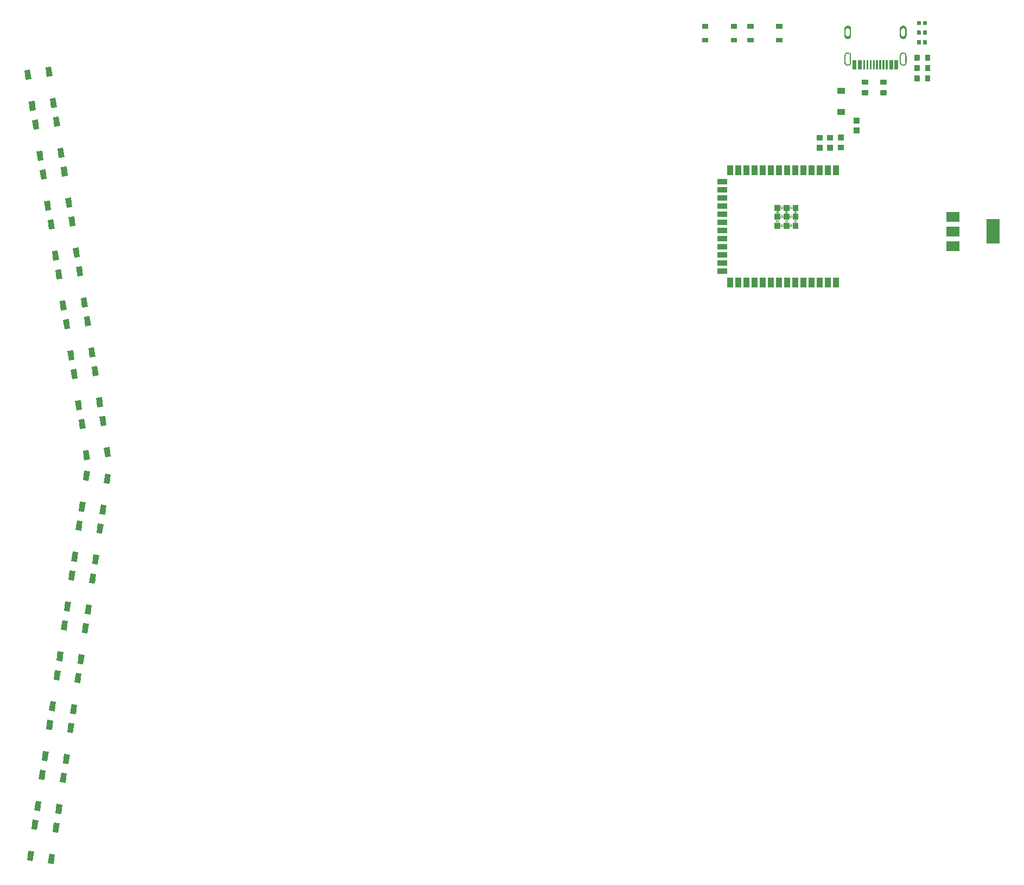
<source format=gbr>
%TF.GenerationSoftware,Flux,Pcbnew,7.0.11-7.0.11~ubuntu20.04.1*%
%TF.CreationDate,2024-08-17T06:32:21+00:00*%
%TF.ProjectId,input,696e7075-742e-46b6-9963-61645f706362,rev?*%
%TF.SameCoordinates,Original*%
%TF.FileFunction,Soldermask,Top*%
%TF.FilePolarity,Negative*%
%FSLAX46Y46*%
G04 Gerber Fmt 4.6, Leading zero omitted, Abs format (unit mm)*
G04 Filename: pcbrobot*
G04 Build it with Flux! Visit our site at: https://www.flux.ai (PCBNEW 7.0.11-7.0.11~ubuntu20.04.1) date 2024-08-17 06:32:21*
%MOMM*%
%LPD*%
G01*
G04 APERTURE LIST*
G04 APERTURE END LIST*
%TO.C,*%
G36*
X125719697Y-4176194D02*
G01*
X124719697Y-4176194D01*
X124719697Y-3476194D01*
X125719697Y-3476194D01*
X125719697Y-4176194D01*
G37*
G36*
X130219703Y-2026206D02*
G01*
X129219703Y-2026206D01*
X129219703Y-1326206D01*
X130219703Y-1326206D01*
X130219703Y-2026206D01*
G37*
G36*
X130219697Y-4176206D02*
G01*
X129219697Y-4176206D01*
X129219697Y-3476206D01*
X130219697Y-3476206D01*
X130219697Y-4176206D01*
G37*
G36*
X125719703Y-2026194D02*
G01*
X124719703Y-2026194D01*
X124719703Y-1326194D01*
X125719703Y-1326194D01*
X125719703Y-2026194D01*
G37*
G36*
X19013062Y-115389423D02*
G01*
X18804302Y-116874825D01*
X17913061Y-116749569D01*
X18121820Y-115264167D01*
X19013062Y-115389423D01*
G37*
G36*
X15745178Y-114930143D02*
G01*
X15536419Y-116415545D01*
X14645177Y-116290289D01*
X14853937Y-114804887D01*
X15745178Y-114930143D01*
G37*
G36*
X16427139Y-110077831D02*
G01*
X16218380Y-111563233D01*
X15327138Y-111437977D01*
X15535898Y-109952575D01*
X16427139Y-110077831D01*
G37*
G36*
X19695023Y-110537111D02*
G01*
X19486263Y-112022513D01*
X18595022Y-111897257D01*
X18803781Y-110411855D01*
X19695023Y-110537111D01*
G37*
G36*
X153183257Y-6074552D02*
G01*
X153187893Y-6075009D01*
X153192490Y-6075768D01*
X153197028Y-6076826D01*
X153201486Y-6078179D01*
X153205847Y-6079820D01*
X153210091Y-6081743D01*
X153214200Y-6083939D01*
X153218157Y-6086399D01*
X153221944Y-6089113D01*
X153225545Y-6092069D01*
X153228946Y-6095254D01*
X153232131Y-6098655D01*
X153235087Y-6102256D01*
X153237801Y-6106043D01*
X153240261Y-6110000D01*
X153242457Y-6114109D01*
X153244380Y-6118353D01*
X153246021Y-6122714D01*
X153247374Y-6127172D01*
X153248432Y-6131710D01*
X153249191Y-6136307D01*
X153249648Y-6140943D01*
X153249800Y-6145600D01*
X153249800Y-6953200D01*
X153249648Y-6957857D01*
X153249191Y-6962493D01*
X153248432Y-6967090D01*
X153247374Y-6971628D01*
X153246021Y-6976086D01*
X153244380Y-6980447D01*
X153242457Y-6984691D01*
X153240261Y-6988800D01*
X153237801Y-6992757D01*
X153235087Y-6996544D01*
X153232131Y-7000145D01*
X153228946Y-7003546D01*
X153225545Y-7006731D01*
X153221944Y-7009687D01*
X153218157Y-7012401D01*
X153214200Y-7014861D01*
X153210091Y-7017057D01*
X153205847Y-7018980D01*
X153201486Y-7020621D01*
X153197028Y-7021974D01*
X153192490Y-7023032D01*
X153187893Y-7023791D01*
X153183257Y-7024248D01*
X153178600Y-7024400D01*
X152521000Y-7024400D01*
X152516343Y-7024248D01*
X152511707Y-7023791D01*
X152507110Y-7023032D01*
X152502572Y-7021974D01*
X152498114Y-7020621D01*
X152493753Y-7018980D01*
X152489509Y-7017057D01*
X152485400Y-7014861D01*
X152481443Y-7012401D01*
X152477656Y-7009687D01*
X152474055Y-7006731D01*
X152470654Y-7003546D01*
X152467469Y-7000145D01*
X152464513Y-6996544D01*
X152461799Y-6992757D01*
X152459339Y-6988800D01*
X152457143Y-6984691D01*
X152455220Y-6980447D01*
X152453579Y-6976086D01*
X152452226Y-6971628D01*
X152451168Y-6967090D01*
X152450409Y-6962493D01*
X152449952Y-6957857D01*
X152449800Y-6953200D01*
X152449800Y-6145600D01*
X152449952Y-6140943D01*
X152450409Y-6136307D01*
X152451168Y-6131710D01*
X152452226Y-6127172D01*
X152453579Y-6122714D01*
X152455220Y-6118353D01*
X152457143Y-6114109D01*
X152459339Y-6110000D01*
X152461799Y-6106043D01*
X152464513Y-6102256D01*
X152467469Y-6098655D01*
X152470654Y-6095254D01*
X152474055Y-6092069D01*
X152477656Y-6089113D01*
X152481443Y-6086399D01*
X152485400Y-6083939D01*
X152489509Y-6081743D01*
X152493753Y-6079820D01*
X152498114Y-6078179D01*
X152502572Y-6076826D01*
X152507110Y-6075768D01*
X152511707Y-6075009D01*
X152516343Y-6074552D01*
X152521000Y-6074400D01*
X153178600Y-6074400D01*
X153183257Y-6074552D01*
G37*
G36*
X151533257Y-6074552D02*
G01*
X151537893Y-6075009D01*
X151542490Y-6075768D01*
X151547028Y-6076826D01*
X151551486Y-6078179D01*
X151555847Y-6079820D01*
X151560091Y-6081743D01*
X151564200Y-6083939D01*
X151568157Y-6086399D01*
X151571944Y-6089113D01*
X151575545Y-6092069D01*
X151578946Y-6095254D01*
X151582131Y-6098655D01*
X151585087Y-6102256D01*
X151587801Y-6106043D01*
X151590261Y-6110000D01*
X151592457Y-6114109D01*
X151594380Y-6118353D01*
X151596021Y-6122714D01*
X151597374Y-6127172D01*
X151598432Y-6131710D01*
X151599191Y-6136307D01*
X151599648Y-6140943D01*
X151599800Y-6145600D01*
X151599800Y-6953200D01*
X151599648Y-6957857D01*
X151599191Y-6962493D01*
X151598432Y-6967090D01*
X151597374Y-6971628D01*
X151596021Y-6976086D01*
X151594380Y-6980447D01*
X151592457Y-6984691D01*
X151590261Y-6988800D01*
X151587801Y-6992757D01*
X151585087Y-6996544D01*
X151582131Y-7000145D01*
X151578946Y-7003546D01*
X151575545Y-7006731D01*
X151571944Y-7009687D01*
X151568157Y-7012401D01*
X151564200Y-7014861D01*
X151560091Y-7017057D01*
X151555847Y-7018980D01*
X151551486Y-7020621D01*
X151547028Y-7021974D01*
X151542490Y-7023032D01*
X151537893Y-7023791D01*
X151533257Y-7024248D01*
X151528600Y-7024400D01*
X150871000Y-7024400D01*
X150866343Y-7024248D01*
X150861707Y-7023791D01*
X150857110Y-7023032D01*
X150852572Y-7021974D01*
X150848114Y-7020621D01*
X150843753Y-7018980D01*
X150839509Y-7017057D01*
X150835400Y-7014861D01*
X150831443Y-7012401D01*
X150827656Y-7009687D01*
X150824055Y-7006731D01*
X150820654Y-7003546D01*
X150817469Y-7000145D01*
X150814513Y-6996544D01*
X150811799Y-6992757D01*
X150809339Y-6988800D01*
X150807143Y-6984691D01*
X150805220Y-6980447D01*
X150803579Y-6976086D01*
X150802226Y-6971628D01*
X150801168Y-6967090D01*
X150800409Y-6962493D01*
X150799952Y-6957857D01*
X150799800Y-6953200D01*
X150799800Y-6145600D01*
X150799952Y-6140943D01*
X150800409Y-6136307D01*
X150801168Y-6131710D01*
X150802226Y-6127172D01*
X150803579Y-6122714D01*
X150805220Y-6118353D01*
X150807143Y-6114109D01*
X150809339Y-6110000D01*
X150811799Y-6106043D01*
X150814513Y-6102256D01*
X150817469Y-6098655D01*
X150820654Y-6095254D01*
X150824055Y-6092069D01*
X150827656Y-6089113D01*
X150831443Y-6086399D01*
X150835400Y-6083939D01*
X150839509Y-6081743D01*
X150843753Y-6079820D01*
X150848114Y-6078179D01*
X150852572Y-6076826D01*
X150857110Y-6075768D01*
X150861707Y-6075009D01*
X150866343Y-6074552D01*
X150871000Y-6074400D01*
X151528600Y-6074400D01*
X151533257Y-6074552D01*
G37*
G36*
X139741556Y-18597952D02*
G01*
X139746193Y-18598409D01*
X139750790Y-18599168D01*
X139755327Y-18600226D01*
X139759786Y-18601579D01*
X139764146Y-18603220D01*
X139768390Y-18605143D01*
X139772499Y-18607339D01*
X139776456Y-18609799D01*
X139780243Y-18612513D01*
X139783845Y-18615469D01*
X139787245Y-18618654D01*
X139790430Y-18622055D01*
X139793386Y-18625656D01*
X139796100Y-18629443D01*
X139798560Y-18633400D01*
X139800757Y-18637509D01*
X139802679Y-18641753D01*
X139804321Y-18646114D01*
X139805673Y-18650572D01*
X139806731Y-18655110D01*
X139807490Y-18659707D01*
X139807947Y-18664343D01*
X139808099Y-18669000D01*
X139808099Y-19426600D01*
X139807947Y-19431257D01*
X139807490Y-19435893D01*
X139806731Y-19440490D01*
X139805673Y-19445028D01*
X139804321Y-19449486D01*
X139802679Y-19453847D01*
X139800757Y-19458091D01*
X139798560Y-19462200D01*
X139796100Y-19466157D01*
X139793386Y-19469944D01*
X139790430Y-19473545D01*
X139787245Y-19476946D01*
X139783845Y-19480131D01*
X139780243Y-19483087D01*
X139776456Y-19485801D01*
X139772499Y-19488261D01*
X139768390Y-19490457D01*
X139764146Y-19492380D01*
X139759786Y-19494021D01*
X139755327Y-19495374D01*
X139750790Y-19496432D01*
X139746193Y-19497191D01*
X139741556Y-19497648D01*
X139736899Y-19497800D01*
X138929299Y-19497800D01*
X138924643Y-19497648D01*
X138920006Y-19497191D01*
X138915409Y-19496432D01*
X138910871Y-19495374D01*
X138906413Y-19494021D01*
X138902052Y-19492380D01*
X138897808Y-19490457D01*
X138893699Y-19488261D01*
X138889743Y-19485801D01*
X138885955Y-19483087D01*
X138882354Y-19480131D01*
X138878953Y-19476946D01*
X138875768Y-19473545D01*
X138872812Y-19469944D01*
X138870099Y-19466157D01*
X138867638Y-19462200D01*
X138865442Y-19458091D01*
X138863519Y-19453847D01*
X138861878Y-19449486D01*
X138860525Y-19445028D01*
X138859467Y-19440490D01*
X138858708Y-19435893D01*
X138858252Y-19431257D01*
X138858099Y-19426600D01*
X138858099Y-18669000D01*
X138858252Y-18664343D01*
X138858708Y-18659707D01*
X138859467Y-18655110D01*
X138860525Y-18650572D01*
X138861878Y-18646114D01*
X138863519Y-18641753D01*
X138865442Y-18637509D01*
X138867638Y-18633400D01*
X138870099Y-18629443D01*
X138872812Y-18625656D01*
X138875768Y-18622055D01*
X138878953Y-18618654D01*
X138882354Y-18615469D01*
X138885955Y-18612513D01*
X138889743Y-18609799D01*
X138893699Y-18607339D01*
X138897808Y-18605143D01*
X138902052Y-18603220D01*
X138906413Y-18601579D01*
X138910871Y-18600226D01*
X138915409Y-18599168D01*
X138920006Y-18598409D01*
X138924643Y-18597952D01*
X138929299Y-18597800D01*
X139736899Y-18597800D01*
X139741556Y-18597952D01*
G37*
G36*
X139741557Y-20147952D02*
G01*
X139746194Y-20148409D01*
X139750791Y-20149168D01*
X139755329Y-20150226D01*
X139759787Y-20151579D01*
X139764148Y-20153220D01*
X139768392Y-20155143D01*
X139772501Y-20157339D01*
X139776457Y-20159799D01*
X139780245Y-20162513D01*
X139783846Y-20165469D01*
X139787247Y-20168654D01*
X139790432Y-20172055D01*
X139793388Y-20175656D01*
X139796101Y-20179443D01*
X139798562Y-20183400D01*
X139800758Y-20187509D01*
X139802681Y-20191753D01*
X139804322Y-20196114D01*
X139805675Y-20200572D01*
X139806733Y-20205110D01*
X139807492Y-20209707D01*
X139807948Y-20214343D01*
X139808101Y-20219000D01*
X139808101Y-20976600D01*
X139807948Y-20981257D01*
X139807492Y-20985893D01*
X139806733Y-20990490D01*
X139805675Y-20995028D01*
X139804322Y-20999486D01*
X139802681Y-21003847D01*
X139800758Y-21008091D01*
X139798562Y-21012200D01*
X139796101Y-21016157D01*
X139793388Y-21019944D01*
X139790432Y-21023545D01*
X139787247Y-21026946D01*
X139783846Y-21030131D01*
X139780245Y-21033087D01*
X139776457Y-21035801D01*
X139772501Y-21038261D01*
X139768392Y-21040457D01*
X139764148Y-21042380D01*
X139759787Y-21044021D01*
X139755329Y-21045374D01*
X139750791Y-21046432D01*
X139746194Y-21047191D01*
X139741557Y-21047648D01*
X139736901Y-21047800D01*
X138929301Y-21047800D01*
X138924644Y-21047648D01*
X138920007Y-21047191D01*
X138915410Y-21046432D01*
X138910873Y-21045374D01*
X138906414Y-21044021D01*
X138902054Y-21042380D01*
X138897810Y-21040457D01*
X138893701Y-21038261D01*
X138889744Y-21035801D01*
X138885957Y-21033087D01*
X138882355Y-21030131D01*
X138878955Y-21026946D01*
X138875770Y-21023545D01*
X138872814Y-21019944D01*
X138870100Y-21016157D01*
X138867640Y-21012200D01*
X138865443Y-21008091D01*
X138863521Y-21003847D01*
X138861879Y-20999486D01*
X138860527Y-20995028D01*
X138859469Y-20990490D01*
X138858710Y-20985893D01*
X138858253Y-20981257D01*
X138858101Y-20976600D01*
X138858101Y-20219000D01*
X138858253Y-20214343D01*
X138858710Y-20209707D01*
X138859469Y-20205110D01*
X138860527Y-20200572D01*
X138861879Y-20196114D01*
X138863521Y-20191753D01*
X138865443Y-20187509D01*
X138867640Y-20183400D01*
X138870100Y-20179443D01*
X138872814Y-20175656D01*
X138875770Y-20172055D01*
X138878955Y-20168654D01*
X138882355Y-20165469D01*
X138885957Y-20162513D01*
X138889744Y-20159799D01*
X138893701Y-20157339D01*
X138897810Y-20155143D01*
X138902054Y-20153220D01*
X138906414Y-20151579D01*
X138910873Y-20150226D01*
X138915410Y-20149168D01*
X138920007Y-20148409D01*
X138924644Y-20147952D01*
X138929301Y-20147800D01*
X139736901Y-20147800D01*
X139741557Y-20147952D01*
G37*
G36*
X138058956Y-18611752D02*
G01*
X138063593Y-18612209D01*
X138068190Y-18612968D01*
X138072727Y-18614026D01*
X138077186Y-18615379D01*
X138081546Y-18617020D01*
X138085790Y-18618943D01*
X138089899Y-18621139D01*
X138093856Y-18623599D01*
X138097643Y-18626313D01*
X138101245Y-18629269D01*
X138104645Y-18632454D01*
X138107830Y-18635855D01*
X138110786Y-18639456D01*
X138113500Y-18643243D01*
X138115960Y-18647200D01*
X138118157Y-18651309D01*
X138120079Y-18655553D01*
X138121721Y-18659914D01*
X138123073Y-18664372D01*
X138124131Y-18668910D01*
X138124890Y-18673507D01*
X138125347Y-18678143D01*
X138125499Y-18682800D01*
X138125499Y-19440400D01*
X138125347Y-19445057D01*
X138124890Y-19449693D01*
X138124131Y-19454290D01*
X138123073Y-19458828D01*
X138121721Y-19463286D01*
X138120079Y-19467647D01*
X138118157Y-19471891D01*
X138115960Y-19476000D01*
X138113500Y-19479957D01*
X138110786Y-19483744D01*
X138107830Y-19487345D01*
X138104645Y-19490746D01*
X138101245Y-19493931D01*
X138097643Y-19496887D01*
X138093856Y-19499601D01*
X138089899Y-19502061D01*
X138085790Y-19504257D01*
X138081546Y-19506180D01*
X138077186Y-19507821D01*
X138072727Y-19509174D01*
X138068190Y-19510232D01*
X138063593Y-19510991D01*
X138058956Y-19511448D01*
X138054299Y-19511600D01*
X137246699Y-19511600D01*
X137242043Y-19511448D01*
X137237406Y-19510991D01*
X137232809Y-19510232D01*
X137228271Y-19509174D01*
X137223813Y-19507821D01*
X137219452Y-19506180D01*
X137215208Y-19504257D01*
X137211099Y-19502061D01*
X137207143Y-19499601D01*
X137203355Y-19496887D01*
X137199754Y-19493931D01*
X137196353Y-19490746D01*
X137193168Y-19487345D01*
X137190212Y-19483744D01*
X137187499Y-19479957D01*
X137185038Y-19476000D01*
X137182842Y-19471891D01*
X137180919Y-19467647D01*
X137179278Y-19463286D01*
X137177925Y-19458828D01*
X137176867Y-19454290D01*
X137176108Y-19449693D01*
X137175652Y-19445057D01*
X137175499Y-19440400D01*
X137175499Y-18682800D01*
X137175652Y-18678143D01*
X137176108Y-18673507D01*
X137176867Y-18668910D01*
X137177925Y-18664372D01*
X137179278Y-18659914D01*
X137180919Y-18655553D01*
X137182842Y-18651309D01*
X137185038Y-18647200D01*
X137187499Y-18643243D01*
X137190212Y-18639456D01*
X137193168Y-18635855D01*
X137196353Y-18632454D01*
X137199754Y-18629269D01*
X137203355Y-18626313D01*
X137207143Y-18623599D01*
X137211099Y-18621139D01*
X137215208Y-18618943D01*
X137219452Y-18617020D01*
X137223813Y-18615379D01*
X137228271Y-18614026D01*
X137232809Y-18612968D01*
X137237406Y-18612209D01*
X137242043Y-18611752D01*
X137246699Y-18611600D01*
X138054299Y-18611600D01*
X138058956Y-18611752D01*
G37*
G36*
X138058957Y-20161752D02*
G01*
X138063594Y-20162209D01*
X138068191Y-20162968D01*
X138072729Y-20164026D01*
X138077187Y-20165379D01*
X138081548Y-20167020D01*
X138085792Y-20168943D01*
X138089901Y-20171139D01*
X138093857Y-20173599D01*
X138097645Y-20176313D01*
X138101246Y-20179269D01*
X138104647Y-20182454D01*
X138107832Y-20185855D01*
X138110788Y-20189456D01*
X138113501Y-20193243D01*
X138115962Y-20197200D01*
X138118158Y-20201309D01*
X138120081Y-20205553D01*
X138121722Y-20209914D01*
X138123075Y-20214372D01*
X138124133Y-20218910D01*
X138124892Y-20223507D01*
X138125348Y-20228143D01*
X138125501Y-20232800D01*
X138125501Y-20990400D01*
X138125348Y-20995057D01*
X138124892Y-20999693D01*
X138124133Y-21004290D01*
X138123075Y-21008828D01*
X138121722Y-21013286D01*
X138120081Y-21017647D01*
X138118158Y-21021891D01*
X138115962Y-21026000D01*
X138113501Y-21029957D01*
X138110788Y-21033744D01*
X138107832Y-21037345D01*
X138104647Y-21040746D01*
X138101246Y-21043931D01*
X138097645Y-21046887D01*
X138093857Y-21049601D01*
X138089901Y-21052061D01*
X138085792Y-21054257D01*
X138081548Y-21056180D01*
X138077187Y-21057821D01*
X138072729Y-21059174D01*
X138068191Y-21060232D01*
X138063594Y-21060991D01*
X138058957Y-21061448D01*
X138054301Y-21061600D01*
X137246701Y-21061600D01*
X137242044Y-21061448D01*
X137237407Y-21060991D01*
X137232810Y-21060232D01*
X137228273Y-21059174D01*
X137223814Y-21057821D01*
X137219454Y-21056180D01*
X137215210Y-21054257D01*
X137211101Y-21052061D01*
X137207144Y-21049601D01*
X137203357Y-21046887D01*
X137199755Y-21043931D01*
X137196355Y-21040746D01*
X137193170Y-21037345D01*
X137190214Y-21033744D01*
X137187500Y-21029957D01*
X137185040Y-21026000D01*
X137182843Y-21021891D01*
X137180921Y-21017647D01*
X137179279Y-21013286D01*
X137177927Y-21008828D01*
X137176869Y-21004290D01*
X137176110Y-20999693D01*
X137175653Y-20995057D01*
X137175501Y-20990400D01*
X137175501Y-20232800D01*
X137175653Y-20228143D01*
X137176110Y-20223507D01*
X137176869Y-20218910D01*
X137177927Y-20214372D01*
X137179279Y-20209914D01*
X137180921Y-20205553D01*
X137182843Y-20201309D01*
X137185040Y-20197200D01*
X137187500Y-20193243D01*
X137190214Y-20189456D01*
X137193170Y-20185855D01*
X137196355Y-20182454D01*
X137199755Y-20179269D01*
X137203357Y-20176313D01*
X137207144Y-20173599D01*
X137211101Y-20171139D01*
X137215210Y-20168943D01*
X137219454Y-20167020D01*
X137223814Y-20165379D01*
X137228273Y-20164026D01*
X137232810Y-20162968D01*
X137237407Y-20162209D01*
X137242044Y-20161752D01*
X137246701Y-20161600D01*
X138054301Y-20161600D01*
X138058957Y-20161752D01*
G37*
G36*
X22450662Y-92033523D02*
G01*
X22241902Y-93518925D01*
X21350661Y-93393669D01*
X21559420Y-91908267D01*
X22450662Y-92033523D01*
G37*
G36*
X19182778Y-91574243D02*
G01*
X18974019Y-93059645D01*
X18082777Y-92934389D01*
X18291537Y-91448987D01*
X19182778Y-91574243D01*
G37*
G36*
X19864739Y-86721931D02*
G01*
X19655980Y-88207333D01*
X18764738Y-88082077D01*
X18973498Y-86596675D01*
X19864739Y-86721931D01*
G37*
G36*
X23132623Y-87181211D02*
G01*
X22923863Y-88666613D01*
X22032622Y-88541357D01*
X22241381Y-87055955D01*
X23132623Y-87181211D01*
G37*
G36*
X139933194Y-12199200D02*
G01*
X138733194Y-12199200D01*
X138733194Y-11299200D01*
X139933194Y-11299200D01*
X139933194Y-12199200D01*
G37*
G36*
X139933206Y-15499200D02*
G01*
X138733206Y-15499200D01*
X138733206Y-14599200D01*
X139933206Y-14599200D01*
X139933206Y-15499200D01*
G37*
G36*
X153183257Y-9335852D02*
G01*
X153187893Y-9336309D01*
X153192490Y-9337068D01*
X153197028Y-9338126D01*
X153201486Y-9339479D01*
X153205847Y-9341120D01*
X153210091Y-9343043D01*
X153214200Y-9345239D01*
X153218157Y-9347699D01*
X153221944Y-9350413D01*
X153225545Y-9353369D01*
X153228946Y-9356554D01*
X153232131Y-9359955D01*
X153235087Y-9363556D01*
X153237801Y-9367343D01*
X153240261Y-9371300D01*
X153242457Y-9375409D01*
X153244380Y-9379653D01*
X153246021Y-9384014D01*
X153247374Y-9388472D01*
X153248432Y-9393010D01*
X153249191Y-9397607D01*
X153249648Y-9402243D01*
X153249800Y-9406900D01*
X153249800Y-10214500D01*
X153249648Y-10219157D01*
X153249191Y-10223793D01*
X153248432Y-10228390D01*
X153247374Y-10232928D01*
X153246021Y-10237386D01*
X153244380Y-10241747D01*
X153242457Y-10245991D01*
X153240261Y-10250100D01*
X153237801Y-10254057D01*
X153235087Y-10257844D01*
X153232131Y-10261445D01*
X153228946Y-10264846D01*
X153225545Y-10268031D01*
X153221944Y-10270987D01*
X153218157Y-10273701D01*
X153214200Y-10276161D01*
X153210091Y-10278357D01*
X153205847Y-10280280D01*
X153201486Y-10281921D01*
X153197028Y-10283274D01*
X153192490Y-10284332D01*
X153187893Y-10285091D01*
X153183257Y-10285548D01*
X153178600Y-10285700D01*
X152521000Y-10285700D01*
X152516343Y-10285548D01*
X152511707Y-10285091D01*
X152507110Y-10284332D01*
X152502572Y-10283274D01*
X152498114Y-10281921D01*
X152493753Y-10280280D01*
X152489509Y-10278357D01*
X152485400Y-10276161D01*
X152481443Y-10273701D01*
X152477656Y-10270987D01*
X152474055Y-10268031D01*
X152470654Y-10264846D01*
X152467469Y-10261445D01*
X152464513Y-10257844D01*
X152461799Y-10254057D01*
X152459339Y-10250100D01*
X152457143Y-10245991D01*
X152455220Y-10241747D01*
X152453579Y-10237386D01*
X152452226Y-10232928D01*
X152451168Y-10228390D01*
X152450409Y-10223793D01*
X152449952Y-10219157D01*
X152449800Y-10214500D01*
X152449800Y-9406900D01*
X152449952Y-9402243D01*
X152450409Y-9397607D01*
X152451168Y-9393010D01*
X152452226Y-9388472D01*
X152453579Y-9384014D01*
X152455220Y-9379653D01*
X152457143Y-9375409D01*
X152459339Y-9371300D01*
X152461799Y-9367343D01*
X152464513Y-9363556D01*
X152467469Y-9359955D01*
X152470654Y-9356554D01*
X152474055Y-9353369D01*
X152477656Y-9350413D01*
X152481443Y-9347699D01*
X152485400Y-9345239D01*
X152489509Y-9343043D01*
X152493753Y-9341120D01*
X152498114Y-9339479D01*
X152502572Y-9338126D01*
X152507110Y-9337068D01*
X152511707Y-9336309D01*
X152516343Y-9335852D01*
X152521000Y-9335700D01*
X153178600Y-9335700D01*
X153183257Y-9335852D01*
G37*
G36*
X151533257Y-9335852D02*
G01*
X151537893Y-9336309D01*
X151542490Y-9337068D01*
X151547028Y-9338126D01*
X151551486Y-9339479D01*
X151555847Y-9341120D01*
X151560091Y-9343043D01*
X151564200Y-9345239D01*
X151568157Y-9347699D01*
X151571944Y-9350413D01*
X151575545Y-9353369D01*
X151578946Y-9356554D01*
X151582131Y-9359955D01*
X151585087Y-9363556D01*
X151587801Y-9367343D01*
X151590261Y-9371300D01*
X151592457Y-9375409D01*
X151594380Y-9379653D01*
X151596021Y-9384014D01*
X151597374Y-9388472D01*
X151598432Y-9393010D01*
X151599191Y-9397607D01*
X151599648Y-9402243D01*
X151599800Y-9406900D01*
X151599800Y-10214500D01*
X151599648Y-10219157D01*
X151599191Y-10223793D01*
X151598432Y-10228390D01*
X151597374Y-10232928D01*
X151596021Y-10237386D01*
X151594380Y-10241747D01*
X151592457Y-10245991D01*
X151590261Y-10250100D01*
X151587801Y-10254057D01*
X151585087Y-10257844D01*
X151582131Y-10261445D01*
X151578946Y-10264846D01*
X151575545Y-10268031D01*
X151571944Y-10270987D01*
X151568157Y-10273701D01*
X151564200Y-10276161D01*
X151560091Y-10278357D01*
X151555847Y-10280280D01*
X151551486Y-10281921D01*
X151547028Y-10283274D01*
X151542490Y-10284332D01*
X151537893Y-10285091D01*
X151533257Y-10285548D01*
X151528600Y-10285700D01*
X150871000Y-10285700D01*
X150866343Y-10285548D01*
X150861707Y-10285091D01*
X150857110Y-10284332D01*
X150852572Y-10283274D01*
X150848114Y-10281921D01*
X150843753Y-10280280D01*
X150839509Y-10278357D01*
X150835400Y-10276161D01*
X150831443Y-10273701D01*
X150827656Y-10270987D01*
X150824055Y-10268031D01*
X150820654Y-10264846D01*
X150817469Y-10261445D01*
X150814513Y-10257844D01*
X150811799Y-10254057D01*
X150809339Y-10250100D01*
X150807143Y-10245991D01*
X150805220Y-10241747D01*
X150803579Y-10237386D01*
X150802226Y-10232928D01*
X150801168Y-10228390D01*
X150800409Y-10223793D01*
X150799952Y-10219157D01*
X150799800Y-10214500D01*
X150799800Y-9406900D01*
X150799952Y-9402243D01*
X150800409Y-9397607D01*
X150801168Y-9393010D01*
X150802226Y-9388472D01*
X150803579Y-9384014D01*
X150805220Y-9379653D01*
X150807143Y-9375409D01*
X150809339Y-9371300D01*
X150811799Y-9367343D01*
X150814513Y-9363556D01*
X150817469Y-9359955D01*
X150820654Y-9356554D01*
X150824055Y-9353369D01*
X150827656Y-9350413D01*
X150831443Y-9347699D01*
X150835400Y-9345239D01*
X150839509Y-9343043D01*
X150843753Y-9341120D01*
X150848114Y-9339479D01*
X150852572Y-9338126D01*
X150857110Y-9337068D01*
X150861707Y-9336309D01*
X150866343Y-9335852D01*
X150871000Y-9335700D01*
X151528600Y-9335700D01*
X151533257Y-9335852D01*
G37*
G36*
X25424427Y-68828785D02*
G01*
X24533186Y-68954041D01*
X24324426Y-67468639D01*
X25215667Y-67343383D01*
X25424427Y-68828785D01*
G37*
G36*
X22156545Y-69288072D02*
G01*
X21265303Y-69413327D01*
X21056544Y-67927925D01*
X21947785Y-67802669D01*
X22156545Y-69288072D01*
G37*
G36*
X21474574Y-64435761D02*
G01*
X20583333Y-64561017D01*
X20374573Y-63075615D01*
X21265814Y-62950359D01*
X21474574Y-64435761D01*
G37*
G36*
X24742456Y-63976475D02*
G01*
X23851215Y-64101731D01*
X23642455Y-62616328D01*
X24533697Y-62491073D01*
X24742456Y-63976475D01*
G37*
G36*
X23596562Y-84248323D02*
G01*
X23387802Y-85733725D01*
X22496561Y-85608469D01*
X22705320Y-84123067D01*
X23596562Y-84248323D01*
G37*
G36*
X20328678Y-83789043D02*
G01*
X20119919Y-85274445D01*
X19228677Y-85149189D01*
X19437437Y-83663787D01*
X20328678Y-83789043D01*
G37*
G36*
X21010639Y-78936731D02*
G01*
X20801880Y-80422133D01*
X19910638Y-80296877D01*
X20119398Y-78811475D01*
X21010639Y-78936731D01*
G37*
G36*
X24278523Y-79396011D02*
G01*
X24069763Y-80881413D01*
X23178522Y-80756157D01*
X23387281Y-79270755D01*
X24278523Y-79396011D01*
G37*
G36*
X23013027Y-53247185D02*
G01*
X22121786Y-53372441D01*
X21913026Y-51887039D01*
X22804267Y-51761783D01*
X23013027Y-53247185D01*
G37*
G36*
X19745145Y-53706472D02*
G01*
X18853903Y-53831727D01*
X18645144Y-52346325D01*
X19536385Y-52221069D01*
X19745145Y-53706472D01*
G37*
G36*
X19063174Y-48854161D02*
G01*
X18171933Y-48979417D01*
X17963173Y-47494015D01*
X18854414Y-47368759D01*
X19063174Y-48854161D01*
G37*
G36*
X22331056Y-48394875D02*
G01*
X21439815Y-48520131D01*
X21231055Y-47034728D01*
X22122297Y-46909473D01*
X22331056Y-48394875D01*
G37*
G36*
X16721262Y-130959923D02*
G01*
X16512502Y-132445325D01*
X15621261Y-132320069D01*
X15830020Y-130834667D01*
X16721262Y-130959923D01*
G37*
G36*
X13453378Y-130500643D02*
G01*
X13244619Y-131986045D01*
X12353377Y-131860789D01*
X12562137Y-130375387D01*
X13453378Y-130500643D01*
G37*
G36*
X14135339Y-125648331D02*
G01*
X13926580Y-127133733D01*
X13035338Y-127008477D01*
X13244098Y-125523075D01*
X14135339Y-125648331D01*
G37*
G36*
X17403223Y-126107611D02*
G01*
X17194463Y-127593013D01*
X16303222Y-127467757D01*
X16511981Y-125982355D01*
X17403223Y-126107611D01*
G37*
G36*
X20601727Y-37665585D02*
G01*
X19710486Y-37790841D01*
X19501726Y-36305439D01*
X20392967Y-36180183D01*
X20601727Y-37665585D01*
G37*
G36*
X17333845Y-38124872D02*
G01*
X16442603Y-38250127D01*
X16233844Y-36764725D01*
X17125085Y-36639469D01*
X17333845Y-38124872D01*
G37*
G36*
X16651874Y-33272561D02*
G01*
X15760633Y-33397817D01*
X15551873Y-31912415D01*
X16443114Y-31787159D01*
X16651874Y-33272561D01*
G37*
G36*
X19919756Y-32813275D02*
G01*
X19028515Y-32938531D01*
X18819755Y-31453128D01*
X19710997Y-31327873D01*
X19919756Y-32813275D01*
G37*
G36*
X24218727Y-61037985D02*
G01*
X23327486Y-61163241D01*
X23118726Y-59677839D01*
X24009967Y-59552583D01*
X24218727Y-61037985D01*
G37*
G36*
X20950845Y-61497272D02*
G01*
X20059603Y-61622527D01*
X19850844Y-60137125D01*
X20742085Y-60011869D01*
X20950845Y-61497272D01*
G37*
G36*
X20268874Y-56644961D02*
G01*
X19377633Y-56770217D01*
X19168873Y-55284815D01*
X20060114Y-55159559D01*
X20268874Y-56644961D01*
G37*
G36*
X23536756Y-56185675D02*
G01*
X22645515Y-56310931D01*
X22436755Y-54825528D01*
X23327997Y-54700273D01*
X23536756Y-56185675D01*
G37*
G36*
X152710165Y-828712D02*
G01*
X152713264Y-829224D01*
X152719329Y-830849D01*
X152725130Y-833251D01*
X152727900Y-834732D01*
X152733121Y-838220D01*
X152735549Y-840213D01*
X152737841Y-842360D01*
X152739988Y-844653D01*
X152741981Y-847081D01*
X152745469Y-852301D01*
X152746950Y-855071D01*
X152749353Y-860872D01*
X152750978Y-866937D01*
X152751489Y-870036D01*
X152751900Y-876301D01*
X152751900Y-1420301D01*
X152751489Y-1426567D01*
X152750978Y-1429666D01*
X152749353Y-1435730D01*
X152746950Y-1441531D01*
X152745469Y-1444301D01*
X152741981Y-1449522D01*
X152739988Y-1451950D01*
X152737841Y-1454242D01*
X152735549Y-1456390D01*
X152733121Y-1458382D01*
X152727900Y-1461871D01*
X152725130Y-1463351D01*
X152719329Y-1465754D01*
X152713264Y-1467379D01*
X152710165Y-1467891D01*
X152703900Y-1468301D01*
X152209900Y-1468301D01*
X152203635Y-1467891D01*
X152200536Y-1467379D01*
X152194471Y-1465754D01*
X152188670Y-1463351D01*
X152185900Y-1461871D01*
X152180679Y-1458382D01*
X152178251Y-1456390D01*
X152175959Y-1454242D01*
X152173812Y-1451950D01*
X152171819Y-1449522D01*
X152168331Y-1444301D01*
X152166850Y-1441531D01*
X152164447Y-1435730D01*
X152162822Y-1429666D01*
X152162311Y-1426567D01*
X152161900Y-1420301D01*
X152161900Y-876301D01*
X152162311Y-870036D01*
X152162822Y-866937D01*
X152164447Y-860872D01*
X152166850Y-855071D01*
X152168331Y-852301D01*
X152171819Y-847081D01*
X152173812Y-844653D01*
X152175959Y-842360D01*
X152178251Y-840213D01*
X152180679Y-838220D01*
X152185900Y-834732D01*
X152188670Y-833251D01*
X152194471Y-830849D01*
X152200536Y-829224D01*
X152203635Y-828712D01*
X152209900Y-828301D01*
X152703900Y-828301D01*
X152710165Y-828712D01*
G37*
G36*
X151740165Y-828709D02*
G01*
X151743264Y-829221D01*
X151749329Y-830846D01*
X151755130Y-833249D01*
X151757900Y-834729D01*
X151763121Y-838218D01*
X151765549Y-840210D01*
X151767841Y-842358D01*
X151769988Y-844650D01*
X151771981Y-847078D01*
X151775469Y-852299D01*
X151776950Y-855069D01*
X151779353Y-860870D01*
X151780978Y-866934D01*
X151781489Y-870033D01*
X151781900Y-876299D01*
X151781900Y-1420299D01*
X151781489Y-1426564D01*
X151780978Y-1429663D01*
X151779353Y-1435728D01*
X151776950Y-1441529D01*
X151775469Y-1444299D01*
X151771981Y-1449519D01*
X151769988Y-1451947D01*
X151767841Y-1454240D01*
X151765549Y-1456387D01*
X151763121Y-1458380D01*
X151757900Y-1461868D01*
X151755130Y-1463349D01*
X151749329Y-1465751D01*
X151743264Y-1467376D01*
X151740165Y-1467888D01*
X151733900Y-1468299D01*
X151239900Y-1468299D01*
X151233635Y-1467888D01*
X151230536Y-1467376D01*
X151224471Y-1465751D01*
X151218670Y-1463349D01*
X151215900Y-1461868D01*
X151210679Y-1458380D01*
X151208251Y-1456387D01*
X151205959Y-1454240D01*
X151203812Y-1451947D01*
X151201819Y-1449519D01*
X151198331Y-1444299D01*
X151196850Y-1441529D01*
X151194447Y-1435728D01*
X151192822Y-1429663D01*
X151192311Y-1426564D01*
X151191900Y-1420299D01*
X151191900Y-876299D01*
X151192311Y-870033D01*
X151192822Y-866934D01*
X151194447Y-860870D01*
X151196850Y-855069D01*
X151198331Y-852299D01*
X151201819Y-847078D01*
X151203812Y-844650D01*
X151205959Y-842358D01*
X151208251Y-840210D01*
X151210679Y-838218D01*
X151215900Y-834729D01*
X151218670Y-833249D01*
X151224471Y-830846D01*
X151230536Y-829221D01*
X151233635Y-828709D01*
X151239900Y-828299D01*
X151733900Y-828299D01*
X151740165Y-828709D01*
G37*
G36*
X142160660Y-17480252D02*
G01*
X142165296Y-17480709D01*
X142169893Y-17481468D01*
X142174431Y-17482526D01*
X142178889Y-17483879D01*
X142183250Y-17485520D01*
X142187494Y-17487443D01*
X142191603Y-17489639D01*
X142195559Y-17492099D01*
X142199347Y-17494813D01*
X142202948Y-17497769D01*
X142206349Y-17500954D01*
X142209534Y-17504355D01*
X142212490Y-17507956D01*
X142215203Y-17511743D01*
X142217664Y-17515700D01*
X142219860Y-17519809D01*
X142221783Y-17524053D01*
X142223424Y-17528414D01*
X142224777Y-17532872D01*
X142225835Y-17537410D01*
X142226594Y-17542007D01*
X142227050Y-17546643D01*
X142227203Y-17551300D01*
X142227203Y-18308900D01*
X142227050Y-18313557D01*
X142226594Y-18318193D01*
X142225835Y-18322790D01*
X142224777Y-18327328D01*
X142223424Y-18331786D01*
X142221783Y-18336147D01*
X142219860Y-18340391D01*
X142217664Y-18344500D01*
X142215203Y-18348457D01*
X142212490Y-18352244D01*
X142209534Y-18355845D01*
X142206349Y-18359246D01*
X142202948Y-18362431D01*
X142199347Y-18365387D01*
X142195559Y-18368101D01*
X142191603Y-18370561D01*
X142187494Y-18372757D01*
X142183250Y-18374680D01*
X142178889Y-18376321D01*
X142174431Y-18377674D01*
X142169893Y-18378732D01*
X142165296Y-18379491D01*
X142160660Y-18379948D01*
X142156003Y-18380100D01*
X141348403Y-18380100D01*
X141343746Y-18379948D01*
X141339109Y-18379491D01*
X141334512Y-18378732D01*
X141329975Y-18377674D01*
X141325516Y-18376321D01*
X141321156Y-18374680D01*
X141316912Y-18372757D01*
X141312803Y-18370561D01*
X141308846Y-18368101D01*
X141305059Y-18365387D01*
X141301457Y-18362431D01*
X141298057Y-18359246D01*
X141294872Y-18355845D01*
X141291916Y-18352244D01*
X141289202Y-18348457D01*
X141286742Y-18344500D01*
X141284546Y-18340391D01*
X141282623Y-18336147D01*
X141280981Y-18331786D01*
X141279629Y-18327328D01*
X141278571Y-18322790D01*
X141277812Y-18318193D01*
X141277355Y-18313557D01*
X141277203Y-18308900D01*
X141277203Y-17551300D01*
X141277355Y-17546643D01*
X141277812Y-17542007D01*
X141278571Y-17537410D01*
X141279629Y-17532872D01*
X141280981Y-17528414D01*
X141282623Y-17524053D01*
X141284546Y-17519809D01*
X141286742Y-17515700D01*
X141289202Y-17511743D01*
X141291916Y-17507956D01*
X141294872Y-17504355D01*
X141298057Y-17500954D01*
X141301457Y-17497769D01*
X141305059Y-17494813D01*
X141308846Y-17492099D01*
X141312803Y-17489639D01*
X141316912Y-17487443D01*
X141321156Y-17485520D01*
X141325516Y-17483879D01*
X141329975Y-17482526D01*
X141334512Y-17481468D01*
X141339109Y-17480709D01*
X141343746Y-17480252D01*
X141348403Y-17480100D01*
X142156003Y-17480100D01*
X142160660Y-17480252D01*
G37*
G36*
X142160654Y-15930252D02*
G01*
X142165291Y-15930709D01*
X142169888Y-15931468D01*
X142174425Y-15932526D01*
X142178884Y-15933879D01*
X142183244Y-15935520D01*
X142187488Y-15937443D01*
X142191597Y-15939639D01*
X142195554Y-15942099D01*
X142199341Y-15944813D01*
X142202943Y-15947769D01*
X142206343Y-15950954D01*
X142209528Y-15954355D01*
X142212484Y-15957956D01*
X142215198Y-15961743D01*
X142217658Y-15965700D01*
X142219854Y-15969809D01*
X142221777Y-15974053D01*
X142223419Y-15978414D01*
X142224771Y-15982872D01*
X142225829Y-15987410D01*
X142226588Y-15992007D01*
X142227045Y-15996643D01*
X142227197Y-16001300D01*
X142227197Y-16758900D01*
X142227045Y-16763557D01*
X142226588Y-16768193D01*
X142225829Y-16772790D01*
X142224771Y-16777328D01*
X142223419Y-16781786D01*
X142221777Y-16786147D01*
X142219854Y-16790391D01*
X142217658Y-16794500D01*
X142215198Y-16798457D01*
X142212484Y-16802244D01*
X142209528Y-16805845D01*
X142206343Y-16809246D01*
X142202943Y-16812431D01*
X142199341Y-16815387D01*
X142195554Y-16818101D01*
X142191597Y-16820561D01*
X142187488Y-16822757D01*
X142183244Y-16824680D01*
X142178884Y-16826321D01*
X142174425Y-16827674D01*
X142169888Y-16828732D01*
X142165291Y-16829491D01*
X142160654Y-16829948D01*
X142155997Y-16830100D01*
X141348397Y-16830100D01*
X141343740Y-16829948D01*
X141339104Y-16829491D01*
X141334507Y-16828732D01*
X141329969Y-16827674D01*
X141325511Y-16826321D01*
X141321150Y-16824680D01*
X141316906Y-16822757D01*
X141312797Y-16820561D01*
X141308841Y-16818101D01*
X141305053Y-16815387D01*
X141301452Y-16812431D01*
X141298051Y-16809246D01*
X141294866Y-16805845D01*
X141291910Y-16802244D01*
X141289197Y-16798457D01*
X141286736Y-16794500D01*
X141284540Y-16790391D01*
X141282617Y-16786147D01*
X141280976Y-16781786D01*
X141279623Y-16777328D01*
X141278565Y-16772790D01*
X141277806Y-16768193D01*
X141277350Y-16763557D01*
X141277197Y-16758900D01*
X141277197Y-16001300D01*
X141277350Y-15996643D01*
X141277806Y-15992007D01*
X141278565Y-15987410D01*
X141279623Y-15982872D01*
X141280976Y-15978414D01*
X141282617Y-15974053D01*
X141284540Y-15969809D01*
X141286736Y-15965700D01*
X141289197Y-15961743D01*
X141291910Y-15957956D01*
X141294866Y-15954355D01*
X141298051Y-15950954D01*
X141301452Y-15947769D01*
X141305053Y-15944813D01*
X141308841Y-15942099D01*
X141312797Y-15939639D01*
X141316906Y-15937443D01*
X141321150Y-15935520D01*
X141325511Y-15933879D01*
X141329969Y-15932526D01*
X141334507Y-15931468D01*
X141339104Y-15930709D01*
X141343740Y-15930252D01*
X141348397Y-15930100D01*
X142155997Y-15930100D01*
X142160654Y-15930252D01*
G37*
G36*
X153183257Y-7700852D02*
G01*
X153187893Y-7701309D01*
X153192490Y-7702068D01*
X153197028Y-7703126D01*
X153201486Y-7704479D01*
X153205847Y-7706120D01*
X153210091Y-7708043D01*
X153214200Y-7710239D01*
X153218157Y-7712699D01*
X153221944Y-7715413D01*
X153225545Y-7718369D01*
X153228946Y-7721554D01*
X153232131Y-7724955D01*
X153235087Y-7728556D01*
X153237801Y-7732343D01*
X153240261Y-7736300D01*
X153242457Y-7740409D01*
X153244380Y-7744653D01*
X153246021Y-7749014D01*
X153247374Y-7753472D01*
X153248432Y-7758010D01*
X153249191Y-7762607D01*
X153249648Y-7767243D01*
X153249800Y-7771900D01*
X153249800Y-8579500D01*
X153249648Y-8584157D01*
X153249191Y-8588793D01*
X153248432Y-8593390D01*
X153247374Y-8597928D01*
X153246021Y-8602386D01*
X153244380Y-8606747D01*
X153242457Y-8610991D01*
X153240261Y-8615100D01*
X153237801Y-8619057D01*
X153235087Y-8622844D01*
X153232131Y-8626445D01*
X153228946Y-8629846D01*
X153225545Y-8633031D01*
X153221944Y-8635987D01*
X153218157Y-8638701D01*
X153214200Y-8641161D01*
X153210091Y-8643357D01*
X153205847Y-8645280D01*
X153201486Y-8646921D01*
X153197028Y-8648274D01*
X153192490Y-8649332D01*
X153187893Y-8650091D01*
X153183257Y-8650548D01*
X153178600Y-8650700D01*
X152521000Y-8650700D01*
X152516343Y-8650548D01*
X152511707Y-8650091D01*
X152507110Y-8649332D01*
X152502572Y-8648274D01*
X152498114Y-8646921D01*
X152493753Y-8645280D01*
X152489509Y-8643357D01*
X152485400Y-8641161D01*
X152481443Y-8638701D01*
X152477656Y-8635987D01*
X152474055Y-8633031D01*
X152470654Y-8629846D01*
X152467469Y-8626445D01*
X152464513Y-8622844D01*
X152461799Y-8619057D01*
X152459339Y-8615100D01*
X152457143Y-8610991D01*
X152455220Y-8606747D01*
X152453579Y-8602386D01*
X152452226Y-8597928D01*
X152451168Y-8593390D01*
X152450409Y-8588793D01*
X152449952Y-8584157D01*
X152449800Y-8579500D01*
X152449800Y-7771900D01*
X152449952Y-7767243D01*
X152450409Y-7762607D01*
X152451168Y-7758010D01*
X152452226Y-7753472D01*
X152453579Y-7749014D01*
X152455220Y-7744653D01*
X152457143Y-7740409D01*
X152459339Y-7736300D01*
X152461799Y-7732343D01*
X152464513Y-7728556D01*
X152467469Y-7724955D01*
X152470654Y-7721554D01*
X152474055Y-7718369D01*
X152477656Y-7715413D01*
X152481443Y-7712699D01*
X152485400Y-7710239D01*
X152489509Y-7708043D01*
X152493753Y-7706120D01*
X152498114Y-7704479D01*
X152502572Y-7703126D01*
X152507110Y-7702068D01*
X152511707Y-7701309D01*
X152516343Y-7700852D01*
X152521000Y-7700700D01*
X153178600Y-7700700D01*
X153183257Y-7700852D01*
G37*
G36*
X151533257Y-7700852D02*
G01*
X151537893Y-7701309D01*
X151542490Y-7702068D01*
X151547028Y-7703126D01*
X151551486Y-7704479D01*
X151555847Y-7706120D01*
X151560091Y-7708043D01*
X151564200Y-7710239D01*
X151568157Y-7712699D01*
X151571944Y-7715413D01*
X151575545Y-7718369D01*
X151578946Y-7721554D01*
X151582131Y-7724955D01*
X151585087Y-7728556D01*
X151587801Y-7732343D01*
X151590261Y-7736300D01*
X151592457Y-7740409D01*
X151594380Y-7744653D01*
X151596021Y-7749014D01*
X151597374Y-7753472D01*
X151598432Y-7758010D01*
X151599191Y-7762607D01*
X151599648Y-7767243D01*
X151599800Y-7771900D01*
X151599800Y-8579500D01*
X151599648Y-8584157D01*
X151599191Y-8588793D01*
X151598432Y-8593390D01*
X151597374Y-8597928D01*
X151596021Y-8602386D01*
X151594380Y-8606747D01*
X151592457Y-8610991D01*
X151590261Y-8615100D01*
X151587801Y-8619057D01*
X151585087Y-8622844D01*
X151582131Y-8626445D01*
X151578946Y-8629846D01*
X151575545Y-8633031D01*
X151571944Y-8635987D01*
X151568157Y-8638701D01*
X151564200Y-8641161D01*
X151560091Y-8643357D01*
X151555847Y-8645280D01*
X151551486Y-8646921D01*
X151547028Y-8648274D01*
X151542490Y-8649332D01*
X151537893Y-8650091D01*
X151533257Y-8650548D01*
X151528600Y-8650700D01*
X150871000Y-8650700D01*
X150866343Y-8650548D01*
X150861707Y-8650091D01*
X150857110Y-8649332D01*
X150852572Y-8648274D01*
X150848114Y-8646921D01*
X150843753Y-8645280D01*
X150839509Y-8643357D01*
X150835400Y-8641161D01*
X150831443Y-8638701D01*
X150827656Y-8635987D01*
X150824055Y-8633031D01*
X150820654Y-8629846D01*
X150817469Y-8626445D01*
X150814513Y-8622844D01*
X150811799Y-8619057D01*
X150809339Y-8615100D01*
X150807143Y-8610991D01*
X150805220Y-8606747D01*
X150803579Y-8602386D01*
X150802226Y-8597928D01*
X150801168Y-8593390D01*
X150800409Y-8588793D01*
X150799952Y-8584157D01*
X150799800Y-8579500D01*
X150799800Y-7771900D01*
X150799952Y-7767243D01*
X150800409Y-7762607D01*
X150801168Y-7758010D01*
X150802226Y-7753472D01*
X150803579Y-7749014D01*
X150805220Y-7744653D01*
X150807143Y-7740409D01*
X150809339Y-7736300D01*
X150811799Y-7732343D01*
X150814513Y-7728556D01*
X150817469Y-7724955D01*
X150820654Y-7721554D01*
X150824055Y-7718369D01*
X150827656Y-7715413D01*
X150831443Y-7712699D01*
X150835400Y-7710239D01*
X150839509Y-7708043D01*
X150843753Y-7706120D01*
X150848114Y-7704479D01*
X150852572Y-7703126D01*
X150857110Y-7702068D01*
X150861707Y-7701309D01*
X150866343Y-7700852D01*
X150871000Y-7700700D01*
X151528600Y-7700700D01*
X151533257Y-7700852D01*
G37*
G36*
X146380958Y-11630052D02*
G01*
X146385594Y-11630509D01*
X146390191Y-11631268D01*
X146394729Y-11632326D01*
X146399187Y-11633679D01*
X146403548Y-11635320D01*
X146407792Y-11637243D01*
X146411901Y-11639439D01*
X146415857Y-11641899D01*
X146419645Y-11644613D01*
X146423246Y-11647569D01*
X146426647Y-11650754D01*
X146429832Y-11654155D01*
X146432788Y-11657756D01*
X146435501Y-11661543D01*
X146437962Y-11665500D01*
X146440158Y-11669609D01*
X146442081Y-11673853D01*
X146443722Y-11678214D01*
X146445075Y-11682672D01*
X146446133Y-11687210D01*
X146446892Y-11691807D01*
X146447348Y-11696443D01*
X146447501Y-11701100D01*
X146447501Y-12358700D01*
X146447348Y-12363357D01*
X146446892Y-12367993D01*
X146446133Y-12372590D01*
X146445075Y-12377128D01*
X146443722Y-12381586D01*
X146442081Y-12385947D01*
X146440158Y-12390191D01*
X146437962Y-12394300D01*
X146435501Y-12398257D01*
X146432788Y-12402044D01*
X146429832Y-12405645D01*
X146426647Y-12409046D01*
X146423246Y-12412231D01*
X146419645Y-12415187D01*
X146415857Y-12417901D01*
X146411901Y-12420361D01*
X146407792Y-12422557D01*
X146403548Y-12424480D01*
X146399187Y-12426121D01*
X146394729Y-12427474D01*
X146390191Y-12428532D01*
X146385594Y-12429291D01*
X146380958Y-12429748D01*
X146376301Y-12429900D01*
X145568701Y-12429900D01*
X145564044Y-12429748D01*
X145559407Y-12429291D01*
X145554810Y-12428532D01*
X145550273Y-12427474D01*
X145545814Y-12426121D01*
X145541454Y-12424480D01*
X145537210Y-12422557D01*
X145533101Y-12420361D01*
X145529144Y-12417901D01*
X145525357Y-12415187D01*
X145521755Y-12412231D01*
X145518355Y-12409046D01*
X145515170Y-12405645D01*
X145512214Y-12402044D01*
X145509500Y-12398257D01*
X145507040Y-12394300D01*
X145504844Y-12390191D01*
X145502921Y-12385947D01*
X145501279Y-12381586D01*
X145499927Y-12377128D01*
X145498869Y-12372590D01*
X145498110Y-12367993D01*
X145497653Y-12363357D01*
X145497501Y-12358700D01*
X145497501Y-11701100D01*
X145497653Y-11696443D01*
X145498110Y-11691807D01*
X145498869Y-11687210D01*
X145499927Y-11682672D01*
X145501279Y-11678214D01*
X145502921Y-11673853D01*
X145504844Y-11669609D01*
X145507040Y-11665500D01*
X145509500Y-11661543D01*
X145512214Y-11657756D01*
X145515170Y-11654155D01*
X145518355Y-11650754D01*
X145521755Y-11647569D01*
X145525357Y-11644613D01*
X145529144Y-11641899D01*
X145533101Y-11639439D01*
X145537210Y-11637243D01*
X145541454Y-11635320D01*
X145545814Y-11633679D01*
X145550273Y-11632326D01*
X145554810Y-11631268D01*
X145559407Y-11630509D01*
X145564044Y-11630052D01*
X145568701Y-11629900D01*
X146376301Y-11629900D01*
X146380958Y-11630052D01*
G37*
G36*
X146380956Y-9980052D02*
G01*
X146385593Y-9980509D01*
X146390190Y-9981268D01*
X146394727Y-9982326D01*
X146399186Y-9983679D01*
X146403546Y-9985320D01*
X146407790Y-9987243D01*
X146411899Y-9989439D01*
X146415856Y-9991899D01*
X146419643Y-9994613D01*
X146423245Y-9997569D01*
X146426645Y-10000754D01*
X146429830Y-10004155D01*
X146432786Y-10007756D01*
X146435500Y-10011543D01*
X146437960Y-10015500D01*
X146440156Y-10019609D01*
X146442079Y-10023853D01*
X146443721Y-10028214D01*
X146445073Y-10032672D01*
X146446131Y-10037210D01*
X146446890Y-10041807D01*
X146447347Y-10046443D01*
X146447499Y-10051100D01*
X146447499Y-10708700D01*
X146447347Y-10713357D01*
X146446890Y-10717993D01*
X146446131Y-10722590D01*
X146445073Y-10727128D01*
X146443721Y-10731586D01*
X146442079Y-10735947D01*
X146440156Y-10740191D01*
X146437960Y-10744300D01*
X146435500Y-10748257D01*
X146432786Y-10752044D01*
X146429830Y-10755645D01*
X146426645Y-10759046D01*
X146423245Y-10762231D01*
X146419643Y-10765187D01*
X146415856Y-10767901D01*
X146411899Y-10770361D01*
X146407790Y-10772557D01*
X146403546Y-10774480D01*
X146399186Y-10776121D01*
X146394727Y-10777474D01*
X146390190Y-10778532D01*
X146385593Y-10779291D01*
X146380956Y-10779748D01*
X146376299Y-10779900D01*
X145568699Y-10779900D01*
X145564042Y-10779748D01*
X145559406Y-10779291D01*
X145554809Y-10778532D01*
X145550271Y-10777474D01*
X145545813Y-10776121D01*
X145541452Y-10774480D01*
X145537208Y-10772557D01*
X145533099Y-10770361D01*
X145529143Y-10767901D01*
X145525355Y-10765187D01*
X145521754Y-10762231D01*
X145518353Y-10759046D01*
X145515168Y-10755645D01*
X145512212Y-10752044D01*
X145509499Y-10748257D01*
X145507038Y-10744300D01*
X145504842Y-10740191D01*
X145502919Y-10735947D01*
X145501278Y-10731586D01*
X145499925Y-10727128D01*
X145498867Y-10722590D01*
X145498108Y-10717993D01*
X145497652Y-10713357D01*
X145497499Y-10708700D01*
X145497499Y-10051100D01*
X145497652Y-10046443D01*
X145498108Y-10041807D01*
X145498867Y-10037210D01*
X145499925Y-10032672D01*
X145501278Y-10028214D01*
X145502919Y-10023853D01*
X145504842Y-10019609D01*
X145507038Y-10015500D01*
X145509499Y-10011543D01*
X145512212Y-10007756D01*
X145515168Y-10004155D01*
X145518353Y-10000754D01*
X145521754Y-9997569D01*
X145525355Y-9994613D01*
X145529143Y-9991899D01*
X145533099Y-9989439D01*
X145537208Y-9987243D01*
X145541452Y-9985320D01*
X145545813Y-9983679D01*
X145550271Y-9982326D01*
X145554809Y-9981268D01*
X145559406Y-9980509D01*
X145564042Y-9980052D01*
X145568699Y-9979900D01*
X146376299Y-9979900D01*
X146380956Y-9980052D01*
G37*
G36*
X152710165Y-2337112D02*
G01*
X152713264Y-2337624D01*
X152719329Y-2339249D01*
X152725130Y-2341651D01*
X152727900Y-2343132D01*
X152733121Y-2346620D01*
X152735549Y-2348613D01*
X152737841Y-2350760D01*
X152739988Y-2353053D01*
X152741981Y-2355481D01*
X152745469Y-2360701D01*
X152746950Y-2363471D01*
X152749353Y-2369272D01*
X152750978Y-2375337D01*
X152751489Y-2378436D01*
X152751900Y-2384701D01*
X152751900Y-2928701D01*
X152751489Y-2934967D01*
X152750978Y-2938066D01*
X152749353Y-2944130D01*
X152746950Y-2949931D01*
X152745469Y-2952701D01*
X152741981Y-2957922D01*
X152739988Y-2960350D01*
X152737841Y-2962642D01*
X152735549Y-2964790D01*
X152733121Y-2966782D01*
X152727900Y-2970271D01*
X152725130Y-2971751D01*
X152719329Y-2974154D01*
X152713264Y-2975779D01*
X152710165Y-2976291D01*
X152703900Y-2976701D01*
X152209900Y-2976701D01*
X152203635Y-2976291D01*
X152200536Y-2975779D01*
X152194471Y-2974154D01*
X152188670Y-2971751D01*
X152185900Y-2970271D01*
X152180679Y-2966782D01*
X152178251Y-2964790D01*
X152175959Y-2962642D01*
X152173812Y-2960350D01*
X152171819Y-2957922D01*
X152168331Y-2952701D01*
X152166850Y-2949931D01*
X152164447Y-2944130D01*
X152162822Y-2938066D01*
X152162311Y-2934967D01*
X152161900Y-2928701D01*
X152161900Y-2384701D01*
X152162311Y-2378436D01*
X152162822Y-2375337D01*
X152164447Y-2369272D01*
X152166850Y-2363471D01*
X152168331Y-2360701D01*
X152171819Y-2355481D01*
X152173812Y-2353053D01*
X152175959Y-2350760D01*
X152178251Y-2348613D01*
X152180679Y-2346620D01*
X152185900Y-2343132D01*
X152188670Y-2341651D01*
X152194471Y-2339249D01*
X152200536Y-2337624D01*
X152203635Y-2337112D01*
X152209900Y-2336701D01*
X152703900Y-2336701D01*
X152710165Y-2337112D01*
G37*
G36*
X151740165Y-2337109D02*
G01*
X151743264Y-2337621D01*
X151749329Y-2339246D01*
X151755130Y-2341649D01*
X151757900Y-2343129D01*
X151763121Y-2346618D01*
X151765549Y-2348610D01*
X151767841Y-2350758D01*
X151769988Y-2353050D01*
X151771981Y-2355478D01*
X151775469Y-2360699D01*
X151776950Y-2363469D01*
X151779353Y-2369270D01*
X151780978Y-2375334D01*
X151781489Y-2378433D01*
X151781900Y-2384699D01*
X151781900Y-2928699D01*
X151781489Y-2934964D01*
X151780978Y-2938063D01*
X151779353Y-2944128D01*
X151776950Y-2949929D01*
X151775469Y-2952699D01*
X151771981Y-2957919D01*
X151769988Y-2960347D01*
X151767841Y-2962640D01*
X151765549Y-2964787D01*
X151763121Y-2966780D01*
X151757900Y-2970268D01*
X151755130Y-2971749D01*
X151749329Y-2974151D01*
X151743264Y-2975776D01*
X151740165Y-2976288D01*
X151733900Y-2976699D01*
X151239900Y-2976699D01*
X151233635Y-2976288D01*
X151230536Y-2975776D01*
X151224471Y-2974151D01*
X151218670Y-2971749D01*
X151215900Y-2970268D01*
X151210679Y-2966780D01*
X151208251Y-2964787D01*
X151205959Y-2962640D01*
X151203812Y-2960347D01*
X151201819Y-2957919D01*
X151198331Y-2952699D01*
X151196850Y-2949929D01*
X151194447Y-2944128D01*
X151192822Y-2938063D01*
X151192311Y-2934964D01*
X151191900Y-2928699D01*
X151191900Y-2384699D01*
X151192311Y-2378433D01*
X151192822Y-2375334D01*
X151194447Y-2369270D01*
X151196850Y-2363469D01*
X151198331Y-2360699D01*
X151201819Y-2355478D01*
X151203812Y-2353050D01*
X151205959Y-2350758D01*
X151208251Y-2348610D01*
X151210679Y-2346618D01*
X151215900Y-2343129D01*
X151218670Y-2341649D01*
X151224471Y-2339246D01*
X151230536Y-2337621D01*
X151233635Y-2337109D01*
X151239900Y-2336699D01*
X151733900Y-2336699D01*
X151740165Y-2337109D01*
G37*
G36*
X21304762Y-99818823D02*
G01*
X21096002Y-101304225D01*
X20204761Y-101178969D01*
X20413520Y-99693567D01*
X21304762Y-99818823D01*
G37*
G36*
X18036878Y-99359543D02*
G01*
X17828119Y-100844945D01*
X16936877Y-100719689D01*
X17145637Y-99234287D01*
X18036878Y-99359543D01*
G37*
G36*
X18718839Y-94507231D02*
G01*
X18510080Y-95992633D01*
X17618838Y-95867377D01*
X17827598Y-94381975D01*
X18718839Y-94507231D01*
G37*
G36*
X21986723Y-94966511D02*
G01*
X21777963Y-96451913D01*
X20886722Y-96326657D01*
X21095481Y-94841255D01*
X21986723Y-94966511D01*
G37*
G36*
X136426556Y-18611752D02*
G01*
X136431193Y-18612209D01*
X136435790Y-18612968D01*
X136440327Y-18614026D01*
X136444786Y-18615379D01*
X136449146Y-18617020D01*
X136453390Y-18618943D01*
X136457499Y-18621139D01*
X136461456Y-18623599D01*
X136465243Y-18626313D01*
X136468845Y-18629269D01*
X136472245Y-18632454D01*
X136475430Y-18635855D01*
X136478386Y-18639456D01*
X136481100Y-18643243D01*
X136483560Y-18647200D01*
X136485757Y-18651309D01*
X136487679Y-18655553D01*
X136489321Y-18659914D01*
X136490673Y-18664372D01*
X136491731Y-18668910D01*
X136492490Y-18673507D01*
X136492947Y-18678143D01*
X136493099Y-18682800D01*
X136493099Y-19440400D01*
X136492947Y-19445057D01*
X136492490Y-19449693D01*
X136491731Y-19454290D01*
X136490673Y-19458828D01*
X136489321Y-19463286D01*
X136487679Y-19467647D01*
X136485757Y-19471891D01*
X136483560Y-19476000D01*
X136481100Y-19479957D01*
X136478386Y-19483744D01*
X136475430Y-19487345D01*
X136472245Y-19490746D01*
X136468845Y-19493931D01*
X136465243Y-19496887D01*
X136461456Y-19499601D01*
X136457499Y-19502061D01*
X136453390Y-19504257D01*
X136449146Y-19506180D01*
X136444786Y-19507821D01*
X136440327Y-19509174D01*
X136435790Y-19510232D01*
X136431193Y-19510991D01*
X136426556Y-19511448D01*
X136421899Y-19511600D01*
X135614299Y-19511600D01*
X135609643Y-19511448D01*
X135605006Y-19510991D01*
X135600409Y-19510232D01*
X135595871Y-19509174D01*
X135591413Y-19507821D01*
X135587052Y-19506180D01*
X135582808Y-19504257D01*
X135578699Y-19502061D01*
X135574743Y-19499601D01*
X135570955Y-19496887D01*
X135567354Y-19493931D01*
X135563953Y-19490746D01*
X135560768Y-19487345D01*
X135557812Y-19483744D01*
X135555099Y-19479957D01*
X135552638Y-19476000D01*
X135550442Y-19471891D01*
X135548519Y-19467647D01*
X135546878Y-19463286D01*
X135545525Y-19458828D01*
X135544467Y-19454290D01*
X135543708Y-19449693D01*
X135543252Y-19445057D01*
X135543099Y-19440400D01*
X135543099Y-18682800D01*
X135543252Y-18678143D01*
X135543708Y-18673507D01*
X135544467Y-18668910D01*
X135545525Y-18664372D01*
X135546878Y-18659914D01*
X135548519Y-18655553D01*
X135550442Y-18651309D01*
X135552638Y-18647200D01*
X135555099Y-18643243D01*
X135557812Y-18639456D01*
X135560768Y-18635855D01*
X135563953Y-18632454D01*
X135567354Y-18629269D01*
X135570955Y-18626313D01*
X135574743Y-18623599D01*
X135578699Y-18621139D01*
X135582808Y-18618943D01*
X135587052Y-18617020D01*
X135591413Y-18615379D01*
X135595871Y-18614026D01*
X135600409Y-18612968D01*
X135605006Y-18612209D01*
X135609643Y-18611752D01*
X135614299Y-18611600D01*
X136421899Y-18611600D01*
X136426556Y-18611752D01*
G37*
G36*
X136426557Y-20161752D02*
G01*
X136431194Y-20162209D01*
X136435791Y-20162968D01*
X136440329Y-20164026D01*
X136444787Y-20165379D01*
X136449148Y-20167020D01*
X136453392Y-20168943D01*
X136457501Y-20171139D01*
X136461457Y-20173599D01*
X136465245Y-20176313D01*
X136468846Y-20179269D01*
X136472247Y-20182454D01*
X136475432Y-20185855D01*
X136478388Y-20189456D01*
X136481101Y-20193243D01*
X136483562Y-20197200D01*
X136485758Y-20201309D01*
X136487681Y-20205553D01*
X136489322Y-20209914D01*
X136490675Y-20214372D01*
X136491733Y-20218910D01*
X136492492Y-20223507D01*
X136492948Y-20228143D01*
X136493101Y-20232800D01*
X136493101Y-20990400D01*
X136492948Y-20995057D01*
X136492492Y-20999693D01*
X136491733Y-21004290D01*
X136490675Y-21008828D01*
X136489322Y-21013286D01*
X136487681Y-21017647D01*
X136485758Y-21021891D01*
X136483562Y-21026000D01*
X136481101Y-21029957D01*
X136478388Y-21033744D01*
X136475432Y-21037345D01*
X136472247Y-21040746D01*
X136468846Y-21043931D01*
X136465245Y-21046887D01*
X136461457Y-21049601D01*
X136457501Y-21052061D01*
X136453392Y-21054257D01*
X136449148Y-21056180D01*
X136444787Y-21057821D01*
X136440329Y-21059174D01*
X136435791Y-21060232D01*
X136431194Y-21060991D01*
X136426557Y-21061448D01*
X136421901Y-21061600D01*
X135614301Y-21061600D01*
X135609644Y-21061448D01*
X135605007Y-21060991D01*
X135600410Y-21060232D01*
X135595873Y-21059174D01*
X135591414Y-21057821D01*
X135587054Y-21056180D01*
X135582810Y-21054257D01*
X135578701Y-21052061D01*
X135574744Y-21049601D01*
X135570957Y-21046887D01*
X135567355Y-21043931D01*
X135563955Y-21040746D01*
X135560770Y-21037345D01*
X135557814Y-21033744D01*
X135555100Y-21029957D01*
X135552640Y-21026000D01*
X135550443Y-21021891D01*
X135548521Y-21017647D01*
X135546879Y-21013286D01*
X135545527Y-21008828D01*
X135544469Y-21004290D01*
X135543710Y-20999693D01*
X135543253Y-20995057D01*
X135543101Y-20990400D01*
X135543101Y-20232800D01*
X135543253Y-20228143D01*
X135543710Y-20223507D01*
X135544469Y-20218910D01*
X135545527Y-20214372D01*
X135546879Y-20209914D01*
X135548521Y-20205553D01*
X135550443Y-20201309D01*
X135552640Y-20197200D01*
X135555100Y-20193243D01*
X135557814Y-20189456D01*
X135560770Y-20185855D01*
X135563955Y-20182454D01*
X135567355Y-20179269D01*
X135570957Y-20176313D01*
X135574744Y-20173599D01*
X135578701Y-20171139D01*
X135582810Y-20168943D01*
X135587054Y-20167020D01*
X135591414Y-20165379D01*
X135595873Y-20164026D01*
X135600410Y-20162968D01*
X135605007Y-20162209D01*
X135609644Y-20161752D01*
X135614301Y-20161600D01*
X136421901Y-20161600D01*
X136426557Y-20161752D01*
G37*
G36*
X16984627Y-14293185D02*
G01*
X16093386Y-14418441D01*
X15884626Y-12933039D01*
X16775867Y-12807783D01*
X16984627Y-14293185D01*
G37*
G36*
X13716745Y-14752472D02*
G01*
X12825503Y-14877727D01*
X12616744Y-13392325D01*
X13507985Y-13267069D01*
X13716745Y-14752472D01*
G37*
G36*
X13034774Y-9900161D02*
G01*
X12143533Y-10025417D01*
X11934773Y-8540015D01*
X12826014Y-8414759D01*
X13034774Y-9900161D01*
G37*
G36*
X16302656Y-9440875D02*
G01*
X15411415Y-9566131D01*
X15202655Y-8080728D01*
X16093897Y-7955473D01*
X16302656Y-9440875D01*
G37*
G36*
X143505958Y-11630052D02*
G01*
X143510594Y-11630509D01*
X143515191Y-11631268D01*
X143519729Y-11632326D01*
X143524187Y-11633679D01*
X143528548Y-11635320D01*
X143532792Y-11637243D01*
X143536901Y-11639439D01*
X143540857Y-11641899D01*
X143544645Y-11644613D01*
X143548246Y-11647569D01*
X143551647Y-11650754D01*
X143554832Y-11654155D01*
X143557788Y-11657756D01*
X143560501Y-11661543D01*
X143562962Y-11665500D01*
X143565158Y-11669609D01*
X143567081Y-11673853D01*
X143568722Y-11678214D01*
X143570075Y-11682672D01*
X143571133Y-11687210D01*
X143571892Y-11691807D01*
X143572348Y-11696443D01*
X143572501Y-11701100D01*
X143572501Y-12358700D01*
X143572348Y-12363357D01*
X143571892Y-12367993D01*
X143571133Y-12372590D01*
X143570075Y-12377128D01*
X143568722Y-12381586D01*
X143567081Y-12385947D01*
X143565158Y-12390191D01*
X143562962Y-12394300D01*
X143560501Y-12398257D01*
X143557788Y-12402044D01*
X143554832Y-12405645D01*
X143551647Y-12409046D01*
X143548246Y-12412231D01*
X143544645Y-12415187D01*
X143540857Y-12417901D01*
X143536901Y-12420361D01*
X143532792Y-12422557D01*
X143528548Y-12424480D01*
X143524187Y-12426121D01*
X143519729Y-12427474D01*
X143515191Y-12428532D01*
X143510594Y-12429291D01*
X143505958Y-12429748D01*
X143501301Y-12429900D01*
X142693701Y-12429900D01*
X142689044Y-12429748D01*
X142684407Y-12429291D01*
X142679810Y-12428532D01*
X142675273Y-12427474D01*
X142670814Y-12426121D01*
X142666454Y-12424480D01*
X142662210Y-12422557D01*
X142658101Y-12420361D01*
X142654144Y-12417901D01*
X142650357Y-12415187D01*
X142646755Y-12412231D01*
X142643355Y-12409046D01*
X142640170Y-12405645D01*
X142637214Y-12402044D01*
X142634500Y-12398257D01*
X142632040Y-12394300D01*
X142629844Y-12390191D01*
X142627921Y-12385947D01*
X142626279Y-12381586D01*
X142624927Y-12377128D01*
X142623869Y-12372590D01*
X142623110Y-12367993D01*
X142622653Y-12363357D01*
X142622501Y-12358700D01*
X142622501Y-11701100D01*
X142622653Y-11696443D01*
X142623110Y-11691807D01*
X142623869Y-11687210D01*
X142624927Y-11682672D01*
X142626279Y-11678214D01*
X142627921Y-11673853D01*
X142629844Y-11669609D01*
X142632040Y-11665500D01*
X142634500Y-11661543D01*
X142637214Y-11657756D01*
X142640170Y-11654155D01*
X142643355Y-11650754D01*
X142646755Y-11647569D01*
X142650357Y-11644613D01*
X142654144Y-11641899D01*
X142658101Y-11639439D01*
X142662210Y-11637243D01*
X142666454Y-11635320D01*
X142670814Y-11633679D01*
X142675273Y-11632326D01*
X142679810Y-11631268D01*
X142684407Y-11630509D01*
X142689044Y-11630052D01*
X142693701Y-11629900D01*
X143501301Y-11629900D01*
X143505958Y-11630052D01*
G37*
G36*
X143505956Y-9980052D02*
G01*
X143510593Y-9980509D01*
X143515190Y-9981268D01*
X143519727Y-9982326D01*
X143524186Y-9983679D01*
X143528546Y-9985320D01*
X143532790Y-9987243D01*
X143536899Y-9989439D01*
X143540856Y-9991899D01*
X143544643Y-9994613D01*
X143548245Y-9997569D01*
X143551645Y-10000754D01*
X143554830Y-10004155D01*
X143557786Y-10007756D01*
X143560500Y-10011543D01*
X143562960Y-10015500D01*
X143565156Y-10019609D01*
X143567079Y-10023853D01*
X143568721Y-10028214D01*
X143570073Y-10032672D01*
X143571131Y-10037210D01*
X143571890Y-10041807D01*
X143572347Y-10046443D01*
X143572499Y-10051100D01*
X143572499Y-10708700D01*
X143572347Y-10713357D01*
X143571890Y-10717993D01*
X143571131Y-10722590D01*
X143570073Y-10727128D01*
X143568721Y-10731586D01*
X143567079Y-10735947D01*
X143565156Y-10740191D01*
X143562960Y-10744300D01*
X143560500Y-10748257D01*
X143557786Y-10752044D01*
X143554830Y-10755645D01*
X143551645Y-10759046D01*
X143548245Y-10762231D01*
X143544643Y-10765187D01*
X143540856Y-10767901D01*
X143536899Y-10770361D01*
X143532790Y-10772557D01*
X143528546Y-10774480D01*
X143524186Y-10776121D01*
X143519727Y-10777474D01*
X143515190Y-10778532D01*
X143510593Y-10779291D01*
X143505956Y-10779748D01*
X143501299Y-10779900D01*
X142693699Y-10779900D01*
X142689042Y-10779748D01*
X142684406Y-10779291D01*
X142679809Y-10778532D01*
X142675271Y-10777474D01*
X142670813Y-10776121D01*
X142666452Y-10774480D01*
X142662208Y-10772557D01*
X142658099Y-10770361D01*
X142654143Y-10767901D01*
X142650355Y-10765187D01*
X142646754Y-10762231D01*
X142643353Y-10759046D01*
X142640168Y-10755645D01*
X142637212Y-10752044D01*
X142634499Y-10748257D01*
X142632038Y-10744300D01*
X142629842Y-10740191D01*
X142627919Y-10735947D01*
X142626278Y-10731586D01*
X142624925Y-10727128D01*
X142623867Y-10722590D01*
X142623108Y-10717993D01*
X142622652Y-10713357D01*
X142622499Y-10708700D01*
X142622499Y-10051100D01*
X142622652Y-10046443D01*
X142623108Y-10041807D01*
X142623867Y-10037210D01*
X142624925Y-10032672D01*
X142626278Y-10028214D01*
X142627919Y-10023853D01*
X142629842Y-10019609D01*
X142632038Y-10015500D01*
X142634499Y-10011543D01*
X142637212Y-10007756D01*
X142640168Y-10004155D01*
X142643353Y-10000754D01*
X142646754Y-9997569D01*
X142650355Y-9994613D01*
X142654143Y-9991899D01*
X142658099Y-9989439D01*
X142662208Y-9987243D01*
X142666452Y-9985320D01*
X142670813Y-9983679D01*
X142675271Y-9982326D01*
X142679809Y-9981268D01*
X142684406Y-9980509D01*
X142689042Y-9980052D01*
X142693699Y-9979900D01*
X143501299Y-9979900D01*
X143505956Y-9980052D01*
G37*
G36*
X152710165Y-3845412D02*
G01*
X152713264Y-3845924D01*
X152719329Y-3847549D01*
X152725130Y-3849951D01*
X152727900Y-3851432D01*
X152733121Y-3854920D01*
X152735549Y-3856913D01*
X152737841Y-3859060D01*
X152739988Y-3861353D01*
X152741981Y-3863781D01*
X152745469Y-3869001D01*
X152746950Y-3871771D01*
X152749353Y-3877572D01*
X152750978Y-3883637D01*
X152751489Y-3886736D01*
X152751900Y-3893001D01*
X152751900Y-4437001D01*
X152751489Y-4443267D01*
X152750978Y-4446366D01*
X152749353Y-4452430D01*
X152746950Y-4458231D01*
X152745469Y-4461001D01*
X152741981Y-4466222D01*
X152739988Y-4468650D01*
X152737841Y-4470942D01*
X152735549Y-4473090D01*
X152733121Y-4475082D01*
X152727900Y-4478571D01*
X152725130Y-4480051D01*
X152719329Y-4482454D01*
X152713264Y-4484079D01*
X152710165Y-4484591D01*
X152703900Y-4485001D01*
X152209900Y-4485001D01*
X152203635Y-4484591D01*
X152200536Y-4484079D01*
X152194471Y-4482454D01*
X152188670Y-4480051D01*
X152185900Y-4478571D01*
X152180679Y-4475082D01*
X152178251Y-4473090D01*
X152175959Y-4470942D01*
X152173812Y-4468650D01*
X152171819Y-4466222D01*
X152168331Y-4461001D01*
X152166850Y-4458231D01*
X152164447Y-4452430D01*
X152162822Y-4446366D01*
X152162311Y-4443267D01*
X152161900Y-4437001D01*
X152161900Y-3893001D01*
X152162311Y-3886736D01*
X152162822Y-3883637D01*
X152164447Y-3877572D01*
X152166850Y-3871771D01*
X152168331Y-3869001D01*
X152171819Y-3863781D01*
X152173812Y-3861353D01*
X152175959Y-3859060D01*
X152178251Y-3856913D01*
X152180679Y-3854920D01*
X152185900Y-3851432D01*
X152188670Y-3849951D01*
X152194471Y-3847549D01*
X152200536Y-3845924D01*
X152203635Y-3845412D01*
X152209900Y-3845001D01*
X152703900Y-3845001D01*
X152710165Y-3845412D01*
G37*
G36*
X151740165Y-3845409D02*
G01*
X151743264Y-3845921D01*
X151749329Y-3847546D01*
X151755130Y-3849949D01*
X151757900Y-3851429D01*
X151763121Y-3854918D01*
X151765549Y-3856910D01*
X151767841Y-3859058D01*
X151769988Y-3861350D01*
X151771981Y-3863778D01*
X151775469Y-3868999D01*
X151776950Y-3871769D01*
X151779353Y-3877570D01*
X151780978Y-3883634D01*
X151781489Y-3886733D01*
X151781900Y-3892999D01*
X151781900Y-4436999D01*
X151781489Y-4443264D01*
X151780978Y-4446363D01*
X151779353Y-4452428D01*
X151776950Y-4458229D01*
X151775469Y-4460999D01*
X151771981Y-4466219D01*
X151769988Y-4468647D01*
X151767841Y-4470940D01*
X151765549Y-4473087D01*
X151763121Y-4475080D01*
X151757900Y-4478568D01*
X151755130Y-4480049D01*
X151749329Y-4482451D01*
X151743264Y-4484076D01*
X151740165Y-4484588D01*
X151733900Y-4484999D01*
X151239900Y-4484999D01*
X151233635Y-4484588D01*
X151230536Y-4484076D01*
X151224471Y-4482451D01*
X151218670Y-4480049D01*
X151215900Y-4478568D01*
X151210679Y-4475080D01*
X151208251Y-4473087D01*
X151205959Y-4470940D01*
X151203812Y-4468647D01*
X151201819Y-4466219D01*
X151198331Y-4460999D01*
X151196850Y-4458229D01*
X151194447Y-4452428D01*
X151192822Y-4446363D01*
X151192311Y-4443264D01*
X151191900Y-4436999D01*
X151191900Y-3892999D01*
X151192311Y-3886733D01*
X151192822Y-3883634D01*
X151194447Y-3877570D01*
X151196850Y-3871769D01*
X151198331Y-3868999D01*
X151201819Y-3863778D01*
X151203812Y-3861350D01*
X151205959Y-3859058D01*
X151208251Y-3856910D01*
X151210679Y-3854918D01*
X151215900Y-3851429D01*
X151218670Y-3849949D01*
X151224471Y-3847546D01*
X151230536Y-3845921D01*
X151233635Y-3845409D01*
X151239900Y-3844999D01*
X151733900Y-3844999D01*
X151740165Y-3845409D01*
G37*
G36*
X18190327Y-22083985D02*
G01*
X17299086Y-22209241D01*
X17090326Y-20723839D01*
X17981567Y-20598583D01*
X18190327Y-22083985D01*
G37*
G36*
X14922445Y-22543272D02*
G01*
X14031203Y-22668527D01*
X13822444Y-21183125D01*
X14713685Y-21057869D01*
X14922445Y-22543272D01*
G37*
G36*
X14240474Y-17690961D02*
G01*
X13349233Y-17816217D01*
X13140473Y-16330815D01*
X14031714Y-16205559D01*
X14240474Y-17690961D01*
G37*
G36*
X17508356Y-17231675D02*
G01*
X16617115Y-17356931D01*
X16408355Y-15871528D01*
X17299597Y-15746273D01*
X17508356Y-17231675D01*
G37*
G36*
X137738109Y-42405596D02*
G01*
X136838109Y-42405596D01*
X136838109Y-40905596D01*
X137738109Y-40905596D01*
X137738109Y-42405596D01*
G37*
G36*
X133928109Y-42405600D02*
G01*
X133028109Y-42405600D01*
X133028109Y-40905600D01*
X133928109Y-40905600D01*
X133928109Y-42405600D01*
G37*
G36*
X132688100Y-33255601D02*
G01*
X131788100Y-33255601D01*
X131788100Y-32355601D01*
X132688100Y-32355601D01*
X132688100Y-33255601D01*
G37*
G36*
X129888100Y-33255604D02*
G01*
X128988100Y-33255604D01*
X128988100Y-32355604D01*
X129888100Y-32355604D01*
X129888100Y-33255604D01*
G37*
G36*
X121548097Y-30180613D02*
G01*
X120048097Y-30180613D01*
X120048097Y-29280613D01*
X121548097Y-29280613D01*
X121548097Y-30180613D01*
G37*
G36*
X136468109Y-42405597D02*
G01*
X135568109Y-42405597D01*
X135568109Y-40905597D01*
X136468109Y-40905597D01*
X136468109Y-42405597D01*
G37*
G36*
X132658109Y-42405601D02*
G01*
X131758109Y-42405601D01*
X131758109Y-40905601D01*
X132658109Y-40905601D01*
X132658109Y-42405601D01*
G37*
G36*
X125038109Y-42405609D02*
G01*
X124138109Y-42405609D01*
X124138109Y-40905609D01*
X125038109Y-40905609D01*
X125038109Y-42405609D01*
G37*
G36*
X121548099Y-32720613D02*
G01*
X120048099Y-32720613D01*
X120048099Y-31820613D01*
X121548099Y-31820613D01*
X121548099Y-32720613D01*
G37*
G36*
X129888097Y-30455604D02*
G01*
X128988097Y-30455604D01*
X128988097Y-29555604D01*
X129888097Y-29555604D01*
X129888097Y-30455604D01*
G37*
G36*
X131388091Y-24905602D02*
G01*
X130488091Y-24905602D01*
X130488091Y-23405602D01*
X131388091Y-23405602D01*
X131388091Y-24905602D01*
G37*
G36*
X121548095Y-28910613D02*
G01*
X120048095Y-28910613D01*
X120048095Y-28010613D01*
X121548095Y-28010613D01*
X121548095Y-28910613D01*
G37*
G36*
X123768091Y-24905610D02*
G01*
X122868091Y-24905610D01*
X122868091Y-23405610D01*
X123768091Y-23405610D01*
X123768091Y-24905610D01*
G37*
G36*
X123768109Y-42405610D02*
G01*
X122868109Y-42405610D01*
X122868109Y-40905610D01*
X123768109Y-40905610D01*
X123768109Y-42405610D01*
G37*
G36*
X126308109Y-42405608D02*
G01*
X125408109Y-42405608D01*
X125408109Y-40905608D01*
X126308109Y-40905608D01*
X126308109Y-42405608D01*
G37*
G36*
X137738091Y-24905596D02*
G01*
X136838091Y-24905596D01*
X136838091Y-23405596D01*
X137738091Y-23405596D01*
X137738091Y-24905596D01*
G37*
G36*
X130118109Y-42405604D02*
G01*
X129218109Y-42405604D01*
X129218109Y-40905604D01*
X130118109Y-40905604D01*
X130118109Y-42405604D01*
G37*
G36*
X121548106Y-39070613D02*
G01*
X120048106Y-39070613D01*
X120048106Y-38170613D01*
X121548106Y-38170613D01*
X121548106Y-39070613D01*
G37*
G36*
X135198109Y-42405599D02*
G01*
X134298109Y-42405599D01*
X134298109Y-40905599D01*
X135198109Y-40905599D01*
X135198109Y-42405599D01*
G37*
G36*
X127578091Y-24905606D02*
G01*
X126678091Y-24905606D01*
X126678091Y-23405606D01*
X127578091Y-23405606D01*
X127578091Y-24905606D01*
G37*
G36*
X122498109Y-42405611D02*
G01*
X121598109Y-42405611D01*
X121598109Y-40905611D01*
X122498109Y-40905611D01*
X122498109Y-42405611D01*
G37*
G36*
X122498091Y-24905611D02*
G01*
X121598091Y-24905611D01*
X121598091Y-23405611D01*
X122498091Y-23405611D01*
X122498091Y-24905611D01*
G37*
G36*
X121548094Y-27640613D02*
G01*
X120048094Y-27640613D01*
X120048094Y-26740613D01*
X121548094Y-26740613D01*
X121548094Y-27640613D01*
G37*
G36*
X121548105Y-37800613D02*
G01*
X120048105Y-37800613D01*
X120048105Y-36900613D01*
X121548105Y-36900613D01*
X121548105Y-37800613D01*
G37*
G36*
X131288097Y-30455603D02*
G01*
X130388097Y-30455603D01*
X130388097Y-29555603D01*
X131288097Y-29555603D01*
X131288097Y-30455603D01*
G37*
G36*
X135198091Y-24905599D02*
G01*
X134298091Y-24905599D01*
X134298091Y-23405599D01*
X135198091Y-23405599D01*
X135198091Y-24905599D01*
G37*
G36*
X121548098Y-31450613D02*
G01*
X120048098Y-31450613D01*
X120048098Y-30550613D01*
X121548098Y-30550613D01*
X121548098Y-31450613D01*
G37*
G36*
X136468091Y-24905597D02*
G01*
X135568091Y-24905597D01*
X135568091Y-23405597D01*
X136468091Y-23405597D01*
X136468091Y-24905597D01*
G37*
G36*
X121548107Y-40340613D02*
G01*
X120048107Y-40340613D01*
X120048107Y-39440613D01*
X121548107Y-39440613D01*
X121548107Y-40340613D01*
G37*
G36*
X130118091Y-24905604D02*
G01*
X129218091Y-24905604D01*
X129218091Y-23405604D01*
X130118091Y-23405604D01*
X130118091Y-24905604D01*
G37*
G36*
X128848091Y-24905605D02*
G01*
X127948091Y-24905605D01*
X127948091Y-23405605D01*
X128848091Y-23405605D01*
X128848091Y-24905605D01*
G37*
G36*
X131388109Y-42405602D02*
G01*
X130488109Y-42405602D01*
X130488109Y-40905602D01*
X131388109Y-40905602D01*
X131388109Y-42405602D01*
G37*
G36*
X131288100Y-33255603D02*
G01*
X130388100Y-33255603D01*
X130388100Y-32355603D01*
X131288100Y-32355603D01*
X131288100Y-33255603D01*
G37*
G36*
X126308091Y-24905608D02*
G01*
X125408091Y-24905608D01*
X125408091Y-23405608D01*
X126308091Y-23405608D01*
X126308091Y-24905608D01*
G37*
G36*
X128848109Y-42405605D02*
G01*
X127948109Y-42405605D01*
X127948109Y-40905605D01*
X128848109Y-40905605D01*
X128848109Y-42405605D01*
G37*
G36*
X125038091Y-24905609D02*
G01*
X124138091Y-24905609D01*
X124138091Y-23405609D01*
X125038091Y-23405609D01*
X125038091Y-24905609D01*
G37*
G36*
X132658091Y-24905601D02*
G01*
X131758091Y-24905601D01*
X131758091Y-23405601D01*
X132658091Y-23405601D01*
X132658091Y-24905601D01*
G37*
G36*
X121548101Y-33990613D02*
G01*
X120048101Y-33990613D01*
X120048101Y-33090613D01*
X121548101Y-33090613D01*
X121548101Y-33990613D01*
G37*
G36*
X129888098Y-31855604D02*
G01*
X128988098Y-31855604D01*
X128988098Y-30955604D01*
X129888098Y-30955604D01*
X129888098Y-31855604D01*
G37*
G36*
X139008109Y-42405595D02*
G01*
X138108109Y-42405595D01*
X138108109Y-40905595D01*
X139008109Y-40905595D01*
X139008109Y-42405595D01*
G37*
G36*
X131288098Y-31855603D02*
G01*
X130388098Y-31855603D01*
X130388098Y-30955603D01*
X131288098Y-30955603D01*
X131288098Y-31855603D01*
G37*
G36*
X121548102Y-35260613D02*
G01*
X120048102Y-35260613D01*
X120048102Y-34360613D01*
X121548102Y-34360613D01*
X121548102Y-35260613D01*
G37*
G36*
X133928091Y-24905600D02*
G01*
X133028091Y-24905600D01*
X133028091Y-23405600D01*
X133928091Y-23405600D01*
X133928091Y-24905600D01*
G37*
G36*
X139008091Y-24905595D02*
G01*
X138108091Y-24905595D01*
X138108091Y-23405595D01*
X139008091Y-23405595D01*
X139008091Y-24905595D01*
G37*
G36*
X121548103Y-36530613D02*
G01*
X120048103Y-36530613D01*
X120048103Y-35630613D01*
X121548103Y-35630613D01*
X121548103Y-36530613D01*
G37*
G36*
X132688098Y-31855601D02*
G01*
X131788098Y-31855601D01*
X131788098Y-30955601D01*
X132688098Y-30955601D01*
X132688098Y-31855601D01*
G37*
G36*
X121548093Y-26370613D02*
G01*
X120048093Y-26370613D01*
X120048093Y-25470613D01*
X121548093Y-25470613D01*
X121548093Y-26370613D01*
G37*
G36*
X132688097Y-30455601D02*
G01*
X131788097Y-30455601D01*
X131788097Y-29555601D01*
X132688097Y-29555601D01*
X132688097Y-30455601D01*
G37*
G36*
X127578109Y-42405606D02*
G01*
X126678109Y-42405606D01*
X126678109Y-40905606D01*
X127578109Y-40905606D01*
X127578109Y-42405606D01*
G37*
G36*
X129452812Y-31906146D02*
G01*
X129462581Y-31907108D01*
X129472292Y-31908548D01*
X129481919Y-31910464D01*
X129491442Y-31912849D01*
X129500836Y-31915698D01*
X129510078Y-31919005D01*
X129519147Y-31922762D01*
X129528021Y-31926959D01*
X129536679Y-31931587D01*
X129545099Y-31936633D01*
X129553261Y-31942087D01*
X129561146Y-31947935D01*
X129568734Y-31954162D01*
X129576007Y-31960755D01*
X129582949Y-31967696D01*
X129589541Y-31974969D01*
X129595768Y-31982558D01*
X129601616Y-31990442D01*
X129607070Y-31998604D01*
X129612117Y-32007024D01*
X129616744Y-32015682D01*
X129620941Y-32024556D01*
X129624698Y-32033625D01*
X129628005Y-32042868D01*
X129630854Y-32052261D01*
X129633240Y-32061784D01*
X129635155Y-32071412D01*
X129636595Y-32081122D01*
X129637557Y-32090891D01*
X129638039Y-32100696D01*
X129638039Y-32110512D01*
X129637557Y-32120317D01*
X129636595Y-32130086D01*
X129635155Y-32139796D01*
X129633240Y-32149424D01*
X129630854Y-32158946D01*
X129628005Y-32168340D01*
X129624698Y-32177583D01*
X129620941Y-32186652D01*
X129616744Y-32195526D01*
X129612117Y-32204184D01*
X129607070Y-32212603D01*
X129601616Y-32220766D01*
X129595768Y-32228650D01*
X129589541Y-32236239D01*
X129582949Y-32243512D01*
X129576007Y-32250453D01*
X129568734Y-32257046D01*
X129561146Y-32263273D01*
X129553261Y-32269121D01*
X129545099Y-32274575D01*
X129536679Y-32279621D01*
X129528021Y-32284249D01*
X129519147Y-32288446D01*
X129510078Y-32292202D01*
X129500836Y-32295510D01*
X129491442Y-32298359D01*
X129481919Y-32300744D01*
X129472292Y-32302659D01*
X129462581Y-32304100D01*
X129452812Y-32305062D01*
X129443007Y-32305544D01*
X129433191Y-32305544D01*
X129423386Y-32305062D01*
X129413617Y-32304100D01*
X129403907Y-32302659D01*
X129394279Y-32300744D01*
X129384757Y-32298359D01*
X129375363Y-32295510D01*
X129366120Y-32292202D01*
X129357051Y-32288446D01*
X129348177Y-32284249D01*
X129339520Y-32279621D01*
X129331100Y-32274575D01*
X129322938Y-32269121D01*
X129315053Y-32263273D01*
X129307465Y-32257046D01*
X129300191Y-32250453D01*
X129293250Y-32243512D01*
X129286657Y-32236239D01*
X129280430Y-32228650D01*
X129274582Y-32220766D01*
X129269128Y-32212603D01*
X129264082Y-32204184D01*
X129259454Y-32195526D01*
X129255257Y-32186652D01*
X129251501Y-32177583D01*
X129248194Y-32168340D01*
X129245344Y-32158946D01*
X129242959Y-32149424D01*
X129241044Y-32139796D01*
X129239603Y-32130086D01*
X129238641Y-32120317D01*
X129238159Y-32110512D01*
X129238159Y-32108058D01*
X129338129Y-32108058D01*
X129338370Y-32112960D01*
X129338851Y-32117845D01*
X129339571Y-32122700D01*
X129340529Y-32127514D01*
X129341722Y-32132275D01*
X129343146Y-32136972D01*
X129344800Y-32141593D01*
X129346678Y-32146128D01*
X129348777Y-32150565D01*
X129351090Y-32154894D01*
X129353614Y-32159104D01*
X129356341Y-32163185D01*
X129359265Y-32167127D01*
X129362378Y-32170921D01*
X129365674Y-32174558D01*
X129369145Y-32178029D01*
X129372782Y-32181325D01*
X129376576Y-32184439D01*
X129380518Y-32187362D01*
X129384599Y-32190089D01*
X129388809Y-32192613D01*
X129393138Y-32194926D01*
X129397575Y-32197025D01*
X129402110Y-32198903D01*
X129406731Y-32200557D01*
X129411428Y-32201982D01*
X129416189Y-32203174D01*
X129421003Y-32204132D01*
X129425858Y-32204852D01*
X129430743Y-32205333D01*
X129435645Y-32205574D01*
X129440553Y-32205574D01*
X129445456Y-32205333D01*
X129450340Y-32204852D01*
X129455195Y-32204132D01*
X129460009Y-32203174D01*
X129464770Y-32201982D01*
X129469467Y-32200557D01*
X129474089Y-32198903D01*
X129478623Y-32197025D01*
X129483060Y-32194926D01*
X129487389Y-32192613D01*
X129491599Y-32190089D01*
X129495680Y-32187362D01*
X129499622Y-32184439D01*
X129503416Y-32181325D01*
X129507053Y-32178029D01*
X129510524Y-32174558D01*
X129513820Y-32170921D01*
X129516934Y-32167127D01*
X129519858Y-32163185D01*
X129522585Y-32159104D01*
X129525108Y-32154894D01*
X129527422Y-32150565D01*
X129529520Y-32146128D01*
X129531398Y-32141593D01*
X129533052Y-32136972D01*
X129534477Y-32132275D01*
X129535669Y-32127514D01*
X129536627Y-32122700D01*
X129537347Y-32117845D01*
X129537828Y-32112960D01*
X129538069Y-32108058D01*
X129538069Y-32103150D01*
X129537828Y-32098247D01*
X129537347Y-32093363D01*
X129536627Y-32088508D01*
X129535669Y-32083694D01*
X129534477Y-32078933D01*
X129533052Y-32074236D01*
X129531398Y-32069614D01*
X129529520Y-32065080D01*
X129527422Y-32060643D01*
X129525108Y-32056314D01*
X129522585Y-32052104D01*
X129519858Y-32048023D01*
X129516934Y-32044081D01*
X129513820Y-32040287D01*
X129510524Y-32036650D01*
X129507053Y-32033179D01*
X129503416Y-32029883D01*
X129499622Y-32026769D01*
X129495680Y-32023845D01*
X129491599Y-32021119D01*
X129487389Y-32018595D01*
X129483060Y-32016282D01*
X129478623Y-32014183D01*
X129474089Y-32012305D01*
X129469467Y-32010651D01*
X129464770Y-32009226D01*
X129460009Y-32008034D01*
X129455195Y-32007076D01*
X129450340Y-32006356D01*
X129445456Y-32005875D01*
X129440553Y-32005634D01*
X129435645Y-32005634D01*
X129430743Y-32005875D01*
X129425858Y-32006356D01*
X129421003Y-32007076D01*
X129416189Y-32008034D01*
X129411428Y-32009226D01*
X129406731Y-32010651D01*
X129402110Y-32012305D01*
X129397575Y-32014183D01*
X129393138Y-32016282D01*
X129388809Y-32018595D01*
X129384599Y-32021119D01*
X129380518Y-32023845D01*
X129376576Y-32026769D01*
X129372782Y-32029883D01*
X129369145Y-32033179D01*
X129365674Y-32036650D01*
X129362378Y-32040287D01*
X129359265Y-32044081D01*
X129356341Y-32048023D01*
X129353614Y-32052104D01*
X129351090Y-32056314D01*
X129348777Y-32060643D01*
X129346678Y-32065080D01*
X129344800Y-32069614D01*
X129343146Y-32074236D01*
X129341722Y-32078933D01*
X129340529Y-32083694D01*
X129339571Y-32088508D01*
X129338851Y-32093363D01*
X129338370Y-32098247D01*
X129338129Y-32103150D01*
X129338129Y-32108058D01*
X129238159Y-32108058D01*
X129238159Y-32100696D01*
X129238641Y-32090891D01*
X129239603Y-32081122D01*
X129241044Y-32071412D01*
X129242959Y-32061784D01*
X129245344Y-32052261D01*
X129248194Y-32042868D01*
X129251501Y-32033625D01*
X129255257Y-32024556D01*
X129259454Y-32015682D01*
X129264082Y-32007024D01*
X129269128Y-31998604D01*
X129274582Y-31990442D01*
X129280430Y-31982558D01*
X129286657Y-31974969D01*
X129293250Y-31967696D01*
X129300191Y-31960755D01*
X129307465Y-31954162D01*
X129315053Y-31947935D01*
X129322938Y-31942087D01*
X129331100Y-31936633D01*
X129339520Y-31931587D01*
X129348177Y-31926959D01*
X129357051Y-31922762D01*
X129366120Y-31919005D01*
X129375363Y-31915698D01*
X129384757Y-31912849D01*
X129394279Y-31910464D01*
X129403907Y-31908548D01*
X129413617Y-31907108D01*
X129423386Y-31906146D01*
X129433191Y-31905664D01*
X129443007Y-31905664D01*
X129452812Y-31906146D01*
G37*
G36*
X129452811Y-30506146D02*
G01*
X129462580Y-30507108D01*
X129472290Y-30508548D01*
X129481918Y-30510464D01*
X129491440Y-30512849D01*
X129500834Y-30515698D01*
X129510077Y-30519005D01*
X129519146Y-30522762D01*
X129528020Y-30526959D01*
X129536677Y-30531587D01*
X129545097Y-30536633D01*
X129553259Y-30542087D01*
X129561144Y-30547935D01*
X129568732Y-30554162D01*
X129576006Y-30560755D01*
X129582947Y-30567696D01*
X129589540Y-30574969D01*
X129595767Y-30582558D01*
X129601615Y-30590442D01*
X129607068Y-30598604D01*
X129612115Y-30607024D01*
X129616743Y-30615682D01*
X129620940Y-30624556D01*
X129624696Y-30633625D01*
X129628003Y-30642868D01*
X129630853Y-30652261D01*
X129633238Y-30661784D01*
X129635153Y-30671412D01*
X129636594Y-30681122D01*
X129637556Y-30690891D01*
X129638038Y-30700696D01*
X129638038Y-30710512D01*
X129637556Y-30720317D01*
X129636594Y-30730086D01*
X129635153Y-30739796D01*
X129633238Y-30749424D01*
X129630853Y-30758946D01*
X129628003Y-30768340D01*
X129624696Y-30777583D01*
X129620940Y-30786652D01*
X129616743Y-30795526D01*
X129612115Y-30804184D01*
X129607068Y-30812603D01*
X129601615Y-30820766D01*
X129595767Y-30828650D01*
X129589540Y-30836239D01*
X129582947Y-30843512D01*
X129576006Y-30850453D01*
X129568732Y-30857046D01*
X129561144Y-30863273D01*
X129553259Y-30869121D01*
X129545097Y-30874575D01*
X129536677Y-30879621D01*
X129528020Y-30884249D01*
X129519146Y-30888446D01*
X129510077Y-30892202D01*
X129500834Y-30895510D01*
X129491440Y-30898359D01*
X129481918Y-30900744D01*
X129472290Y-30902659D01*
X129462580Y-30904100D01*
X129452811Y-30905062D01*
X129443006Y-30905544D01*
X129433190Y-30905544D01*
X129423385Y-30905062D01*
X129413616Y-30904100D01*
X129403905Y-30902659D01*
X129394278Y-30900744D01*
X129384755Y-30898359D01*
X129375361Y-30895510D01*
X129366119Y-30892202D01*
X129357049Y-30888446D01*
X129348175Y-30884249D01*
X129339518Y-30879621D01*
X129331098Y-30874575D01*
X129322936Y-30869121D01*
X129315051Y-30863273D01*
X129307463Y-30857046D01*
X129300190Y-30850453D01*
X129293248Y-30843512D01*
X129286656Y-30836239D01*
X129280428Y-30828650D01*
X129274581Y-30820766D01*
X129269127Y-30812603D01*
X129264080Y-30804184D01*
X129259453Y-30795526D01*
X129255256Y-30786652D01*
X129251499Y-30777583D01*
X129248192Y-30768340D01*
X129245343Y-30758946D01*
X129242957Y-30749424D01*
X129241042Y-30739796D01*
X129239602Y-30730086D01*
X129238640Y-30720317D01*
X129238158Y-30710512D01*
X129238158Y-30708058D01*
X129338128Y-30708058D01*
X129338369Y-30712960D01*
X129338850Y-30717845D01*
X129339570Y-30722700D01*
X129340528Y-30727514D01*
X129341720Y-30732275D01*
X129343145Y-30736972D01*
X129344798Y-30741593D01*
X129346677Y-30746128D01*
X129348775Y-30750565D01*
X129351089Y-30754894D01*
X129353612Y-30759104D01*
X129356339Y-30763185D01*
X129359263Y-30767127D01*
X129362377Y-30770921D01*
X129365673Y-30774558D01*
X129369144Y-30778029D01*
X129372780Y-30781325D01*
X129376575Y-30784439D01*
X129380517Y-30787362D01*
X129384598Y-30790089D01*
X129388808Y-30792613D01*
X129393137Y-30794926D01*
X129397574Y-30797025D01*
X129402108Y-30798903D01*
X129406730Y-30800557D01*
X129411426Y-30801982D01*
X129416188Y-30803174D01*
X129421002Y-30804132D01*
X129425857Y-30804852D01*
X129430741Y-30805333D01*
X129435644Y-30805574D01*
X129440552Y-30805574D01*
X129445454Y-30805333D01*
X129450339Y-30804852D01*
X129455194Y-30804132D01*
X129460008Y-30803174D01*
X129464769Y-30801982D01*
X129469466Y-30800557D01*
X129474087Y-30798903D01*
X129478622Y-30797025D01*
X129483059Y-30794926D01*
X129487388Y-30792613D01*
X129491598Y-30790089D01*
X129495679Y-30787362D01*
X129499621Y-30784439D01*
X129503415Y-30781325D01*
X129507052Y-30778029D01*
X129510522Y-30774558D01*
X129513819Y-30770921D01*
X129516932Y-30767127D01*
X129519856Y-30763185D01*
X129522583Y-30759104D01*
X129525106Y-30754894D01*
X129527420Y-30750565D01*
X129529519Y-30746128D01*
X129531397Y-30741593D01*
X129533051Y-30736972D01*
X129534475Y-30732275D01*
X129535668Y-30727514D01*
X129536626Y-30722700D01*
X129537346Y-30717845D01*
X129537827Y-30712960D01*
X129538068Y-30708058D01*
X129538068Y-30703150D01*
X129537827Y-30698247D01*
X129537346Y-30693363D01*
X129536626Y-30688508D01*
X129535668Y-30683694D01*
X129534475Y-30678933D01*
X129533051Y-30674236D01*
X129531397Y-30669614D01*
X129529519Y-30665080D01*
X129527420Y-30660643D01*
X129525106Y-30656314D01*
X129522583Y-30652104D01*
X129519856Y-30648023D01*
X129516932Y-30644081D01*
X129513819Y-30640287D01*
X129510522Y-30636650D01*
X129507052Y-30633179D01*
X129503415Y-30629883D01*
X129499621Y-30626769D01*
X129495679Y-30623845D01*
X129491598Y-30621119D01*
X129487388Y-30618595D01*
X129483059Y-30616282D01*
X129478622Y-30614183D01*
X129474087Y-30612305D01*
X129469466Y-30610651D01*
X129464769Y-30609226D01*
X129460008Y-30608034D01*
X129455194Y-30607076D01*
X129450339Y-30606356D01*
X129445454Y-30605875D01*
X129440552Y-30605634D01*
X129435644Y-30605634D01*
X129430741Y-30605875D01*
X129425857Y-30606356D01*
X129421002Y-30607076D01*
X129416188Y-30608034D01*
X129411426Y-30609226D01*
X129406730Y-30610651D01*
X129402108Y-30612305D01*
X129397574Y-30614183D01*
X129393137Y-30616282D01*
X129388808Y-30618595D01*
X129384598Y-30621119D01*
X129380517Y-30623845D01*
X129376575Y-30626769D01*
X129372780Y-30629883D01*
X129369144Y-30633179D01*
X129365673Y-30636650D01*
X129362377Y-30640287D01*
X129359263Y-30644081D01*
X129356339Y-30648023D01*
X129353612Y-30652104D01*
X129351089Y-30656314D01*
X129348775Y-30660643D01*
X129346677Y-30665080D01*
X129344798Y-30669614D01*
X129343145Y-30674236D01*
X129341720Y-30678933D01*
X129340528Y-30683694D01*
X129339570Y-30688508D01*
X129338850Y-30693363D01*
X129338369Y-30698247D01*
X129338128Y-30703150D01*
X129338128Y-30708058D01*
X129238158Y-30708058D01*
X129238158Y-30700696D01*
X129238640Y-30690891D01*
X129239602Y-30681122D01*
X129241042Y-30671412D01*
X129242957Y-30661784D01*
X129245343Y-30652261D01*
X129248192Y-30642868D01*
X129251499Y-30633625D01*
X129255256Y-30624556D01*
X129259453Y-30615682D01*
X129264080Y-30607024D01*
X129269127Y-30598604D01*
X129274581Y-30590442D01*
X129280428Y-30582558D01*
X129286656Y-30574969D01*
X129293248Y-30567696D01*
X129300190Y-30560755D01*
X129307463Y-30554162D01*
X129315051Y-30547935D01*
X129322936Y-30542087D01*
X129331098Y-30536633D01*
X129339518Y-30531587D01*
X129348175Y-30526959D01*
X129357049Y-30522762D01*
X129366119Y-30519005D01*
X129375361Y-30515698D01*
X129384755Y-30512849D01*
X129394278Y-30510464D01*
X129403905Y-30508548D01*
X129413616Y-30507108D01*
X129423385Y-30506146D01*
X129433190Y-30505664D01*
X129443006Y-30505664D01*
X129452811Y-30506146D01*
G37*
G36*
X130852812Y-31906144D02*
G01*
X130862581Y-31907107D01*
X130872292Y-31908547D01*
X130881919Y-31910462D01*
X130891442Y-31912847D01*
X130900836Y-31915697D01*
X130910078Y-31919004D01*
X130919147Y-31922761D01*
X130928021Y-31926958D01*
X130936679Y-31931585D01*
X130945099Y-31936632D01*
X130953261Y-31942086D01*
X130961146Y-31947933D01*
X130968734Y-31954161D01*
X130976007Y-31960753D01*
X130982949Y-31967694D01*
X130989541Y-31974968D01*
X130995768Y-31982556D01*
X131001616Y-31990441D01*
X131007070Y-31998603D01*
X131012117Y-32007023D01*
X131016744Y-32015680D01*
X131020941Y-32024554D01*
X131024698Y-32033624D01*
X131028005Y-32042866D01*
X131030854Y-32052260D01*
X131033240Y-32061782D01*
X131035155Y-32071410D01*
X131036595Y-32081120D01*
X131037557Y-32090890D01*
X131038039Y-32100694D01*
X131038039Y-32110511D01*
X131037557Y-32120315D01*
X131036595Y-32130085D01*
X131035155Y-32139795D01*
X131033240Y-32149423D01*
X131030854Y-32158945D01*
X131028005Y-32168339D01*
X131024698Y-32177582D01*
X131020941Y-32186651D01*
X131016744Y-32195525D01*
X131012117Y-32204182D01*
X131007070Y-32212602D01*
X131001616Y-32220764D01*
X130995768Y-32228649D01*
X130989541Y-32236237D01*
X130982949Y-32243511D01*
X130976007Y-32250452D01*
X130968734Y-32257044D01*
X130961146Y-32263272D01*
X130953261Y-32269119D01*
X130945099Y-32274573D01*
X130936679Y-32279620D01*
X130928021Y-32284247D01*
X130919147Y-32288444D01*
X130910078Y-32292201D01*
X130900836Y-32295508D01*
X130891442Y-32298358D01*
X130881919Y-32300743D01*
X130872292Y-32302658D01*
X130862581Y-32304098D01*
X130852812Y-32305061D01*
X130843007Y-32305542D01*
X130833191Y-32305542D01*
X130823386Y-32305061D01*
X130813617Y-32304098D01*
X130803907Y-32302658D01*
X130794279Y-32300743D01*
X130784757Y-32298358D01*
X130775363Y-32295508D01*
X130766120Y-32292201D01*
X130757051Y-32288444D01*
X130748177Y-32284247D01*
X130739520Y-32279620D01*
X130731100Y-32274573D01*
X130722938Y-32269119D01*
X130715053Y-32263272D01*
X130707465Y-32257044D01*
X130700191Y-32250452D01*
X130693250Y-32243511D01*
X130686657Y-32236237D01*
X130680430Y-32228649D01*
X130674582Y-32220764D01*
X130669128Y-32212602D01*
X130664082Y-32204182D01*
X130659454Y-32195525D01*
X130655257Y-32186651D01*
X130651501Y-32177582D01*
X130648194Y-32168339D01*
X130645344Y-32158945D01*
X130642959Y-32149423D01*
X130641044Y-32139795D01*
X130639603Y-32130085D01*
X130638641Y-32120315D01*
X130638159Y-32110511D01*
X130638159Y-32108057D01*
X130738129Y-32108057D01*
X130738370Y-32112959D01*
X130738851Y-32117844D01*
X130739571Y-32122699D01*
X130740529Y-32127513D01*
X130741722Y-32132274D01*
X130743146Y-32136971D01*
X130744800Y-32141592D01*
X130746678Y-32146127D01*
X130748777Y-32150564D01*
X130751090Y-32154892D01*
X130753614Y-32159102D01*
X130756341Y-32163183D01*
X130759265Y-32167126D01*
X130762378Y-32170920D01*
X130765674Y-32174557D01*
X130769145Y-32178027D01*
X130772782Y-32181323D01*
X130776576Y-32184437D01*
X130780518Y-32187361D01*
X130784599Y-32190088D01*
X130788809Y-32192611D01*
X130793138Y-32194925D01*
X130797575Y-32197023D01*
X130802110Y-32198902D01*
X130806731Y-32200555D01*
X130811428Y-32201980D01*
X130816189Y-32203173D01*
X130821003Y-32204130D01*
X130825858Y-32204850D01*
X130830743Y-32205332D01*
X130835645Y-32205572D01*
X130840553Y-32205572D01*
X130845456Y-32205332D01*
X130850340Y-32204850D01*
X130855195Y-32204130D01*
X130860009Y-32203173D01*
X130864770Y-32201980D01*
X130869467Y-32200555D01*
X130874089Y-32198902D01*
X130878623Y-32197023D01*
X130883060Y-32194925D01*
X130887389Y-32192611D01*
X130891599Y-32190088D01*
X130895680Y-32187361D01*
X130899622Y-32184437D01*
X130903416Y-32181323D01*
X130907053Y-32178027D01*
X130910524Y-32174557D01*
X130913820Y-32170920D01*
X130916934Y-32167126D01*
X130919858Y-32163183D01*
X130922585Y-32159102D01*
X130925108Y-32154892D01*
X130927422Y-32150564D01*
X130929520Y-32146127D01*
X130931398Y-32141592D01*
X130933052Y-32136971D01*
X130934477Y-32132274D01*
X130935669Y-32127513D01*
X130936627Y-32122699D01*
X130937347Y-32117844D01*
X130937828Y-32112959D01*
X130938069Y-32108057D01*
X130938069Y-32103148D01*
X130937828Y-32098246D01*
X130937347Y-32093361D01*
X130936627Y-32088506D01*
X130935669Y-32083692D01*
X130934477Y-32078931D01*
X130933052Y-32074234D01*
X130931398Y-32069613D01*
X130929520Y-32065078D01*
X130927422Y-32060641D01*
X130925108Y-32056313D01*
X130922585Y-32052103D01*
X130919858Y-32048022D01*
X130916934Y-32044079D01*
X130913820Y-32040285D01*
X130910524Y-32036648D01*
X130907053Y-32033178D01*
X130903416Y-32029882D01*
X130899622Y-32026768D01*
X130895680Y-32023844D01*
X130891599Y-32021117D01*
X130887389Y-32018594D01*
X130883060Y-32016280D01*
X130878623Y-32014182D01*
X130874089Y-32012303D01*
X130869467Y-32010650D01*
X130864770Y-32009225D01*
X130860009Y-32008032D01*
X130855195Y-32007075D01*
X130850340Y-32006355D01*
X130845456Y-32005873D01*
X130840553Y-32005633D01*
X130835645Y-32005633D01*
X130830743Y-32005873D01*
X130825858Y-32006355D01*
X130821003Y-32007075D01*
X130816189Y-32008032D01*
X130811428Y-32009225D01*
X130806731Y-32010650D01*
X130802110Y-32012303D01*
X130797575Y-32014182D01*
X130793138Y-32016280D01*
X130788809Y-32018594D01*
X130784599Y-32021117D01*
X130780518Y-32023844D01*
X130776576Y-32026768D01*
X130772782Y-32029882D01*
X130769145Y-32033178D01*
X130765674Y-32036648D01*
X130762378Y-32040285D01*
X130759265Y-32044079D01*
X130756341Y-32048022D01*
X130753614Y-32052103D01*
X130751090Y-32056313D01*
X130748777Y-32060641D01*
X130746678Y-32065078D01*
X130744800Y-32069613D01*
X130743146Y-32074234D01*
X130741722Y-32078931D01*
X130740529Y-32083692D01*
X130739571Y-32088506D01*
X130738851Y-32093361D01*
X130738370Y-32098246D01*
X130738129Y-32103148D01*
X130738129Y-32108057D01*
X130638159Y-32108057D01*
X130638159Y-32100694D01*
X130638641Y-32090890D01*
X130639603Y-32081120D01*
X130641044Y-32071410D01*
X130642959Y-32061782D01*
X130645344Y-32052260D01*
X130648194Y-32042866D01*
X130651501Y-32033624D01*
X130655257Y-32024554D01*
X130659454Y-32015680D01*
X130664082Y-32007023D01*
X130669128Y-31998603D01*
X130674582Y-31990441D01*
X130680430Y-31982556D01*
X130686657Y-31974968D01*
X130693250Y-31967694D01*
X130700191Y-31960753D01*
X130707465Y-31954161D01*
X130715053Y-31947933D01*
X130722938Y-31942086D01*
X130731100Y-31936632D01*
X130739520Y-31931585D01*
X130748177Y-31926958D01*
X130757051Y-31922761D01*
X130766120Y-31919004D01*
X130775363Y-31915697D01*
X130784757Y-31912847D01*
X130794279Y-31910462D01*
X130803907Y-31908547D01*
X130813617Y-31907107D01*
X130823386Y-31906144D01*
X130833191Y-31905663D01*
X130843007Y-31905663D01*
X130852812Y-31906144D01*
G37*
G36*
X130852811Y-30506144D02*
G01*
X130862580Y-30507107D01*
X130872290Y-30508547D01*
X130881918Y-30510462D01*
X130891440Y-30512847D01*
X130900834Y-30515697D01*
X130910077Y-30519004D01*
X130919146Y-30522761D01*
X130928020Y-30526958D01*
X130936677Y-30531585D01*
X130945097Y-30536632D01*
X130953259Y-30542086D01*
X130961144Y-30547933D01*
X130968732Y-30554161D01*
X130976006Y-30560753D01*
X130982947Y-30567694D01*
X130989540Y-30574968D01*
X130995767Y-30582556D01*
X131001615Y-30590441D01*
X131007068Y-30598603D01*
X131012115Y-30607023D01*
X131016743Y-30615680D01*
X131020940Y-30624554D01*
X131024696Y-30633624D01*
X131028003Y-30642866D01*
X131030853Y-30652260D01*
X131033238Y-30661782D01*
X131035153Y-30671410D01*
X131036594Y-30681120D01*
X131037556Y-30690890D01*
X131038038Y-30700694D01*
X131038038Y-30710511D01*
X131037556Y-30720315D01*
X131036594Y-30730085D01*
X131035153Y-30739795D01*
X131033238Y-30749423D01*
X131030853Y-30758945D01*
X131028003Y-30768339D01*
X131024696Y-30777582D01*
X131020940Y-30786651D01*
X131016743Y-30795525D01*
X131012115Y-30804182D01*
X131007068Y-30812602D01*
X131001615Y-30820764D01*
X130995767Y-30828649D01*
X130989540Y-30836237D01*
X130982947Y-30843511D01*
X130976006Y-30850452D01*
X130968732Y-30857044D01*
X130961144Y-30863272D01*
X130953259Y-30869119D01*
X130945097Y-30874573D01*
X130936677Y-30879620D01*
X130928020Y-30884247D01*
X130919146Y-30888444D01*
X130910077Y-30892201D01*
X130900834Y-30895508D01*
X130891440Y-30898358D01*
X130881918Y-30900743D01*
X130872290Y-30902658D01*
X130862580Y-30904098D01*
X130852811Y-30905061D01*
X130843006Y-30905542D01*
X130833190Y-30905542D01*
X130823385Y-30905061D01*
X130813616Y-30904098D01*
X130803905Y-30902658D01*
X130794278Y-30900743D01*
X130784755Y-30898358D01*
X130775361Y-30895508D01*
X130766119Y-30892201D01*
X130757049Y-30888444D01*
X130748175Y-30884247D01*
X130739518Y-30879620D01*
X130731098Y-30874573D01*
X130722936Y-30869119D01*
X130715051Y-30863272D01*
X130707463Y-30857044D01*
X130700190Y-30850452D01*
X130693248Y-30843511D01*
X130686656Y-30836237D01*
X130680428Y-30828649D01*
X130674581Y-30820764D01*
X130669127Y-30812602D01*
X130664080Y-30804182D01*
X130659453Y-30795525D01*
X130655256Y-30786651D01*
X130651499Y-30777582D01*
X130648192Y-30768339D01*
X130645343Y-30758945D01*
X130642957Y-30749423D01*
X130641042Y-30739795D01*
X130639602Y-30730085D01*
X130638640Y-30720315D01*
X130638158Y-30710511D01*
X130638158Y-30708057D01*
X130738128Y-30708057D01*
X130738369Y-30712959D01*
X130738850Y-30717844D01*
X130739570Y-30722699D01*
X130740528Y-30727513D01*
X130741720Y-30732274D01*
X130743145Y-30736971D01*
X130744798Y-30741592D01*
X130746677Y-30746127D01*
X130748775Y-30750564D01*
X130751089Y-30754892D01*
X130753612Y-30759102D01*
X130756339Y-30763183D01*
X130759263Y-30767126D01*
X130762377Y-30770920D01*
X130765673Y-30774557D01*
X130769144Y-30778027D01*
X130772780Y-30781323D01*
X130776575Y-30784437D01*
X130780517Y-30787361D01*
X130784598Y-30790088D01*
X130788808Y-30792611D01*
X130793137Y-30794925D01*
X130797574Y-30797023D01*
X130802108Y-30798902D01*
X130806730Y-30800555D01*
X130811426Y-30801980D01*
X130816188Y-30803173D01*
X130821002Y-30804130D01*
X130825857Y-30804850D01*
X130830741Y-30805332D01*
X130835644Y-30805572D01*
X130840552Y-30805572D01*
X130845454Y-30805332D01*
X130850339Y-30804850D01*
X130855194Y-30804130D01*
X130860008Y-30803173D01*
X130864769Y-30801980D01*
X130869466Y-30800555D01*
X130874087Y-30798902D01*
X130878622Y-30797023D01*
X130883059Y-30794925D01*
X130887388Y-30792611D01*
X130891598Y-30790088D01*
X130895679Y-30787361D01*
X130899621Y-30784437D01*
X130903415Y-30781323D01*
X130907052Y-30778027D01*
X130910522Y-30774557D01*
X130913819Y-30770920D01*
X130916932Y-30767126D01*
X130919856Y-30763183D01*
X130922583Y-30759102D01*
X130925106Y-30754892D01*
X130927420Y-30750564D01*
X130929519Y-30746127D01*
X130931397Y-30741592D01*
X130933051Y-30736971D01*
X130934475Y-30732274D01*
X130935668Y-30727513D01*
X130936626Y-30722699D01*
X130937346Y-30717844D01*
X130937827Y-30712959D01*
X130938068Y-30708057D01*
X130938068Y-30703148D01*
X130937827Y-30698246D01*
X130937346Y-30693361D01*
X130936626Y-30688506D01*
X130935668Y-30683692D01*
X130934475Y-30678931D01*
X130933051Y-30674234D01*
X130931397Y-30669613D01*
X130929519Y-30665078D01*
X130927420Y-30660641D01*
X130925106Y-30656313D01*
X130922583Y-30652103D01*
X130919856Y-30648022D01*
X130916932Y-30644079D01*
X130913819Y-30640285D01*
X130910522Y-30636648D01*
X130907052Y-30633178D01*
X130903415Y-30629882D01*
X130899621Y-30626768D01*
X130895679Y-30623844D01*
X130891598Y-30621117D01*
X130887388Y-30618594D01*
X130883059Y-30616280D01*
X130878622Y-30614182D01*
X130874087Y-30612303D01*
X130869466Y-30610650D01*
X130864769Y-30609225D01*
X130860008Y-30608032D01*
X130855194Y-30607075D01*
X130850339Y-30606355D01*
X130845454Y-30605873D01*
X130840552Y-30605633D01*
X130835644Y-30605633D01*
X130830741Y-30605873D01*
X130825857Y-30606355D01*
X130821002Y-30607075D01*
X130816188Y-30608032D01*
X130811426Y-30609225D01*
X130806730Y-30610650D01*
X130802108Y-30612303D01*
X130797574Y-30614182D01*
X130793137Y-30616280D01*
X130788808Y-30618594D01*
X130784598Y-30621117D01*
X130780517Y-30623844D01*
X130776575Y-30626768D01*
X130772780Y-30629882D01*
X130769144Y-30633178D01*
X130765673Y-30636648D01*
X130762377Y-30640285D01*
X130759263Y-30644079D01*
X130756339Y-30648022D01*
X130753612Y-30652103D01*
X130751089Y-30656313D01*
X130748775Y-30660641D01*
X130746677Y-30665078D01*
X130744798Y-30669613D01*
X130743145Y-30674234D01*
X130741720Y-30678931D01*
X130740528Y-30683692D01*
X130739570Y-30688506D01*
X130738850Y-30693361D01*
X130738369Y-30698246D01*
X130738128Y-30703148D01*
X130738128Y-30708057D01*
X130638158Y-30708057D01*
X130638158Y-30700694D01*
X130638640Y-30690890D01*
X130639602Y-30681120D01*
X130641042Y-30671410D01*
X130642957Y-30661782D01*
X130645343Y-30652260D01*
X130648192Y-30642866D01*
X130651499Y-30633624D01*
X130655256Y-30624554D01*
X130659453Y-30615680D01*
X130664080Y-30607023D01*
X130669127Y-30598603D01*
X130674581Y-30590441D01*
X130680428Y-30582556D01*
X130686656Y-30574968D01*
X130693248Y-30567694D01*
X130700190Y-30560753D01*
X130707463Y-30554161D01*
X130715051Y-30547933D01*
X130722936Y-30542086D01*
X130731098Y-30536632D01*
X130739518Y-30531585D01*
X130748175Y-30526958D01*
X130757049Y-30522761D01*
X130766119Y-30519004D01*
X130775361Y-30515697D01*
X130784755Y-30512847D01*
X130794278Y-30510462D01*
X130803905Y-30508547D01*
X130813616Y-30507107D01*
X130823385Y-30506144D01*
X130833190Y-30505663D01*
X130843006Y-30505663D01*
X130852811Y-30506144D01*
G37*
G36*
X132252812Y-31906143D02*
G01*
X132262581Y-31907105D01*
X132272292Y-31908546D01*
X132281919Y-31910461D01*
X132291442Y-31912846D01*
X132300836Y-31915695D01*
X132310078Y-31919003D01*
X132319147Y-31922759D01*
X132328021Y-31926956D01*
X132336679Y-31931584D01*
X132345099Y-31936630D01*
X132353261Y-31942084D01*
X132361146Y-31947932D01*
X132368734Y-31954159D01*
X132376007Y-31960752D01*
X132382949Y-31967693D01*
X132389541Y-31974967D01*
X132395768Y-31982555D01*
X132401616Y-31990439D01*
X132407070Y-31998602D01*
X132412117Y-32007021D01*
X132416744Y-32015679D01*
X132420941Y-32024553D01*
X132424698Y-32033622D01*
X132428005Y-32042865D01*
X132430854Y-32052259D01*
X132433240Y-32061781D01*
X132435155Y-32071409D01*
X132436595Y-32081119D01*
X132437557Y-32090888D01*
X132438039Y-32100693D01*
X132438039Y-32110509D01*
X132437557Y-32120314D01*
X132436595Y-32130083D01*
X132435155Y-32139793D01*
X132433240Y-32149421D01*
X132430854Y-32158944D01*
X132428005Y-32168337D01*
X132424698Y-32177580D01*
X132420941Y-32186649D01*
X132416744Y-32195523D01*
X132412117Y-32204181D01*
X132407070Y-32212601D01*
X132401616Y-32220763D01*
X132395768Y-32228647D01*
X132389541Y-32236236D01*
X132382949Y-32243509D01*
X132376007Y-32250450D01*
X132368734Y-32257043D01*
X132361146Y-32263270D01*
X132353261Y-32269118D01*
X132345099Y-32274572D01*
X132336679Y-32279618D01*
X132328021Y-32284246D01*
X132319147Y-32288443D01*
X132310078Y-32292200D01*
X132300836Y-32295507D01*
X132291442Y-32298356D01*
X132281919Y-32300742D01*
X132272292Y-32302657D01*
X132262581Y-32304097D01*
X132252812Y-32305059D01*
X132243007Y-32305541D01*
X132233191Y-32305541D01*
X132223386Y-32305059D01*
X132213617Y-32304097D01*
X132203907Y-32302657D01*
X132194279Y-32300742D01*
X132184757Y-32298356D01*
X132175363Y-32295507D01*
X132166120Y-32292200D01*
X132157051Y-32288443D01*
X132148177Y-32284246D01*
X132139520Y-32279618D01*
X132131100Y-32274572D01*
X132122938Y-32269118D01*
X132115053Y-32263270D01*
X132107465Y-32257043D01*
X132100191Y-32250450D01*
X132093250Y-32243509D01*
X132086657Y-32236236D01*
X132080430Y-32228647D01*
X132074582Y-32220763D01*
X132069128Y-32212601D01*
X132064082Y-32204181D01*
X132059454Y-32195523D01*
X132055257Y-32186649D01*
X132051501Y-32177580D01*
X132048194Y-32168337D01*
X132045344Y-32158944D01*
X132042959Y-32149421D01*
X132041044Y-32139793D01*
X132039603Y-32130083D01*
X132038641Y-32120314D01*
X132038159Y-32110509D01*
X132038159Y-32108055D01*
X132138129Y-32108055D01*
X132138370Y-32112958D01*
X132138851Y-32117842D01*
X132139571Y-32122697D01*
X132140529Y-32127511D01*
X132141722Y-32132272D01*
X132143146Y-32136969D01*
X132144800Y-32141591D01*
X132146678Y-32146125D01*
X132148777Y-32150562D01*
X132151090Y-32154891D01*
X132153614Y-32159101D01*
X132156341Y-32163182D01*
X132159265Y-32167124D01*
X132162378Y-32170918D01*
X132165674Y-32174555D01*
X132169145Y-32178026D01*
X132172782Y-32181322D01*
X132176576Y-32184436D01*
X132180518Y-32187360D01*
X132184599Y-32190086D01*
X132188809Y-32192610D01*
X132193138Y-32194924D01*
X132197575Y-32197022D01*
X132202110Y-32198900D01*
X132206731Y-32200554D01*
X132211428Y-32201979D01*
X132216189Y-32203171D01*
X132221003Y-32204129D01*
X132225858Y-32204849D01*
X132230743Y-32205330D01*
X132235645Y-32205571D01*
X132240553Y-32205571D01*
X132245456Y-32205330D01*
X132250340Y-32204849D01*
X132255195Y-32204129D01*
X132260009Y-32203171D01*
X132264770Y-32201979D01*
X132269467Y-32200554D01*
X132274089Y-32198900D01*
X132278623Y-32197022D01*
X132283060Y-32194924D01*
X132287389Y-32192610D01*
X132291599Y-32190086D01*
X132295680Y-32187360D01*
X132299622Y-32184436D01*
X132303416Y-32181322D01*
X132307053Y-32178026D01*
X132310524Y-32174555D01*
X132313820Y-32170918D01*
X132316934Y-32167124D01*
X132319858Y-32163182D01*
X132322585Y-32159101D01*
X132325108Y-32154891D01*
X132327422Y-32150562D01*
X132329520Y-32146125D01*
X132331398Y-32141591D01*
X132333052Y-32136969D01*
X132334477Y-32132272D01*
X132335669Y-32127511D01*
X132336627Y-32122697D01*
X132337347Y-32117842D01*
X132337828Y-32112958D01*
X132338069Y-32108055D01*
X132338069Y-32103147D01*
X132337828Y-32098245D01*
X132337347Y-32093360D01*
X132336627Y-32088505D01*
X132335669Y-32083691D01*
X132334477Y-32078930D01*
X132333052Y-32074233D01*
X132331398Y-32069612D01*
X132329520Y-32065077D01*
X132327422Y-32060640D01*
X132325108Y-32056311D01*
X132322585Y-32052101D01*
X132319858Y-32048020D01*
X132316934Y-32044078D01*
X132313820Y-32040284D01*
X132310524Y-32036647D01*
X132307053Y-32033176D01*
X132303416Y-32029880D01*
X132299622Y-32026766D01*
X132295680Y-32023843D01*
X132291599Y-32021116D01*
X132287389Y-32018592D01*
X132283060Y-32016279D01*
X132278623Y-32014180D01*
X132274089Y-32012302D01*
X132269467Y-32010648D01*
X132264770Y-32009223D01*
X132260009Y-32008031D01*
X132255195Y-32007073D01*
X132250340Y-32006353D01*
X132245456Y-32005872D01*
X132240553Y-32005631D01*
X132235645Y-32005631D01*
X132230743Y-32005872D01*
X132225858Y-32006353D01*
X132221003Y-32007073D01*
X132216189Y-32008031D01*
X132211428Y-32009223D01*
X132206731Y-32010648D01*
X132202110Y-32012302D01*
X132197575Y-32014180D01*
X132193138Y-32016279D01*
X132188809Y-32018592D01*
X132184599Y-32021116D01*
X132180518Y-32023843D01*
X132176576Y-32026766D01*
X132172782Y-32029880D01*
X132169145Y-32033176D01*
X132165674Y-32036647D01*
X132162378Y-32040284D01*
X132159265Y-32044078D01*
X132156341Y-32048020D01*
X132153614Y-32052101D01*
X132151090Y-32056311D01*
X132148777Y-32060640D01*
X132146678Y-32065077D01*
X132144800Y-32069612D01*
X132143146Y-32074233D01*
X132141722Y-32078930D01*
X132140529Y-32083691D01*
X132139571Y-32088505D01*
X132138851Y-32093360D01*
X132138370Y-32098245D01*
X132138129Y-32103147D01*
X132138129Y-32108055D01*
X132038159Y-32108055D01*
X132038159Y-32100693D01*
X132038641Y-32090888D01*
X132039603Y-32081119D01*
X132041044Y-32071409D01*
X132042959Y-32061781D01*
X132045344Y-32052259D01*
X132048194Y-32042865D01*
X132051501Y-32033622D01*
X132055257Y-32024553D01*
X132059454Y-32015679D01*
X132064082Y-32007021D01*
X132069128Y-31998602D01*
X132074582Y-31990439D01*
X132080430Y-31982555D01*
X132086657Y-31974967D01*
X132093250Y-31967693D01*
X132100191Y-31960752D01*
X132107465Y-31954159D01*
X132115053Y-31947932D01*
X132122938Y-31942084D01*
X132131100Y-31936630D01*
X132139520Y-31931584D01*
X132148177Y-31926956D01*
X132157051Y-31922759D01*
X132166120Y-31919003D01*
X132175363Y-31915695D01*
X132184757Y-31912846D01*
X132194279Y-31910461D01*
X132203907Y-31908546D01*
X132213617Y-31907105D01*
X132223386Y-31906143D01*
X132233191Y-31905661D01*
X132243007Y-31905661D01*
X132252812Y-31906143D01*
G37*
G36*
X132252811Y-30506143D02*
G01*
X132262580Y-30507105D01*
X132272290Y-30508546D01*
X132281918Y-30510461D01*
X132291440Y-30512846D01*
X132300834Y-30515695D01*
X132310077Y-30519003D01*
X132319146Y-30522759D01*
X132328020Y-30526956D01*
X132336677Y-30531584D01*
X132345097Y-30536630D01*
X132353259Y-30542084D01*
X132361144Y-30547932D01*
X132368732Y-30554159D01*
X132376006Y-30560752D01*
X132382947Y-30567693D01*
X132389540Y-30574967D01*
X132395767Y-30582555D01*
X132401615Y-30590439D01*
X132407068Y-30598602D01*
X132412115Y-30607021D01*
X132416743Y-30615679D01*
X132420940Y-30624553D01*
X132424696Y-30633622D01*
X132428003Y-30642865D01*
X132430853Y-30652259D01*
X132433238Y-30661781D01*
X132435153Y-30671409D01*
X132436594Y-30681119D01*
X132437556Y-30690888D01*
X132438038Y-30700693D01*
X132438038Y-30710509D01*
X132437556Y-30720314D01*
X132436594Y-30730083D01*
X132435153Y-30739793D01*
X132433238Y-30749421D01*
X132430853Y-30758944D01*
X132428003Y-30768337D01*
X132424696Y-30777580D01*
X132420940Y-30786649D01*
X132416743Y-30795523D01*
X132412115Y-30804181D01*
X132407068Y-30812601D01*
X132401615Y-30820763D01*
X132395767Y-30828647D01*
X132389540Y-30836236D01*
X132382947Y-30843509D01*
X132376006Y-30850450D01*
X132368732Y-30857043D01*
X132361144Y-30863270D01*
X132353259Y-30869118D01*
X132345097Y-30874572D01*
X132336677Y-30879618D01*
X132328020Y-30884246D01*
X132319146Y-30888443D01*
X132310077Y-30892200D01*
X132300834Y-30895507D01*
X132291440Y-30898356D01*
X132281918Y-30900742D01*
X132272290Y-30902657D01*
X132262580Y-30904097D01*
X132252811Y-30905059D01*
X132243006Y-30905541D01*
X132233190Y-30905541D01*
X132223385Y-30905059D01*
X132213616Y-30904097D01*
X132203905Y-30902657D01*
X132194278Y-30900742D01*
X132184755Y-30898356D01*
X132175361Y-30895507D01*
X132166119Y-30892200D01*
X132157049Y-30888443D01*
X132148175Y-30884246D01*
X132139518Y-30879618D01*
X132131098Y-30874572D01*
X132122936Y-30869118D01*
X132115051Y-30863270D01*
X132107463Y-30857043D01*
X132100190Y-30850450D01*
X132093248Y-30843509D01*
X132086656Y-30836236D01*
X132080428Y-30828647D01*
X132074581Y-30820763D01*
X132069127Y-30812601D01*
X132064080Y-30804181D01*
X132059453Y-30795523D01*
X132055256Y-30786649D01*
X132051499Y-30777580D01*
X132048192Y-30768337D01*
X132045343Y-30758944D01*
X132042957Y-30749421D01*
X132041042Y-30739793D01*
X132039602Y-30730083D01*
X132038640Y-30720314D01*
X132038158Y-30710509D01*
X132038158Y-30708055D01*
X132138128Y-30708055D01*
X132138369Y-30712958D01*
X132138850Y-30717842D01*
X132139570Y-30722697D01*
X132140528Y-30727511D01*
X132141720Y-30732272D01*
X132143145Y-30736969D01*
X132144798Y-30741591D01*
X132146677Y-30746125D01*
X132148775Y-30750562D01*
X132151089Y-30754891D01*
X132153612Y-30759101D01*
X132156339Y-30763182D01*
X132159263Y-30767124D01*
X132162377Y-30770918D01*
X132165673Y-30774555D01*
X132169144Y-30778026D01*
X132172780Y-30781322D01*
X132176575Y-30784436D01*
X132180517Y-30787360D01*
X132184598Y-30790086D01*
X132188808Y-30792610D01*
X132193137Y-30794924D01*
X132197574Y-30797022D01*
X132202108Y-30798900D01*
X132206730Y-30800554D01*
X132211426Y-30801979D01*
X132216188Y-30803171D01*
X132221002Y-30804129D01*
X132225857Y-30804849D01*
X132230741Y-30805330D01*
X132235644Y-30805571D01*
X132240552Y-30805571D01*
X132245454Y-30805330D01*
X132250339Y-30804849D01*
X132255194Y-30804129D01*
X132260008Y-30803171D01*
X132264769Y-30801979D01*
X132269466Y-30800554D01*
X132274087Y-30798900D01*
X132278622Y-30797022D01*
X132283059Y-30794924D01*
X132287388Y-30792610D01*
X132291598Y-30790086D01*
X132295679Y-30787360D01*
X132299621Y-30784436D01*
X132303415Y-30781322D01*
X132307052Y-30778026D01*
X132310522Y-30774555D01*
X132313819Y-30770918D01*
X132316932Y-30767124D01*
X132319856Y-30763182D01*
X132322583Y-30759101D01*
X132325106Y-30754891D01*
X132327420Y-30750562D01*
X132329519Y-30746125D01*
X132331397Y-30741591D01*
X132333051Y-30736969D01*
X132334475Y-30732272D01*
X132335668Y-30727511D01*
X132336626Y-30722697D01*
X132337346Y-30717842D01*
X132337827Y-30712958D01*
X132338068Y-30708055D01*
X132338068Y-30703147D01*
X132337827Y-30698245D01*
X132337346Y-30693360D01*
X132336626Y-30688505D01*
X132335668Y-30683691D01*
X132334475Y-30678930D01*
X132333051Y-30674233D01*
X132331397Y-30669612D01*
X132329519Y-30665077D01*
X132327420Y-30660640D01*
X132325106Y-30656311D01*
X132322583Y-30652101D01*
X132319856Y-30648020D01*
X132316932Y-30644078D01*
X132313819Y-30640284D01*
X132310522Y-30636647D01*
X132307052Y-30633176D01*
X132303415Y-30629880D01*
X132299621Y-30626766D01*
X132295679Y-30623843D01*
X132291598Y-30621116D01*
X132287388Y-30618592D01*
X132283059Y-30616279D01*
X132278622Y-30614180D01*
X132274087Y-30612302D01*
X132269466Y-30610648D01*
X132264769Y-30609223D01*
X132260008Y-30608031D01*
X132255194Y-30607073D01*
X132250339Y-30606353D01*
X132245454Y-30605872D01*
X132240552Y-30605631D01*
X132235644Y-30605631D01*
X132230741Y-30605872D01*
X132225857Y-30606353D01*
X132221002Y-30607073D01*
X132216188Y-30608031D01*
X132211426Y-30609223D01*
X132206730Y-30610648D01*
X132202108Y-30612302D01*
X132197574Y-30614180D01*
X132193137Y-30616279D01*
X132188808Y-30618592D01*
X132184598Y-30621116D01*
X132180517Y-30623843D01*
X132176575Y-30626766D01*
X132172780Y-30629880D01*
X132169144Y-30633176D01*
X132165673Y-30636647D01*
X132162377Y-30640284D01*
X132159263Y-30644078D01*
X132156339Y-30648020D01*
X132153612Y-30652101D01*
X132151089Y-30656311D01*
X132148775Y-30660640D01*
X132146677Y-30665077D01*
X132144798Y-30669612D01*
X132143145Y-30674233D01*
X132141720Y-30678930D01*
X132140528Y-30683691D01*
X132139570Y-30688505D01*
X132138850Y-30693360D01*
X132138369Y-30698245D01*
X132138128Y-30703147D01*
X132138128Y-30708055D01*
X132038158Y-30708055D01*
X132038158Y-30700693D01*
X132038640Y-30690888D01*
X132039602Y-30681119D01*
X132041042Y-30671409D01*
X132042957Y-30661781D01*
X132045343Y-30652259D01*
X132048192Y-30642865D01*
X132051499Y-30633622D01*
X132055256Y-30624553D01*
X132059453Y-30615679D01*
X132064080Y-30607021D01*
X132069127Y-30598602D01*
X132074581Y-30590439D01*
X132080428Y-30582555D01*
X132086656Y-30574967D01*
X132093248Y-30567693D01*
X132100190Y-30560752D01*
X132107463Y-30554159D01*
X132115051Y-30547932D01*
X132122936Y-30542084D01*
X132131098Y-30536630D01*
X132139518Y-30531584D01*
X132148175Y-30526956D01*
X132157049Y-30522759D01*
X132166119Y-30519003D01*
X132175361Y-30515695D01*
X132184755Y-30512846D01*
X132194278Y-30510461D01*
X132203905Y-30508546D01*
X132213616Y-30507105D01*
X132223385Y-30506143D01*
X132233190Y-30505661D01*
X132243006Y-30505661D01*
X132252811Y-30506143D01*
G37*
G36*
X130152813Y-32606145D02*
G01*
X130162582Y-32607107D01*
X130172292Y-32608548D01*
X130181920Y-32610463D01*
X130191442Y-32612848D01*
X130200836Y-32615698D01*
X130210079Y-32619005D01*
X130219148Y-32622761D01*
X130228022Y-32626958D01*
X130236680Y-32631586D01*
X130245099Y-32636633D01*
X130253262Y-32642086D01*
X130261146Y-32647934D01*
X130268734Y-32654161D01*
X130276008Y-32660754D01*
X130282949Y-32667695D01*
X130289542Y-32674969D01*
X130295769Y-32682557D01*
X130301617Y-32690442D01*
X130307071Y-32698604D01*
X130312117Y-32707024D01*
X130316745Y-32715681D01*
X130320942Y-32724555D01*
X130324698Y-32733624D01*
X130328006Y-32742867D01*
X130330855Y-32752261D01*
X130333240Y-32761783D01*
X130335155Y-32771411D01*
X130336596Y-32781121D01*
X130337558Y-32790890D01*
X130338040Y-32800695D01*
X130338040Y-32810511D01*
X130337558Y-32820316D01*
X130336596Y-32830085D01*
X130335155Y-32839796D01*
X130333240Y-32849423D01*
X130330855Y-32858946D01*
X130328006Y-32868340D01*
X130324698Y-32877582D01*
X130320942Y-32886651D01*
X130316745Y-32895525D01*
X130312117Y-32904183D01*
X130307071Y-32912603D01*
X130301617Y-32920765D01*
X130295769Y-32928650D01*
X130289542Y-32936238D01*
X130282949Y-32943511D01*
X130276008Y-32950453D01*
X130268734Y-32957045D01*
X130261146Y-32963273D01*
X130253262Y-32969120D01*
X130245099Y-32974574D01*
X130236680Y-32979621D01*
X130228022Y-32984248D01*
X130219148Y-32988445D01*
X130210079Y-32992202D01*
X130200836Y-32995509D01*
X130191442Y-32998358D01*
X130181920Y-33000744D01*
X130172292Y-33002659D01*
X130162582Y-33004099D01*
X130152813Y-33005061D01*
X130143008Y-33005543D01*
X130133192Y-33005543D01*
X130123387Y-33005061D01*
X130113618Y-33004099D01*
X130103908Y-33002659D01*
X130094280Y-33000744D01*
X130084757Y-32998358D01*
X130075364Y-32995509D01*
X130066121Y-32992202D01*
X130057052Y-32988445D01*
X130048178Y-32984248D01*
X130039520Y-32979621D01*
X130031100Y-32974574D01*
X130022938Y-32969120D01*
X130015054Y-32963273D01*
X130007465Y-32957045D01*
X130000192Y-32950453D01*
X129993250Y-32943511D01*
X129986658Y-32936238D01*
X129980431Y-32928650D01*
X129974583Y-32920765D01*
X129969129Y-32912603D01*
X129964082Y-32904183D01*
X129959455Y-32895525D01*
X129955258Y-32886651D01*
X129951501Y-32877582D01*
X129948194Y-32868340D01*
X129945345Y-32858946D01*
X129942959Y-32849423D01*
X129941044Y-32839796D01*
X129939604Y-32830085D01*
X129938642Y-32820316D01*
X129938160Y-32810511D01*
X129938160Y-32808057D01*
X130038130Y-32808057D01*
X130038371Y-32812960D01*
X130038852Y-32817844D01*
X130039572Y-32822699D01*
X130040530Y-32827513D01*
X130041722Y-32832274D01*
X130043147Y-32836971D01*
X130044801Y-32841593D01*
X130046679Y-32846127D01*
X130048777Y-32850564D01*
X130051091Y-32854893D01*
X130053615Y-32859103D01*
X130056341Y-32863184D01*
X130059265Y-32867126D01*
X130062379Y-32870921D01*
X130065675Y-32874557D01*
X130069146Y-32878028D01*
X130072783Y-32881324D01*
X130076577Y-32884438D01*
X130080519Y-32887362D01*
X130084600Y-32890089D01*
X130088810Y-32892612D01*
X130093139Y-32894926D01*
X130097576Y-32897024D01*
X130102110Y-32898903D01*
X130106732Y-32900556D01*
X130111429Y-32901981D01*
X130116190Y-32903173D01*
X130121004Y-32904131D01*
X130125859Y-32904851D01*
X130130743Y-32905332D01*
X130135646Y-32905573D01*
X130140554Y-32905573D01*
X130145456Y-32905332D01*
X130150341Y-32904851D01*
X130155196Y-32904131D01*
X130160010Y-32903173D01*
X130164771Y-32901981D01*
X130169468Y-32900556D01*
X130174089Y-32898903D01*
X130178624Y-32897024D01*
X130183061Y-32894926D01*
X130187390Y-32892612D01*
X130191600Y-32890089D01*
X130195681Y-32887362D01*
X130199623Y-32884438D01*
X130203417Y-32881324D01*
X130207054Y-32878028D01*
X130210525Y-32874557D01*
X130213821Y-32870921D01*
X130216935Y-32867126D01*
X130219858Y-32863184D01*
X130222585Y-32859103D01*
X130225109Y-32854893D01*
X130227422Y-32850564D01*
X130229521Y-32846127D01*
X130231399Y-32841593D01*
X130233053Y-32836971D01*
X130234478Y-32832274D01*
X130235670Y-32827513D01*
X130236628Y-32822699D01*
X130237348Y-32817844D01*
X130237829Y-32812960D01*
X130238070Y-32808057D01*
X130238070Y-32803149D01*
X130237829Y-32798247D01*
X130237348Y-32793362D01*
X130236628Y-32788507D01*
X130235670Y-32783693D01*
X130234478Y-32778932D01*
X130233053Y-32774235D01*
X130231399Y-32769614D01*
X130229521Y-32765079D01*
X130227422Y-32760642D01*
X130225109Y-32756313D01*
X130222585Y-32752103D01*
X130219858Y-32748022D01*
X130216935Y-32744080D01*
X130213821Y-32740286D01*
X130210525Y-32736649D01*
X130207054Y-32733179D01*
X130203417Y-32729882D01*
X130199623Y-32726769D01*
X130195681Y-32723845D01*
X130191600Y-32721118D01*
X130187390Y-32718595D01*
X130183061Y-32716281D01*
X130178624Y-32714182D01*
X130174089Y-32712304D01*
X130169468Y-32710650D01*
X130164771Y-32709226D01*
X130160010Y-32708033D01*
X130155196Y-32707075D01*
X130150341Y-32706355D01*
X130145456Y-32705874D01*
X130140554Y-32705633D01*
X130135646Y-32705633D01*
X130130743Y-32705874D01*
X130125859Y-32706355D01*
X130121004Y-32707075D01*
X130116190Y-32708033D01*
X130111429Y-32709226D01*
X130106732Y-32710650D01*
X130102110Y-32712304D01*
X130097576Y-32714182D01*
X130093139Y-32716281D01*
X130088810Y-32718595D01*
X130084600Y-32721118D01*
X130080519Y-32723845D01*
X130076577Y-32726769D01*
X130072783Y-32729882D01*
X130069146Y-32733179D01*
X130065675Y-32736649D01*
X130062379Y-32740286D01*
X130059265Y-32744080D01*
X130056341Y-32748022D01*
X130053615Y-32752103D01*
X130051091Y-32756313D01*
X130048777Y-32760642D01*
X130046679Y-32765079D01*
X130044801Y-32769614D01*
X130043147Y-32774235D01*
X130041722Y-32778932D01*
X130040530Y-32783693D01*
X130039572Y-32788507D01*
X130038852Y-32793362D01*
X130038371Y-32798247D01*
X130038130Y-32803149D01*
X130038130Y-32808057D01*
X129938160Y-32808057D01*
X129938160Y-32800695D01*
X129938642Y-32790890D01*
X129939604Y-32781121D01*
X129941044Y-32771411D01*
X129942959Y-32761783D01*
X129945345Y-32752261D01*
X129948194Y-32742867D01*
X129951501Y-32733624D01*
X129955258Y-32724555D01*
X129959455Y-32715681D01*
X129964082Y-32707024D01*
X129969129Y-32698604D01*
X129974583Y-32690442D01*
X129980431Y-32682557D01*
X129986658Y-32674969D01*
X129993250Y-32667695D01*
X130000192Y-32660754D01*
X130007465Y-32654161D01*
X130015054Y-32647934D01*
X130022938Y-32642086D01*
X130031100Y-32636633D01*
X130039520Y-32631586D01*
X130048178Y-32626958D01*
X130057052Y-32622761D01*
X130066121Y-32619005D01*
X130075364Y-32615698D01*
X130084757Y-32612848D01*
X130094280Y-32610463D01*
X130103908Y-32608548D01*
X130113618Y-32607107D01*
X130123387Y-32606145D01*
X130133192Y-32605663D01*
X130143008Y-32605663D01*
X130152813Y-32606145D01*
G37*
G36*
X130152811Y-31206145D02*
G01*
X130162581Y-31207107D01*
X130172291Y-31208548D01*
X130181919Y-31210463D01*
X130191441Y-31212848D01*
X130200835Y-31215698D01*
X130210077Y-31219005D01*
X130219147Y-31222761D01*
X130228021Y-31226958D01*
X130236678Y-31231586D01*
X130245098Y-31236633D01*
X130253260Y-31242086D01*
X130261145Y-31247934D01*
X130268733Y-31254161D01*
X130276007Y-31260754D01*
X130282948Y-31267695D01*
X130289540Y-31274969D01*
X130295768Y-31282557D01*
X130301615Y-31290442D01*
X130307069Y-31298604D01*
X130312116Y-31307024D01*
X130316743Y-31315681D01*
X130320940Y-31324555D01*
X130324697Y-31333624D01*
X130328004Y-31342867D01*
X130330854Y-31352261D01*
X130333239Y-31361783D01*
X130335154Y-31371411D01*
X130336594Y-31381121D01*
X130337557Y-31390890D01*
X130338038Y-31400695D01*
X130338038Y-31410511D01*
X130337557Y-31420316D01*
X130336594Y-31430085D01*
X130335154Y-31439796D01*
X130333239Y-31449423D01*
X130330854Y-31458946D01*
X130328004Y-31468340D01*
X130324697Y-31477582D01*
X130320940Y-31486651D01*
X130316743Y-31495525D01*
X130312116Y-31504183D01*
X130307069Y-31512603D01*
X130301615Y-31520765D01*
X130295768Y-31528650D01*
X130289540Y-31536238D01*
X130282948Y-31543511D01*
X130276007Y-31550453D01*
X130268733Y-31557045D01*
X130261145Y-31563273D01*
X130253260Y-31569120D01*
X130245098Y-31574574D01*
X130236678Y-31579621D01*
X130228021Y-31584248D01*
X130219147Y-31588445D01*
X130210077Y-31592202D01*
X130200835Y-31595509D01*
X130191441Y-31598358D01*
X130181919Y-31600744D01*
X130172291Y-31602659D01*
X130162581Y-31604099D01*
X130152811Y-31605061D01*
X130143007Y-31605543D01*
X130133190Y-31605543D01*
X130123386Y-31605061D01*
X130113616Y-31604099D01*
X130103906Y-31602659D01*
X130094278Y-31600744D01*
X130084756Y-31598358D01*
X130075362Y-31595509D01*
X130066119Y-31592202D01*
X130057050Y-31588445D01*
X130048176Y-31584248D01*
X130039519Y-31579621D01*
X130031099Y-31574574D01*
X130022937Y-31569120D01*
X130015052Y-31563273D01*
X130007464Y-31557045D01*
X130000190Y-31550453D01*
X129993249Y-31543511D01*
X129986657Y-31536238D01*
X129980429Y-31528650D01*
X129974582Y-31520765D01*
X129969128Y-31512603D01*
X129964081Y-31504183D01*
X129959454Y-31495525D01*
X129955257Y-31486651D01*
X129951500Y-31477582D01*
X129948193Y-31468340D01*
X129945343Y-31458946D01*
X129942958Y-31449423D01*
X129941043Y-31439796D01*
X129939603Y-31430085D01*
X129938640Y-31420316D01*
X129938159Y-31410511D01*
X129938159Y-31408057D01*
X130038129Y-31408057D01*
X130038369Y-31412960D01*
X130038851Y-31417844D01*
X130039571Y-31422699D01*
X130040528Y-31427513D01*
X130041721Y-31432274D01*
X130043146Y-31436971D01*
X130044799Y-31441593D01*
X130046677Y-31446127D01*
X130048776Y-31450564D01*
X130051090Y-31454893D01*
X130053613Y-31459103D01*
X130056340Y-31463184D01*
X130059264Y-31467126D01*
X130062378Y-31470921D01*
X130065674Y-31474557D01*
X130069144Y-31478028D01*
X130072781Y-31481324D01*
X130076575Y-31484438D01*
X130080518Y-31487362D01*
X130084599Y-31490089D01*
X130088809Y-31492612D01*
X130093137Y-31494926D01*
X130097574Y-31497024D01*
X130102109Y-31498903D01*
X130106730Y-31500556D01*
X130111427Y-31501981D01*
X130116188Y-31503173D01*
X130121002Y-31504131D01*
X130125857Y-31504851D01*
X130130742Y-31505332D01*
X130135644Y-31505573D01*
X130140553Y-31505573D01*
X130145455Y-31505332D01*
X130150340Y-31504851D01*
X130155195Y-31504131D01*
X130160009Y-31503173D01*
X130164770Y-31501981D01*
X130169467Y-31500556D01*
X130174088Y-31498903D01*
X130178623Y-31497024D01*
X130183060Y-31494926D01*
X130187388Y-31492612D01*
X130191598Y-31490089D01*
X130195679Y-31487362D01*
X130199622Y-31484438D01*
X130203416Y-31481324D01*
X130207053Y-31478028D01*
X130210523Y-31474557D01*
X130213819Y-31470921D01*
X130216933Y-31467126D01*
X130219857Y-31463184D01*
X130222584Y-31459103D01*
X130225107Y-31454893D01*
X130227421Y-31450564D01*
X130229519Y-31446127D01*
X130231398Y-31441593D01*
X130233051Y-31436971D01*
X130234476Y-31432274D01*
X130235669Y-31427513D01*
X130236626Y-31422699D01*
X130237346Y-31417844D01*
X130237828Y-31412960D01*
X130238068Y-31408057D01*
X130238068Y-31403149D01*
X130237828Y-31398247D01*
X130237346Y-31393362D01*
X130236626Y-31388507D01*
X130235669Y-31383693D01*
X130234476Y-31378932D01*
X130233051Y-31374235D01*
X130231398Y-31369614D01*
X130229519Y-31365079D01*
X130227421Y-31360642D01*
X130225107Y-31356313D01*
X130222584Y-31352103D01*
X130219857Y-31348022D01*
X130216933Y-31344080D01*
X130213819Y-31340286D01*
X130210523Y-31336649D01*
X130207053Y-31333179D01*
X130203416Y-31329882D01*
X130199622Y-31326769D01*
X130195679Y-31323845D01*
X130191598Y-31321118D01*
X130187388Y-31318595D01*
X130183060Y-31316281D01*
X130178623Y-31314182D01*
X130174088Y-31312304D01*
X130169467Y-31310650D01*
X130164770Y-31309226D01*
X130160009Y-31308033D01*
X130155195Y-31307075D01*
X130150340Y-31306355D01*
X130145455Y-31305874D01*
X130140553Y-31305633D01*
X130135644Y-31305633D01*
X130130742Y-31305874D01*
X130125857Y-31306355D01*
X130121002Y-31307075D01*
X130116188Y-31308033D01*
X130111427Y-31309226D01*
X130106730Y-31310650D01*
X130102109Y-31312304D01*
X130097574Y-31314182D01*
X130093137Y-31316281D01*
X130088809Y-31318595D01*
X130084599Y-31321118D01*
X130080518Y-31323845D01*
X130076575Y-31326769D01*
X130072781Y-31329882D01*
X130069144Y-31333179D01*
X130065674Y-31336649D01*
X130062378Y-31340286D01*
X130059264Y-31344080D01*
X130056340Y-31348022D01*
X130053613Y-31352103D01*
X130051090Y-31356313D01*
X130048776Y-31360642D01*
X130046677Y-31365079D01*
X130044799Y-31369614D01*
X130043146Y-31374235D01*
X130041721Y-31378932D01*
X130040528Y-31383693D01*
X130039571Y-31388507D01*
X130038851Y-31393362D01*
X130038369Y-31398247D01*
X130038129Y-31403149D01*
X130038129Y-31408057D01*
X129938159Y-31408057D01*
X129938159Y-31400695D01*
X129938640Y-31390890D01*
X129939603Y-31381121D01*
X129941043Y-31371411D01*
X129942958Y-31361783D01*
X129945343Y-31352261D01*
X129948193Y-31342867D01*
X129951500Y-31333624D01*
X129955257Y-31324555D01*
X129959454Y-31315681D01*
X129964081Y-31307024D01*
X129969128Y-31298604D01*
X129974582Y-31290442D01*
X129980429Y-31282557D01*
X129986657Y-31274969D01*
X129993249Y-31267695D01*
X130000190Y-31260754D01*
X130007464Y-31254161D01*
X130015052Y-31247934D01*
X130022937Y-31242086D01*
X130031099Y-31236633D01*
X130039519Y-31231586D01*
X130048176Y-31226958D01*
X130057050Y-31222761D01*
X130066119Y-31219005D01*
X130075362Y-31215698D01*
X130084756Y-31212848D01*
X130094278Y-31210463D01*
X130103906Y-31208548D01*
X130113616Y-31207107D01*
X130123386Y-31206145D01*
X130133190Y-31205663D01*
X130143007Y-31205663D01*
X130152811Y-31206145D01*
G37*
G36*
X130152810Y-29806145D02*
G01*
X130162579Y-29807107D01*
X130172289Y-29808548D01*
X130181917Y-29810463D01*
X130191440Y-29812848D01*
X130200833Y-29815698D01*
X130210076Y-29819005D01*
X130219145Y-29822761D01*
X130228019Y-29826958D01*
X130236677Y-29831586D01*
X130245097Y-29836633D01*
X130253259Y-29842086D01*
X130261143Y-29847934D01*
X130268732Y-29854161D01*
X130276005Y-29860754D01*
X130282946Y-29867695D01*
X130289539Y-29874969D01*
X130295766Y-29882557D01*
X130301614Y-29890442D01*
X130307068Y-29898604D01*
X130312114Y-29907024D01*
X130316742Y-29915681D01*
X130320939Y-29924555D01*
X130324696Y-29933624D01*
X130328003Y-29942867D01*
X130330852Y-29952261D01*
X130333237Y-29961783D01*
X130335153Y-29971411D01*
X130336593Y-29981121D01*
X130337555Y-29990890D01*
X130338037Y-30000695D01*
X130338037Y-30010511D01*
X130337555Y-30020316D01*
X130336593Y-30030085D01*
X130335153Y-30039796D01*
X130333237Y-30049423D01*
X130330852Y-30058946D01*
X130328003Y-30068340D01*
X130324696Y-30077582D01*
X130320939Y-30086651D01*
X130316742Y-30095525D01*
X130312114Y-30104183D01*
X130307068Y-30112603D01*
X130301614Y-30120765D01*
X130295766Y-30128650D01*
X130289539Y-30136238D01*
X130282946Y-30143511D01*
X130276005Y-30150453D01*
X130268732Y-30157045D01*
X130261143Y-30163273D01*
X130253259Y-30169120D01*
X130245097Y-30174574D01*
X130236677Y-30179621D01*
X130228019Y-30184248D01*
X130219145Y-30188445D01*
X130210076Y-30192202D01*
X130200833Y-30195509D01*
X130191440Y-30198358D01*
X130181917Y-30200744D01*
X130172289Y-30202659D01*
X130162579Y-30204099D01*
X130152810Y-30205061D01*
X130143005Y-30205543D01*
X130133189Y-30205543D01*
X130123384Y-30205061D01*
X130113615Y-30204099D01*
X130103905Y-30202659D01*
X130094277Y-30200744D01*
X130084754Y-30198358D01*
X130075361Y-30195509D01*
X130066118Y-30192202D01*
X130057049Y-30188445D01*
X130048175Y-30184248D01*
X130039517Y-30179621D01*
X130031098Y-30174574D01*
X130022935Y-30169120D01*
X130015051Y-30163273D01*
X130007462Y-30157045D01*
X130000189Y-30150453D01*
X129993248Y-30143511D01*
X129986655Y-30136238D01*
X129980428Y-30128650D01*
X129974580Y-30120765D01*
X129969126Y-30112603D01*
X129964080Y-30104183D01*
X129959452Y-30095525D01*
X129955255Y-30086651D01*
X129951498Y-30077582D01*
X129948191Y-30068340D01*
X129945342Y-30058946D01*
X129942957Y-30049423D01*
X129941042Y-30039796D01*
X129939601Y-30030085D01*
X129938639Y-30020316D01*
X129938157Y-30010511D01*
X129938157Y-30008057D01*
X130038127Y-30008057D01*
X130038368Y-30012960D01*
X130038849Y-30017844D01*
X130039569Y-30022699D01*
X130040527Y-30027513D01*
X130041719Y-30032274D01*
X130043144Y-30036971D01*
X130044798Y-30041593D01*
X130046676Y-30046127D01*
X130048775Y-30050564D01*
X130051088Y-30054893D01*
X130053612Y-30059103D01*
X130056339Y-30063184D01*
X130059262Y-30067126D01*
X130062376Y-30070921D01*
X130065672Y-30074557D01*
X130069143Y-30078028D01*
X130072780Y-30081324D01*
X130076574Y-30084438D01*
X130080516Y-30087362D01*
X130084597Y-30090089D01*
X130088807Y-30092612D01*
X130093136Y-30094926D01*
X130097573Y-30097024D01*
X130102108Y-30098903D01*
X130106729Y-30100556D01*
X130111426Y-30101981D01*
X130116187Y-30103173D01*
X130121001Y-30104131D01*
X130125856Y-30104851D01*
X130130741Y-30105332D01*
X130135643Y-30105573D01*
X130140551Y-30105573D01*
X130145453Y-30105332D01*
X130150338Y-30104851D01*
X130155193Y-30104131D01*
X130160007Y-30103173D01*
X130164768Y-30101981D01*
X130169465Y-30100556D01*
X130174087Y-30098903D01*
X130178621Y-30097024D01*
X130183058Y-30094926D01*
X130187387Y-30092612D01*
X130191597Y-30090089D01*
X130195678Y-30087362D01*
X130199620Y-30084438D01*
X130203414Y-30081324D01*
X130207051Y-30078028D01*
X130210522Y-30074557D01*
X130213818Y-30070921D01*
X130216932Y-30067126D01*
X130219856Y-30063184D01*
X130222582Y-30059103D01*
X130225106Y-30054893D01*
X130227419Y-30050564D01*
X130229518Y-30046127D01*
X130231396Y-30041593D01*
X130233050Y-30036971D01*
X130234475Y-30032274D01*
X130235667Y-30027513D01*
X130236625Y-30022699D01*
X130237345Y-30017844D01*
X130237826Y-30012960D01*
X130238067Y-30008057D01*
X130238067Y-30003149D01*
X130237826Y-29998247D01*
X130237345Y-29993362D01*
X130236625Y-29988507D01*
X130235667Y-29983693D01*
X130234475Y-29978932D01*
X130233050Y-29974235D01*
X130231396Y-29969614D01*
X130229518Y-29965079D01*
X130227419Y-29960642D01*
X130225106Y-29956313D01*
X130222582Y-29952103D01*
X130219856Y-29948022D01*
X130216932Y-29944080D01*
X130213818Y-29940286D01*
X130210522Y-29936649D01*
X130207051Y-29933179D01*
X130203414Y-29929882D01*
X130199620Y-29926769D01*
X130195678Y-29923845D01*
X130191597Y-29921118D01*
X130187387Y-29918595D01*
X130183058Y-29916281D01*
X130178621Y-29914182D01*
X130174087Y-29912304D01*
X130169465Y-29910650D01*
X130164768Y-29909226D01*
X130160007Y-29908033D01*
X130155193Y-29907075D01*
X130150338Y-29906355D01*
X130145453Y-29905874D01*
X130140551Y-29905633D01*
X130135643Y-29905633D01*
X130130741Y-29905874D01*
X130125856Y-29906355D01*
X130121001Y-29907075D01*
X130116187Y-29908033D01*
X130111426Y-29909226D01*
X130106729Y-29910650D01*
X130102108Y-29912304D01*
X130097573Y-29914182D01*
X130093136Y-29916281D01*
X130088807Y-29918595D01*
X130084597Y-29921118D01*
X130080516Y-29923845D01*
X130076574Y-29926769D01*
X130072780Y-29929882D01*
X130069143Y-29933179D01*
X130065672Y-29936649D01*
X130062376Y-29940286D01*
X130059262Y-29944080D01*
X130056339Y-29948022D01*
X130053612Y-29952103D01*
X130051088Y-29956313D01*
X130048775Y-29960642D01*
X130046676Y-29965079D01*
X130044798Y-29969614D01*
X130043144Y-29974235D01*
X130041719Y-29978932D01*
X130040527Y-29983693D01*
X130039569Y-29988507D01*
X130038849Y-29993362D01*
X130038368Y-29998247D01*
X130038127Y-30003149D01*
X130038127Y-30008057D01*
X129938157Y-30008057D01*
X129938157Y-30000695D01*
X129938639Y-29990890D01*
X129939601Y-29981121D01*
X129941042Y-29971411D01*
X129942957Y-29961783D01*
X129945342Y-29952261D01*
X129948191Y-29942867D01*
X129951498Y-29933624D01*
X129955255Y-29924555D01*
X129959452Y-29915681D01*
X129964080Y-29907024D01*
X129969126Y-29898604D01*
X129974580Y-29890442D01*
X129980428Y-29882557D01*
X129986655Y-29874969D01*
X129993248Y-29867695D01*
X130000189Y-29860754D01*
X130007462Y-29854161D01*
X130015051Y-29847934D01*
X130022935Y-29842086D01*
X130031098Y-29836633D01*
X130039517Y-29831586D01*
X130048175Y-29826958D01*
X130057049Y-29822761D01*
X130066118Y-29819005D01*
X130075361Y-29815698D01*
X130084754Y-29812848D01*
X130094277Y-29810463D01*
X130103905Y-29808548D01*
X130113615Y-29807107D01*
X130123384Y-29806145D01*
X130133189Y-29805663D01*
X130143005Y-29805663D01*
X130152810Y-29806145D01*
G37*
G36*
X131552813Y-32606144D02*
G01*
X131562582Y-32607106D01*
X131572292Y-32608546D01*
X131581920Y-32610461D01*
X131591442Y-32612847D01*
X131600836Y-32615696D01*
X131610079Y-32619003D01*
X131619148Y-32622760D01*
X131628022Y-32626957D01*
X131636680Y-32631584D01*
X131645099Y-32636631D01*
X131653262Y-32642085D01*
X131661146Y-32647933D01*
X131668734Y-32654160D01*
X131676008Y-32660752D01*
X131682949Y-32667694D01*
X131689542Y-32674967D01*
X131695769Y-32682555D01*
X131701617Y-32690440D01*
X131707071Y-32698602D01*
X131712117Y-32707022D01*
X131716745Y-32715680D01*
X131720942Y-32724554D01*
X131724698Y-32733623D01*
X131728006Y-32742865D01*
X131730855Y-32752259D01*
X131733240Y-32761782D01*
X131735155Y-32771409D01*
X131736596Y-32781120D01*
X131737558Y-32790889D01*
X131738040Y-32800694D01*
X131738040Y-32810510D01*
X131737558Y-32820315D01*
X131736596Y-32830084D01*
X131735155Y-32839794D01*
X131733240Y-32849422D01*
X131730855Y-32858944D01*
X131728006Y-32868338D01*
X131724698Y-32877581D01*
X131720942Y-32886650D01*
X131716745Y-32895524D01*
X131712117Y-32904181D01*
X131707071Y-32912601D01*
X131701617Y-32920763D01*
X131695769Y-32928648D01*
X131689542Y-32936236D01*
X131682949Y-32943510D01*
X131676008Y-32950451D01*
X131668734Y-32957044D01*
X131661146Y-32963271D01*
X131653262Y-32969119D01*
X131645099Y-32974573D01*
X131636680Y-32979619D01*
X131628022Y-32984247D01*
X131619148Y-32988444D01*
X131610079Y-32992200D01*
X131600836Y-32995507D01*
X131591442Y-32998357D01*
X131581920Y-33000742D01*
X131572292Y-33002657D01*
X131562582Y-33004098D01*
X131552813Y-33005060D01*
X131543008Y-33005542D01*
X131533192Y-33005542D01*
X131523387Y-33005060D01*
X131513618Y-33004098D01*
X131503908Y-33002657D01*
X131494280Y-33000742D01*
X131484757Y-32998357D01*
X131475364Y-32995507D01*
X131466121Y-32992200D01*
X131457052Y-32988444D01*
X131448178Y-32984247D01*
X131439520Y-32979619D01*
X131431100Y-32974573D01*
X131422938Y-32969119D01*
X131415054Y-32963271D01*
X131407465Y-32957044D01*
X131400192Y-32950451D01*
X131393250Y-32943510D01*
X131386658Y-32936236D01*
X131380431Y-32928648D01*
X131374583Y-32920763D01*
X131369129Y-32912601D01*
X131364082Y-32904181D01*
X131359455Y-32895524D01*
X131355258Y-32886650D01*
X131351501Y-32877581D01*
X131348194Y-32868338D01*
X131345345Y-32858944D01*
X131342959Y-32849422D01*
X131341044Y-32839794D01*
X131339604Y-32830084D01*
X131338642Y-32820315D01*
X131338160Y-32810510D01*
X131338160Y-32808056D01*
X131438130Y-32808056D01*
X131438371Y-32812958D01*
X131438852Y-32817843D01*
X131439572Y-32822698D01*
X131440530Y-32827512D01*
X131441722Y-32832273D01*
X131443147Y-32836970D01*
X131444801Y-32841591D01*
X131446679Y-32846126D01*
X131448777Y-32850563D01*
X131451091Y-32854892D01*
X131453615Y-32859102D01*
X131456341Y-32863183D01*
X131459265Y-32867125D01*
X131462379Y-32870919D01*
X131465675Y-32874556D01*
X131469146Y-32878027D01*
X131472783Y-32881323D01*
X131476577Y-32884436D01*
X131480519Y-32887360D01*
X131484600Y-32890087D01*
X131488810Y-32892610D01*
X131493139Y-32894924D01*
X131497576Y-32897023D01*
X131502110Y-32898901D01*
X131506732Y-32900555D01*
X131511429Y-32901979D01*
X131516190Y-32903172D01*
X131521004Y-32904130D01*
X131525859Y-32904850D01*
X131530743Y-32905331D01*
X131535646Y-32905572D01*
X131540554Y-32905572D01*
X131545456Y-32905331D01*
X131550341Y-32904850D01*
X131555196Y-32904130D01*
X131560010Y-32903172D01*
X131564771Y-32901979D01*
X131569468Y-32900555D01*
X131574089Y-32898901D01*
X131578624Y-32897023D01*
X131583061Y-32894924D01*
X131587390Y-32892610D01*
X131591600Y-32890087D01*
X131595681Y-32887360D01*
X131599623Y-32884436D01*
X131603417Y-32881323D01*
X131607054Y-32878027D01*
X131610525Y-32874556D01*
X131613821Y-32870919D01*
X131616935Y-32867125D01*
X131619858Y-32863183D01*
X131622585Y-32859102D01*
X131625109Y-32854892D01*
X131627422Y-32850563D01*
X131629521Y-32846126D01*
X131631399Y-32841591D01*
X131633053Y-32836970D01*
X131634478Y-32832273D01*
X131635670Y-32827512D01*
X131636628Y-32822698D01*
X131637348Y-32817843D01*
X131637829Y-32812958D01*
X131638070Y-32808056D01*
X131638070Y-32803148D01*
X131637829Y-32798245D01*
X131637348Y-32793361D01*
X131636628Y-32788506D01*
X131635670Y-32783692D01*
X131634478Y-32778931D01*
X131633053Y-32774234D01*
X131631399Y-32769612D01*
X131629521Y-32765078D01*
X131627422Y-32760641D01*
X131625109Y-32756312D01*
X131622585Y-32752102D01*
X131619858Y-32748021D01*
X131616935Y-32744079D01*
X131613821Y-32740285D01*
X131610525Y-32736648D01*
X131607054Y-32733177D01*
X131603417Y-32729881D01*
X131599623Y-32726767D01*
X131595681Y-32723843D01*
X131591600Y-32721116D01*
X131587390Y-32718593D01*
X131583061Y-32716279D01*
X131578624Y-32714181D01*
X131574089Y-32712303D01*
X131569468Y-32710649D01*
X131564771Y-32709224D01*
X131560010Y-32708032D01*
X131555196Y-32707074D01*
X131550341Y-32706354D01*
X131545456Y-32705873D01*
X131540554Y-32705632D01*
X131535646Y-32705632D01*
X131530743Y-32705873D01*
X131525859Y-32706354D01*
X131521004Y-32707074D01*
X131516190Y-32708032D01*
X131511429Y-32709224D01*
X131506732Y-32710649D01*
X131502110Y-32712303D01*
X131497576Y-32714181D01*
X131493139Y-32716279D01*
X131488810Y-32718593D01*
X131484600Y-32721116D01*
X131480519Y-32723843D01*
X131476577Y-32726767D01*
X131472783Y-32729881D01*
X131469146Y-32733177D01*
X131465675Y-32736648D01*
X131462379Y-32740285D01*
X131459265Y-32744079D01*
X131456341Y-32748021D01*
X131453615Y-32752102D01*
X131451091Y-32756312D01*
X131448777Y-32760641D01*
X131446679Y-32765078D01*
X131444801Y-32769612D01*
X131443147Y-32774234D01*
X131441722Y-32778931D01*
X131440530Y-32783692D01*
X131439572Y-32788506D01*
X131438852Y-32793361D01*
X131438371Y-32798245D01*
X131438130Y-32803148D01*
X131438130Y-32808056D01*
X131338160Y-32808056D01*
X131338160Y-32800694D01*
X131338642Y-32790889D01*
X131339604Y-32781120D01*
X131341044Y-32771409D01*
X131342959Y-32761782D01*
X131345345Y-32752259D01*
X131348194Y-32742865D01*
X131351501Y-32733623D01*
X131355258Y-32724554D01*
X131359455Y-32715680D01*
X131364082Y-32707022D01*
X131369129Y-32698602D01*
X131374583Y-32690440D01*
X131380431Y-32682555D01*
X131386658Y-32674967D01*
X131393250Y-32667694D01*
X131400192Y-32660752D01*
X131407465Y-32654160D01*
X131415054Y-32647933D01*
X131422938Y-32642085D01*
X131431100Y-32636631D01*
X131439520Y-32631584D01*
X131448178Y-32626957D01*
X131457052Y-32622760D01*
X131466121Y-32619003D01*
X131475364Y-32615696D01*
X131484757Y-32612847D01*
X131494280Y-32610461D01*
X131503908Y-32608546D01*
X131513618Y-32607106D01*
X131523387Y-32606144D01*
X131533192Y-32605662D01*
X131543008Y-32605662D01*
X131552813Y-32606144D01*
G37*
G36*
X131552810Y-29806144D02*
G01*
X131562579Y-29807106D01*
X131572289Y-29808546D01*
X131581917Y-29810461D01*
X131591440Y-29812847D01*
X131600833Y-29815696D01*
X131610076Y-29819003D01*
X131619145Y-29822760D01*
X131628019Y-29826957D01*
X131636677Y-29831584D01*
X131645097Y-29836631D01*
X131653259Y-29842085D01*
X131661143Y-29847933D01*
X131668732Y-29854160D01*
X131676005Y-29860752D01*
X131682946Y-29867694D01*
X131689539Y-29874967D01*
X131695766Y-29882555D01*
X131701614Y-29890440D01*
X131707068Y-29898602D01*
X131712114Y-29907022D01*
X131716742Y-29915680D01*
X131720939Y-29924554D01*
X131724696Y-29933623D01*
X131728003Y-29942865D01*
X131730852Y-29952259D01*
X131733237Y-29961782D01*
X131735153Y-29971409D01*
X131736593Y-29981120D01*
X131737555Y-29990889D01*
X131738037Y-30000694D01*
X131738037Y-30010510D01*
X131737555Y-30020315D01*
X131736593Y-30030084D01*
X131735153Y-30039794D01*
X131733237Y-30049422D01*
X131730852Y-30058944D01*
X131728003Y-30068338D01*
X131724696Y-30077581D01*
X131720939Y-30086650D01*
X131716742Y-30095524D01*
X131712114Y-30104181D01*
X131707068Y-30112601D01*
X131701614Y-30120763D01*
X131695766Y-30128648D01*
X131689539Y-30136236D01*
X131682946Y-30143510D01*
X131676005Y-30150451D01*
X131668732Y-30157044D01*
X131661143Y-30163271D01*
X131653259Y-30169119D01*
X131645097Y-30174573D01*
X131636677Y-30179619D01*
X131628019Y-30184247D01*
X131619145Y-30188444D01*
X131610076Y-30192200D01*
X131600833Y-30195507D01*
X131591440Y-30198357D01*
X131581917Y-30200742D01*
X131572289Y-30202657D01*
X131562579Y-30204098D01*
X131552810Y-30205060D01*
X131543005Y-30205542D01*
X131533189Y-30205542D01*
X131523384Y-30205060D01*
X131513615Y-30204098D01*
X131503905Y-30202657D01*
X131494277Y-30200742D01*
X131484754Y-30198357D01*
X131475361Y-30195507D01*
X131466118Y-30192200D01*
X131457049Y-30188444D01*
X131448175Y-30184247D01*
X131439517Y-30179619D01*
X131431098Y-30174573D01*
X131422935Y-30169119D01*
X131415051Y-30163271D01*
X131407462Y-30157044D01*
X131400189Y-30150451D01*
X131393248Y-30143510D01*
X131386655Y-30136236D01*
X131380428Y-30128648D01*
X131374580Y-30120763D01*
X131369126Y-30112601D01*
X131364080Y-30104181D01*
X131359452Y-30095524D01*
X131355255Y-30086650D01*
X131351498Y-30077581D01*
X131348191Y-30068338D01*
X131345342Y-30058944D01*
X131342957Y-30049422D01*
X131341042Y-30039794D01*
X131339601Y-30030084D01*
X131338639Y-30020315D01*
X131338157Y-30010510D01*
X131338157Y-30008056D01*
X131438127Y-30008056D01*
X131438368Y-30012958D01*
X131438849Y-30017843D01*
X131439569Y-30022698D01*
X131440527Y-30027512D01*
X131441719Y-30032273D01*
X131443144Y-30036970D01*
X131444798Y-30041591D01*
X131446676Y-30046126D01*
X131448775Y-30050563D01*
X131451088Y-30054892D01*
X131453612Y-30059102D01*
X131456339Y-30063183D01*
X131459262Y-30067125D01*
X131462376Y-30070919D01*
X131465672Y-30074556D01*
X131469143Y-30078027D01*
X131472780Y-30081323D01*
X131476574Y-30084436D01*
X131480516Y-30087360D01*
X131484597Y-30090087D01*
X131488807Y-30092610D01*
X131493136Y-30094924D01*
X131497573Y-30097023D01*
X131502108Y-30098901D01*
X131506729Y-30100555D01*
X131511426Y-30101979D01*
X131516187Y-30103172D01*
X131521001Y-30104130D01*
X131525856Y-30104850D01*
X131530741Y-30105331D01*
X131535643Y-30105572D01*
X131540551Y-30105572D01*
X131545453Y-30105331D01*
X131550338Y-30104850D01*
X131555193Y-30104130D01*
X131560007Y-30103172D01*
X131564768Y-30101979D01*
X131569465Y-30100555D01*
X131574087Y-30098901D01*
X131578621Y-30097023D01*
X131583058Y-30094924D01*
X131587387Y-30092610D01*
X131591597Y-30090087D01*
X131595678Y-30087360D01*
X131599620Y-30084436D01*
X131603414Y-30081323D01*
X131607051Y-30078027D01*
X131610522Y-30074556D01*
X131613818Y-30070919D01*
X131616932Y-30067125D01*
X131619856Y-30063183D01*
X131622582Y-30059102D01*
X131625106Y-30054892D01*
X131627419Y-30050563D01*
X131629518Y-30046126D01*
X131631396Y-30041591D01*
X131633050Y-30036970D01*
X131634475Y-30032273D01*
X131635667Y-30027512D01*
X131636625Y-30022698D01*
X131637345Y-30017843D01*
X131637826Y-30012958D01*
X131638067Y-30008056D01*
X131638067Y-30003148D01*
X131637826Y-29998245D01*
X131637345Y-29993361D01*
X131636625Y-29988506D01*
X131635667Y-29983692D01*
X131634475Y-29978931D01*
X131633050Y-29974234D01*
X131631396Y-29969612D01*
X131629518Y-29965078D01*
X131627419Y-29960641D01*
X131625106Y-29956312D01*
X131622582Y-29952102D01*
X131619856Y-29948021D01*
X131616932Y-29944079D01*
X131613818Y-29940285D01*
X131610522Y-29936648D01*
X131607051Y-29933177D01*
X131603414Y-29929881D01*
X131599620Y-29926767D01*
X131595678Y-29923843D01*
X131591597Y-29921116D01*
X131587387Y-29918593D01*
X131583058Y-29916279D01*
X131578621Y-29914181D01*
X131574087Y-29912303D01*
X131569465Y-29910649D01*
X131564768Y-29909224D01*
X131560007Y-29908032D01*
X131555193Y-29907074D01*
X131550338Y-29906354D01*
X131545453Y-29905873D01*
X131540551Y-29905632D01*
X131535643Y-29905632D01*
X131530741Y-29905873D01*
X131525856Y-29906354D01*
X131521001Y-29907074D01*
X131516187Y-29908032D01*
X131511426Y-29909224D01*
X131506729Y-29910649D01*
X131502108Y-29912303D01*
X131497573Y-29914181D01*
X131493136Y-29916279D01*
X131488807Y-29918593D01*
X131484597Y-29921116D01*
X131480516Y-29923843D01*
X131476574Y-29926767D01*
X131472780Y-29929881D01*
X131469143Y-29933177D01*
X131465672Y-29936648D01*
X131462376Y-29940285D01*
X131459262Y-29944079D01*
X131456339Y-29948021D01*
X131453612Y-29952102D01*
X131451088Y-29956312D01*
X131448775Y-29960641D01*
X131446676Y-29965078D01*
X131444798Y-29969612D01*
X131443144Y-29974234D01*
X131441719Y-29978931D01*
X131440527Y-29983692D01*
X131439569Y-29988506D01*
X131438849Y-29993361D01*
X131438368Y-29998245D01*
X131438127Y-30003148D01*
X131438127Y-30008056D01*
X131338157Y-30008056D01*
X131338157Y-30000694D01*
X131338639Y-29990889D01*
X131339601Y-29981120D01*
X131341042Y-29971409D01*
X131342957Y-29961782D01*
X131345342Y-29952259D01*
X131348191Y-29942865D01*
X131351498Y-29933623D01*
X131355255Y-29924554D01*
X131359452Y-29915680D01*
X131364080Y-29907022D01*
X131369126Y-29898602D01*
X131374580Y-29890440D01*
X131380428Y-29882555D01*
X131386655Y-29874967D01*
X131393248Y-29867694D01*
X131400189Y-29860752D01*
X131407462Y-29854160D01*
X131415051Y-29847933D01*
X131422935Y-29842085D01*
X131431098Y-29836631D01*
X131439517Y-29831584D01*
X131448175Y-29826957D01*
X131457049Y-29822760D01*
X131466118Y-29819003D01*
X131475361Y-29815696D01*
X131484754Y-29812847D01*
X131494277Y-29810461D01*
X131503905Y-29808546D01*
X131513615Y-29807106D01*
X131523384Y-29806144D01*
X131533189Y-29805662D01*
X131543005Y-29805662D01*
X131552810Y-29806144D01*
G37*
G36*
X131552811Y-31206144D02*
G01*
X131562581Y-31207106D01*
X131572291Y-31208546D01*
X131581919Y-31210461D01*
X131591441Y-31212847D01*
X131600835Y-31215696D01*
X131610077Y-31219003D01*
X131619147Y-31222760D01*
X131628021Y-31226957D01*
X131636678Y-31231584D01*
X131645098Y-31236631D01*
X131653260Y-31242085D01*
X131661145Y-31247933D01*
X131668733Y-31254160D01*
X131676007Y-31260752D01*
X131682948Y-31267694D01*
X131689540Y-31274967D01*
X131695768Y-31282555D01*
X131701615Y-31290440D01*
X131707069Y-31298602D01*
X131712116Y-31307022D01*
X131716743Y-31315680D01*
X131720940Y-31324554D01*
X131724697Y-31333623D01*
X131728004Y-31342865D01*
X131730854Y-31352259D01*
X131733239Y-31361782D01*
X131735154Y-31371409D01*
X131736594Y-31381120D01*
X131737557Y-31390889D01*
X131738038Y-31400694D01*
X131738038Y-31410510D01*
X131737557Y-31420315D01*
X131736594Y-31430084D01*
X131735154Y-31439794D01*
X131733239Y-31449422D01*
X131730854Y-31458944D01*
X131728004Y-31468338D01*
X131724697Y-31477581D01*
X131720940Y-31486650D01*
X131716743Y-31495524D01*
X131712116Y-31504181D01*
X131707069Y-31512601D01*
X131701615Y-31520763D01*
X131695768Y-31528648D01*
X131689540Y-31536236D01*
X131682948Y-31543510D01*
X131676007Y-31550451D01*
X131668733Y-31557044D01*
X131661145Y-31563271D01*
X131653260Y-31569119D01*
X131645098Y-31574573D01*
X131636678Y-31579619D01*
X131628021Y-31584247D01*
X131619147Y-31588444D01*
X131610077Y-31592200D01*
X131600835Y-31595507D01*
X131591441Y-31598357D01*
X131581919Y-31600742D01*
X131572291Y-31602657D01*
X131562581Y-31604098D01*
X131552811Y-31605060D01*
X131543007Y-31605542D01*
X131533190Y-31605542D01*
X131523386Y-31605060D01*
X131513616Y-31604098D01*
X131503906Y-31602657D01*
X131494278Y-31600742D01*
X131484756Y-31598357D01*
X131475362Y-31595507D01*
X131466119Y-31592200D01*
X131457050Y-31588444D01*
X131448176Y-31584247D01*
X131439519Y-31579619D01*
X131431099Y-31574573D01*
X131422937Y-31569119D01*
X131415052Y-31563271D01*
X131407464Y-31557044D01*
X131400190Y-31550451D01*
X131393249Y-31543510D01*
X131386657Y-31536236D01*
X131380429Y-31528648D01*
X131374582Y-31520763D01*
X131369128Y-31512601D01*
X131364081Y-31504181D01*
X131359454Y-31495524D01*
X131355257Y-31486650D01*
X131351500Y-31477581D01*
X131348193Y-31468338D01*
X131345343Y-31458944D01*
X131342958Y-31449422D01*
X131341043Y-31439794D01*
X131339603Y-31430084D01*
X131338640Y-31420315D01*
X131338159Y-31410510D01*
X131338159Y-31408056D01*
X131438129Y-31408056D01*
X131438369Y-31412958D01*
X131438851Y-31417843D01*
X131439571Y-31422698D01*
X131440528Y-31427512D01*
X131441721Y-31432273D01*
X131443146Y-31436970D01*
X131444799Y-31441591D01*
X131446677Y-31446126D01*
X131448776Y-31450563D01*
X131451090Y-31454892D01*
X131453613Y-31459102D01*
X131456340Y-31463183D01*
X131459264Y-31467125D01*
X131462378Y-31470919D01*
X131465674Y-31474556D01*
X131469144Y-31478027D01*
X131472781Y-31481323D01*
X131476575Y-31484436D01*
X131480518Y-31487360D01*
X131484599Y-31490087D01*
X131488809Y-31492610D01*
X131493137Y-31494924D01*
X131497574Y-31497023D01*
X131502109Y-31498901D01*
X131506730Y-31500555D01*
X131511427Y-31501979D01*
X131516188Y-31503172D01*
X131521002Y-31504130D01*
X131525857Y-31504850D01*
X131530742Y-31505331D01*
X131535644Y-31505572D01*
X131540553Y-31505572D01*
X131545455Y-31505331D01*
X131550340Y-31504850D01*
X131555195Y-31504130D01*
X131560009Y-31503172D01*
X131564770Y-31501979D01*
X131569467Y-31500555D01*
X131574088Y-31498901D01*
X131578623Y-31497023D01*
X131583060Y-31494924D01*
X131587388Y-31492610D01*
X131591598Y-31490087D01*
X131595679Y-31487360D01*
X131599622Y-31484436D01*
X131603416Y-31481323D01*
X131607053Y-31478027D01*
X131610523Y-31474556D01*
X131613819Y-31470919D01*
X131616933Y-31467125D01*
X131619857Y-31463183D01*
X131622584Y-31459102D01*
X131625107Y-31454892D01*
X131627421Y-31450563D01*
X131629519Y-31446126D01*
X131631398Y-31441591D01*
X131633051Y-31436970D01*
X131634476Y-31432273D01*
X131635669Y-31427512D01*
X131636626Y-31422698D01*
X131637346Y-31417843D01*
X131637828Y-31412958D01*
X131638068Y-31408056D01*
X131638068Y-31403148D01*
X131637828Y-31398245D01*
X131637346Y-31393361D01*
X131636626Y-31388506D01*
X131635669Y-31383692D01*
X131634476Y-31378931D01*
X131633051Y-31374234D01*
X131631398Y-31369612D01*
X131629519Y-31365078D01*
X131627421Y-31360641D01*
X131625107Y-31356312D01*
X131622584Y-31352102D01*
X131619857Y-31348021D01*
X131616933Y-31344079D01*
X131613819Y-31340285D01*
X131610523Y-31336648D01*
X131607053Y-31333177D01*
X131603416Y-31329881D01*
X131599622Y-31326767D01*
X131595679Y-31323843D01*
X131591598Y-31321116D01*
X131587388Y-31318593D01*
X131583060Y-31316279D01*
X131578623Y-31314181D01*
X131574088Y-31312303D01*
X131569467Y-31310649D01*
X131564770Y-31309224D01*
X131560009Y-31308032D01*
X131555195Y-31307074D01*
X131550340Y-31306354D01*
X131545455Y-31305873D01*
X131540553Y-31305632D01*
X131535644Y-31305632D01*
X131530742Y-31305873D01*
X131525857Y-31306354D01*
X131521002Y-31307074D01*
X131516188Y-31308032D01*
X131511427Y-31309224D01*
X131506730Y-31310649D01*
X131502109Y-31312303D01*
X131497574Y-31314181D01*
X131493137Y-31316279D01*
X131488809Y-31318593D01*
X131484599Y-31321116D01*
X131480518Y-31323843D01*
X131476575Y-31326767D01*
X131472781Y-31329881D01*
X131469144Y-31333177D01*
X131465674Y-31336648D01*
X131462378Y-31340285D01*
X131459264Y-31344079D01*
X131456340Y-31348021D01*
X131453613Y-31352102D01*
X131451090Y-31356312D01*
X131448776Y-31360641D01*
X131446677Y-31365078D01*
X131444799Y-31369612D01*
X131443146Y-31374234D01*
X131441721Y-31378931D01*
X131440528Y-31383692D01*
X131439571Y-31388506D01*
X131438851Y-31393361D01*
X131438369Y-31398245D01*
X131438129Y-31403148D01*
X131438129Y-31408056D01*
X131338159Y-31408056D01*
X131338159Y-31400694D01*
X131338640Y-31390889D01*
X131339603Y-31381120D01*
X131341043Y-31371409D01*
X131342958Y-31361782D01*
X131345343Y-31352259D01*
X131348193Y-31342865D01*
X131351500Y-31333623D01*
X131355257Y-31324554D01*
X131359454Y-31315680D01*
X131364081Y-31307022D01*
X131369128Y-31298602D01*
X131374582Y-31290440D01*
X131380429Y-31282555D01*
X131386657Y-31274967D01*
X131393249Y-31267694D01*
X131400190Y-31260752D01*
X131407464Y-31254160D01*
X131415052Y-31247933D01*
X131422937Y-31242085D01*
X131431099Y-31236631D01*
X131439519Y-31231584D01*
X131448176Y-31226957D01*
X131457050Y-31222760D01*
X131466119Y-31219003D01*
X131475362Y-31215696D01*
X131484756Y-31212847D01*
X131494278Y-31210461D01*
X131503906Y-31208546D01*
X131513616Y-31207106D01*
X131523386Y-31206144D01*
X131533190Y-31205662D01*
X131543007Y-31205662D01*
X131552811Y-31206144D01*
G37*
G36*
X20158962Y-107604123D02*
G01*
X19950202Y-109089525D01*
X19058961Y-108964269D01*
X19267720Y-107478867D01*
X20158962Y-107604123D01*
G37*
G36*
X16891078Y-107144843D02*
G01*
X16682319Y-108630245D01*
X15791077Y-108504989D01*
X15999837Y-107019587D01*
X16891078Y-107144843D01*
G37*
G36*
X17573039Y-102292531D02*
G01*
X17364280Y-103777933D01*
X16473038Y-103652677D01*
X16681798Y-102167275D01*
X17573039Y-102292531D01*
G37*
G36*
X20840923Y-102751811D02*
G01*
X20632163Y-104237213D01*
X19740922Y-104111957D01*
X19949681Y-102626555D01*
X20840923Y-102751811D01*
G37*
G36*
X24742462Y-76463023D02*
G01*
X24533702Y-77948425D01*
X23642461Y-77823169D01*
X23851220Y-76337767D01*
X24742462Y-76463023D01*
G37*
G36*
X21474578Y-76003743D02*
G01*
X21265819Y-77489145D01*
X20374577Y-77363889D01*
X20583337Y-75878487D01*
X21474578Y-76003743D01*
G37*
G36*
X22156539Y-71151431D02*
G01*
X21947780Y-72636833D01*
X21056538Y-72511577D01*
X21265298Y-71026175D01*
X22156539Y-71151431D01*
G37*
G36*
X25424423Y-71610711D02*
G01*
X25215663Y-73096113D01*
X24324422Y-72970857D01*
X24533181Y-71485455D01*
X25424423Y-71610711D01*
G37*
G36*
X157781600Y-34455600D02*
G01*
X155781600Y-34455600D01*
X155781600Y-32955600D01*
X157781600Y-32955600D01*
X157781600Y-34455600D01*
G37*
G36*
X157781600Y-36755600D02*
G01*
X155781600Y-36755600D01*
X155781600Y-35255600D01*
X157781600Y-35255600D01*
X157781600Y-36755600D01*
G37*
G36*
X157781600Y-32155600D02*
G01*
X155781600Y-32155600D01*
X155781600Y-30655600D01*
X157781600Y-30655600D01*
X157781600Y-32155600D01*
G37*
G36*
X164081600Y-35605600D02*
G01*
X162081600Y-35605600D01*
X162081600Y-31805600D01*
X164081600Y-31805600D01*
X164081600Y-35605600D01*
G37*
G36*
X17867162Y-123174623D02*
G01*
X17658402Y-124660025D01*
X16767161Y-124534769D01*
X16975920Y-123049367D01*
X17867162Y-123174623D01*
G37*
G36*
X14599278Y-122715343D02*
G01*
X14390519Y-124200745D01*
X13499277Y-124075489D01*
X13708037Y-122590087D01*
X14599278Y-122715343D01*
G37*
G36*
X15281239Y-117863031D02*
G01*
X15072480Y-119348433D01*
X14181238Y-119223177D01*
X14389998Y-117737775D01*
X15281239Y-117863031D01*
G37*
G36*
X18549123Y-118322311D02*
G01*
X18340363Y-119807713D01*
X17449122Y-119682457D01*
X17657881Y-118197055D01*
X18549123Y-118322311D01*
G37*
G36*
X118649197Y-4176194D02*
G01*
X117649197Y-4176194D01*
X117649197Y-3476194D01*
X118649197Y-3476194D01*
X118649197Y-4176194D01*
G37*
G36*
X123149203Y-2026206D02*
G01*
X122149203Y-2026206D01*
X122149203Y-1326206D01*
X123149203Y-1326206D01*
X123149203Y-2026206D01*
G37*
G36*
X123149197Y-4176206D02*
G01*
X122149197Y-4176206D01*
X122149197Y-3476206D01*
X123149197Y-3476206D01*
X123149197Y-4176206D01*
G37*
G36*
X118649203Y-2026194D02*
G01*
X117649203Y-2026194D01*
X117649203Y-1326194D01*
X118649203Y-1326194D01*
X118649203Y-2026194D01*
G37*
G36*
X21807327Y-45456385D02*
G01*
X20916086Y-45581641D01*
X20707326Y-44096239D01*
X21598567Y-43970983D01*
X21807327Y-45456385D01*
G37*
G36*
X18539445Y-45915672D02*
G01*
X17648203Y-46040927D01*
X17439444Y-44555525D01*
X18330685Y-44430269D01*
X18539445Y-45915672D01*
G37*
G36*
X17857474Y-41063361D02*
G01*
X16966233Y-41188617D01*
X16757473Y-39703215D01*
X17648714Y-39577959D01*
X17857474Y-41063361D01*
G37*
G36*
X21125356Y-40604075D02*
G01*
X20234115Y-40729331D01*
X20025355Y-39243928D01*
X20916597Y-39118673D01*
X21125356Y-40604075D01*
G37*
G36*
X147472486Y-8429907D02*
G01*
X146872486Y-8429907D01*
X146872486Y-6979907D01*
X147472486Y-6979907D01*
X147472486Y-8429907D01*
G37*
G36*
X140441110Y-5741311D02*
G01*
X140466755Y-5743837D01*
X140492244Y-5747618D01*
X140517517Y-5752645D01*
X140542513Y-5758906D01*
X140567172Y-5766386D01*
X140591434Y-5775067D01*
X140615241Y-5784928D01*
X140638535Y-5795946D01*
X140661260Y-5808093D01*
X140683363Y-5821340D01*
X140704788Y-5835657D01*
X140725485Y-5851007D01*
X140745405Y-5867354D01*
X140764498Y-5884659D01*
X140782719Y-5902880D01*
X140800024Y-5921973D01*
X140816371Y-5941892D01*
X140831721Y-5962589D01*
X140846037Y-5984015D01*
X140859285Y-6006117D01*
X140871432Y-6028843D01*
X140882449Y-6052137D01*
X140892310Y-6075944D01*
X140900991Y-6100206D01*
X140908471Y-6124864D01*
X140914733Y-6149860D01*
X140919760Y-6175134D01*
X140923541Y-6200623D01*
X140926066Y-6226267D01*
X140927331Y-6252004D01*
X140927331Y-6277773D01*
X140927331Y-7327773D01*
X140926066Y-7353510D01*
X140923541Y-7379154D01*
X140919760Y-7404644D01*
X140914733Y-7429917D01*
X140908471Y-7454913D01*
X140900991Y-7479571D01*
X140892310Y-7503833D01*
X140882449Y-7527640D01*
X140871432Y-7550934D01*
X140859285Y-7573660D01*
X140846037Y-7595762D01*
X140831721Y-7617188D01*
X140816371Y-7637885D01*
X140800024Y-7657804D01*
X140782719Y-7676897D01*
X140764498Y-7695118D01*
X140745405Y-7712423D01*
X140725485Y-7728770D01*
X140704788Y-7744121D01*
X140683363Y-7758437D01*
X140661260Y-7771684D01*
X140638535Y-7783831D01*
X140615241Y-7794849D01*
X140591434Y-7804710D01*
X140567172Y-7813391D01*
X140542513Y-7820871D01*
X140517517Y-7827132D01*
X140492244Y-7832159D01*
X140466755Y-7835940D01*
X140441110Y-7838466D01*
X140415373Y-7839730D01*
X140389605Y-7839730D01*
X140363868Y-7838466D01*
X140338223Y-7835940D01*
X140312734Y-7832159D01*
X140287461Y-7827132D01*
X140262465Y-7820871D01*
X140237806Y-7813391D01*
X140213544Y-7804710D01*
X140189737Y-7794849D01*
X140166443Y-7783831D01*
X140143717Y-7771684D01*
X140121615Y-7758437D01*
X140100190Y-7744121D01*
X140079492Y-7728770D01*
X140059573Y-7712423D01*
X140040480Y-7695118D01*
X140022259Y-7676897D01*
X140004954Y-7657804D01*
X139988607Y-7637885D01*
X139973257Y-7617188D01*
X139958941Y-7595762D01*
X139945693Y-7573660D01*
X139933546Y-7550934D01*
X139922529Y-7527640D01*
X139912668Y-7503833D01*
X139903987Y-7479571D01*
X139896506Y-7454913D01*
X139890245Y-7429917D01*
X139885218Y-7404644D01*
X139881437Y-7379154D01*
X139878911Y-7353510D01*
X139878634Y-7347864D01*
X140077587Y-7347864D01*
X140078370Y-7363797D01*
X140079933Y-7379672D01*
X140082274Y-7395451D01*
X140085386Y-7411096D01*
X140089262Y-7426570D01*
X140093892Y-7441835D01*
X140099266Y-7456854D01*
X140105371Y-7471592D01*
X140112191Y-7486012D01*
X140119711Y-7500080D01*
X140127911Y-7513763D01*
X140136774Y-7527026D01*
X140146276Y-7539839D01*
X140156396Y-7552170D01*
X140167109Y-7563989D01*
X140178388Y-7575269D01*
X140190208Y-7585981D01*
X140202539Y-7596101D01*
X140215351Y-7605604D01*
X140228615Y-7614466D01*
X140242297Y-7622667D01*
X140256365Y-7630186D01*
X140270785Y-7637007D01*
X140285523Y-7643111D01*
X140300542Y-7648485D01*
X140315807Y-7653116D01*
X140331281Y-7656992D01*
X140346926Y-7660104D01*
X140362705Y-7662444D01*
X140378580Y-7664008D01*
X140394513Y-7664791D01*
X140410465Y-7664791D01*
X140426397Y-7664008D01*
X140442272Y-7662444D01*
X140458052Y-7660104D01*
X140473697Y-7656992D01*
X140489171Y-7653116D01*
X140504435Y-7648485D01*
X140519455Y-7643111D01*
X140534192Y-7637007D01*
X140548613Y-7630186D01*
X140562681Y-7622667D01*
X140576363Y-7614466D01*
X140589627Y-7605604D01*
X140602439Y-7596101D01*
X140614770Y-7585981D01*
X140626590Y-7575269D01*
X140637869Y-7563989D01*
X140648582Y-7552170D01*
X140658701Y-7539839D01*
X140668204Y-7527026D01*
X140677066Y-7513763D01*
X140685267Y-7500080D01*
X140692787Y-7486012D01*
X140699607Y-7471592D01*
X140705712Y-7456854D01*
X140711086Y-7441835D01*
X140715716Y-7426570D01*
X140719592Y-7411096D01*
X140722704Y-7395451D01*
X140725045Y-7379672D01*
X140726608Y-7363797D01*
X140727391Y-7347864D01*
X140727391Y-6247864D01*
X140727391Y-6231913D01*
X140726608Y-6215980D01*
X140725045Y-6200105D01*
X140722704Y-6184326D01*
X140719592Y-6168681D01*
X140715716Y-6153207D01*
X140711086Y-6137942D01*
X140705712Y-6122923D01*
X140699607Y-6108185D01*
X140692787Y-6093765D01*
X140685267Y-6079697D01*
X140677066Y-6066014D01*
X140668204Y-6052751D01*
X140658701Y-6039938D01*
X140648582Y-6027607D01*
X140637869Y-6015788D01*
X140626590Y-6004508D01*
X140614770Y-5993796D01*
X140602439Y-5983676D01*
X140589627Y-5974173D01*
X140576363Y-5965311D01*
X140562681Y-5957110D01*
X140548613Y-5949591D01*
X140534192Y-5942770D01*
X140519455Y-5936666D01*
X140504435Y-5931292D01*
X140489171Y-5926661D01*
X140473697Y-5922785D01*
X140458052Y-5919673D01*
X140442272Y-5917333D01*
X140426397Y-5915769D01*
X140410465Y-5914986D01*
X140394513Y-5914986D01*
X140378580Y-5915769D01*
X140362705Y-5917333D01*
X140346926Y-5919673D01*
X140331281Y-5922785D01*
X140315807Y-5926661D01*
X140300542Y-5931292D01*
X140285523Y-5936666D01*
X140270785Y-5942770D01*
X140256365Y-5949591D01*
X140242297Y-5957110D01*
X140228615Y-5965311D01*
X140215351Y-5974173D01*
X140202539Y-5983676D01*
X140190208Y-5993796D01*
X140178388Y-6004508D01*
X140167109Y-6015788D01*
X140156396Y-6027607D01*
X140146276Y-6039938D01*
X140136774Y-6052751D01*
X140127911Y-6066014D01*
X140119711Y-6079697D01*
X140112191Y-6093765D01*
X140105371Y-6108185D01*
X140099266Y-6122923D01*
X140093892Y-6137942D01*
X140089262Y-6153207D01*
X140085386Y-6168681D01*
X140082274Y-6184326D01*
X140079933Y-6200105D01*
X140078370Y-6215980D01*
X140077587Y-6231913D01*
X140077587Y-7347864D01*
X139878634Y-7347864D01*
X139877647Y-7327773D01*
X139877647Y-6252004D01*
X139878911Y-6226267D01*
X139881437Y-6200623D01*
X139885218Y-6175134D01*
X139890245Y-6149860D01*
X139896506Y-6124864D01*
X139903987Y-6100206D01*
X139912668Y-6075944D01*
X139922529Y-6052137D01*
X139933546Y-6028843D01*
X139945693Y-6006117D01*
X139958941Y-5984015D01*
X139973257Y-5962589D01*
X139988607Y-5941892D01*
X140004954Y-5921973D01*
X140022259Y-5902880D01*
X140040480Y-5884659D01*
X140059573Y-5867354D01*
X140079492Y-5851007D01*
X140100190Y-5835657D01*
X140121615Y-5821340D01*
X140143717Y-5808093D01*
X140166443Y-5795946D01*
X140189737Y-5784928D01*
X140213544Y-5775067D01*
X140237806Y-5766386D01*
X140262465Y-5758906D01*
X140287461Y-5752645D01*
X140312734Y-5747618D01*
X140338223Y-5743837D01*
X140363868Y-5741311D01*
X140389605Y-5740047D01*
X140415373Y-5740047D01*
X140441110Y-5741311D01*
G37*
G36*
X143122486Y-8429895D02*
G01*
X142822486Y-8429895D01*
X142822486Y-6979895D01*
X143122486Y-6979895D01*
X143122486Y-8429895D01*
G37*
G36*
X142572486Y-8429893D02*
G01*
X141972486Y-8429893D01*
X141972486Y-6979893D01*
X142572486Y-6979893D01*
X142572486Y-8429893D01*
G37*
G36*
X149081110Y-5741334D02*
G01*
X149106755Y-5743860D01*
X149132244Y-5747641D01*
X149157517Y-5752668D01*
X149182513Y-5758929D01*
X149207172Y-5766409D01*
X149231434Y-5775090D01*
X149255241Y-5784951D01*
X149278535Y-5795969D01*
X149301260Y-5808116D01*
X149323363Y-5821363D01*
X149344788Y-5835679D01*
X149365485Y-5851030D01*
X149385405Y-5867377D01*
X149404498Y-5884682D01*
X149422719Y-5902903D01*
X149440024Y-5921996D01*
X149456371Y-5941915D01*
X149471721Y-5962612D01*
X149486037Y-5984038D01*
X149499285Y-6006140D01*
X149511432Y-6028866D01*
X149522449Y-6052160D01*
X149532310Y-6075967D01*
X149540991Y-6100229D01*
X149548471Y-6124887D01*
X149554733Y-6149883D01*
X149559760Y-6175156D01*
X149563541Y-6200646D01*
X149566066Y-6226290D01*
X149567331Y-6252027D01*
X149567331Y-6277796D01*
X149567331Y-7327796D01*
X149566066Y-7353533D01*
X149563541Y-7379177D01*
X149559760Y-7404666D01*
X149554733Y-7429940D01*
X149548471Y-7454936D01*
X149540991Y-7479594D01*
X149532310Y-7503856D01*
X149522449Y-7527663D01*
X149511432Y-7550957D01*
X149499285Y-7573683D01*
X149486037Y-7595785D01*
X149471721Y-7617211D01*
X149456371Y-7637908D01*
X149440024Y-7657827D01*
X149422719Y-7676920D01*
X149404498Y-7695141D01*
X149385405Y-7712446D01*
X149365485Y-7728793D01*
X149344788Y-7744143D01*
X149323363Y-7758460D01*
X149301260Y-7771707D01*
X149278535Y-7783854D01*
X149255241Y-7794872D01*
X149231434Y-7804733D01*
X149207172Y-7813414D01*
X149182513Y-7820894D01*
X149157517Y-7827155D01*
X149132244Y-7832182D01*
X149106755Y-7835963D01*
X149081110Y-7838489D01*
X149055373Y-7839753D01*
X149029605Y-7839753D01*
X149003868Y-7838489D01*
X148978223Y-7835963D01*
X148952734Y-7832182D01*
X148927461Y-7827155D01*
X148902465Y-7820894D01*
X148877806Y-7813414D01*
X148853544Y-7804733D01*
X148829737Y-7794872D01*
X148806443Y-7783854D01*
X148783717Y-7771707D01*
X148761615Y-7758460D01*
X148740190Y-7744143D01*
X148719492Y-7728793D01*
X148699573Y-7712446D01*
X148680480Y-7695141D01*
X148662259Y-7676920D01*
X148644954Y-7657827D01*
X148628607Y-7637908D01*
X148613257Y-7617211D01*
X148598941Y-7595785D01*
X148585693Y-7573683D01*
X148573546Y-7550957D01*
X148562529Y-7527663D01*
X148552668Y-7503856D01*
X148543987Y-7479594D01*
X148536506Y-7454936D01*
X148530245Y-7429940D01*
X148525218Y-7404666D01*
X148521437Y-7379177D01*
X148518911Y-7353533D01*
X148518634Y-7347887D01*
X148717587Y-7347887D01*
X148718370Y-7363820D01*
X148719933Y-7379695D01*
X148722274Y-7395474D01*
X148725386Y-7411119D01*
X148729262Y-7426593D01*
X148733892Y-7441858D01*
X148739266Y-7456877D01*
X148745371Y-7471615D01*
X148752191Y-7486035D01*
X148759711Y-7500103D01*
X148767911Y-7513786D01*
X148776774Y-7527049D01*
X148786276Y-7539862D01*
X148796396Y-7552193D01*
X148807109Y-7564012D01*
X148818388Y-7575292D01*
X148830208Y-7586004D01*
X148842539Y-7596124D01*
X148855351Y-7605627D01*
X148868615Y-7614489D01*
X148882297Y-7622690D01*
X148896365Y-7630209D01*
X148910785Y-7637030D01*
X148925523Y-7643134D01*
X148940542Y-7648508D01*
X148955807Y-7653139D01*
X148971281Y-7657015D01*
X148986926Y-7660127D01*
X149002705Y-7662467D01*
X149018580Y-7664031D01*
X149034513Y-7664814D01*
X149050465Y-7664814D01*
X149066397Y-7664031D01*
X149082272Y-7662467D01*
X149098052Y-7660127D01*
X149113697Y-7657015D01*
X149129171Y-7653139D01*
X149144435Y-7648508D01*
X149159455Y-7643134D01*
X149174192Y-7637030D01*
X149188613Y-7630209D01*
X149202681Y-7622690D01*
X149216363Y-7614489D01*
X149229627Y-7605627D01*
X149242439Y-7596124D01*
X149254770Y-7586004D01*
X149266590Y-7575292D01*
X149277869Y-7564012D01*
X149288582Y-7552193D01*
X149298701Y-7539862D01*
X149308204Y-7527049D01*
X149317066Y-7513786D01*
X149325267Y-7500103D01*
X149332787Y-7486035D01*
X149339607Y-7471615D01*
X149345712Y-7456877D01*
X149351086Y-7441858D01*
X149355716Y-7426593D01*
X149359592Y-7411119D01*
X149362704Y-7395474D01*
X149365045Y-7379695D01*
X149366608Y-7363820D01*
X149367391Y-7347887D01*
X149367391Y-6247887D01*
X149367391Y-6231936D01*
X149366608Y-6216003D01*
X149365045Y-6200128D01*
X149362704Y-6184349D01*
X149359592Y-6168704D01*
X149355716Y-6153230D01*
X149351086Y-6137965D01*
X149345712Y-6122946D01*
X149339607Y-6108208D01*
X149332787Y-6093788D01*
X149325267Y-6079720D01*
X149317066Y-6066037D01*
X149308204Y-6052774D01*
X149298701Y-6039961D01*
X149288582Y-6027630D01*
X149277869Y-6015811D01*
X149266590Y-6004531D01*
X149254770Y-5993819D01*
X149242439Y-5983699D01*
X149229627Y-5974196D01*
X149216363Y-5965334D01*
X149202681Y-5957133D01*
X149188613Y-5949614D01*
X149174192Y-5942793D01*
X149159455Y-5936689D01*
X149144435Y-5931315D01*
X149129171Y-5926684D01*
X149113697Y-5922808D01*
X149098052Y-5919696D01*
X149082272Y-5917356D01*
X149066397Y-5915792D01*
X149050465Y-5915009D01*
X149034513Y-5915009D01*
X149018580Y-5915792D01*
X149002705Y-5917356D01*
X148986926Y-5919696D01*
X148971281Y-5922808D01*
X148955807Y-5926684D01*
X148940542Y-5931315D01*
X148925523Y-5936689D01*
X148910785Y-5942793D01*
X148896365Y-5949614D01*
X148882297Y-5957133D01*
X148868615Y-5965334D01*
X148855351Y-5974196D01*
X148842539Y-5983699D01*
X148830208Y-5993819D01*
X148818388Y-6004531D01*
X148807109Y-6015811D01*
X148796396Y-6027630D01*
X148786276Y-6039961D01*
X148776774Y-6052774D01*
X148767911Y-6066037D01*
X148759711Y-6079720D01*
X148752191Y-6093788D01*
X148745371Y-6108208D01*
X148739266Y-6122946D01*
X148733892Y-6137965D01*
X148729262Y-6153230D01*
X148725386Y-6168704D01*
X148722274Y-6184349D01*
X148719933Y-6200128D01*
X148718370Y-6216003D01*
X148717587Y-6231936D01*
X148717587Y-7347887D01*
X148518634Y-7347887D01*
X148517647Y-7327796D01*
X148517647Y-6252027D01*
X148518911Y-6226290D01*
X148521437Y-6200646D01*
X148525218Y-6175156D01*
X148530245Y-6149883D01*
X148536506Y-6124887D01*
X148543987Y-6100229D01*
X148552668Y-6075967D01*
X148562529Y-6052160D01*
X148573546Y-6028866D01*
X148585693Y-6006140D01*
X148598941Y-5984038D01*
X148613257Y-5962612D01*
X148628607Y-5941915D01*
X148644954Y-5921996D01*
X148662259Y-5902903D01*
X148680480Y-5884682D01*
X148699573Y-5867377D01*
X148719492Y-5851030D01*
X148740190Y-5835679D01*
X148761615Y-5821363D01*
X148783717Y-5808116D01*
X148806443Y-5795969D01*
X148829737Y-5784951D01*
X148853544Y-5775090D01*
X148877806Y-5766409D01*
X148902465Y-5758929D01*
X148927461Y-5752668D01*
X148952734Y-5747641D01*
X148978223Y-5743860D01*
X149003868Y-5741334D01*
X149029605Y-5740070D01*
X149055373Y-5740070D01*
X149081110Y-5741334D01*
G37*
G36*
X143622486Y-8429897D02*
G01*
X143322486Y-8429897D01*
X143322486Y-6979897D01*
X143622486Y-6979897D01*
X143622486Y-8429897D01*
G37*
G36*
X149081121Y-1561334D02*
G01*
X149106766Y-1563860D01*
X149132255Y-1567641D01*
X149157528Y-1572668D01*
X149182524Y-1578929D01*
X149207183Y-1586409D01*
X149231445Y-1595090D01*
X149255252Y-1604951D01*
X149278546Y-1615969D01*
X149301272Y-1628116D01*
X149323374Y-1641363D01*
X149344799Y-1655679D01*
X149365497Y-1671030D01*
X149385416Y-1687377D01*
X149404509Y-1704682D01*
X149422730Y-1722903D01*
X149440035Y-1741996D01*
X149456382Y-1761915D01*
X149471732Y-1782612D01*
X149486048Y-1804038D01*
X149499296Y-1826140D01*
X149511443Y-1848866D01*
X149522460Y-1872160D01*
X149532321Y-1895967D01*
X149541002Y-1920229D01*
X149548482Y-1944887D01*
X149554744Y-1969883D01*
X149559771Y-1995156D01*
X149563552Y-2020646D01*
X149566077Y-2046290D01*
X149567342Y-2072027D01*
X149567342Y-2097796D01*
X149567342Y-3147796D01*
X149566077Y-3173533D01*
X149563552Y-3199177D01*
X149559771Y-3224666D01*
X149554744Y-3249940D01*
X149548482Y-3274936D01*
X149541002Y-3299594D01*
X149532321Y-3323856D01*
X149522460Y-3347663D01*
X149511443Y-3370957D01*
X149499296Y-3393683D01*
X149486048Y-3415785D01*
X149471732Y-3437211D01*
X149456382Y-3457908D01*
X149440035Y-3477827D01*
X149422730Y-3496920D01*
X149404509Y-3515141D01*
X149385416Y-3532446D01*
X149365497Y-3548793D01*
X149344799Y-3564143D01*
X149323374Y-3578460D01*
X149301272Y-3591707D01*
X149278546Y-3603854D01*
X149255252Y-3614872D01*
X149231445Y-3624733D01*
X149207183Y-3633414D01*
X149182524Y-3640894D01*
X149157528Y-3647155D01*
X149132255Y-3652182D01*
X149106766Y-3655963D01*
X149081121Y-3658489D01*
X149055384Y-3659753D01*
X149029616Y-3659753D01*
X149003879Y-3658489D01*
X148978234Y-3655963D01*
X148952745Y-3652182D01*
X148927472Y-3647155D01*
X148902476Y-3640894D01*
X148877817Y-3633414D01*
X148853555Y-3624733D01*
X148829748Y-3614872D01*
X148806454Y-3603854D01*
X148783728Y-3591707D01*
X148761626Y-3578460D01*
X148740201Y-3564143D01*
X148719503Y-3548793D01*
X148699584Y-3532446D01*
X148680491Y-3515141D01*
X148662270Y-3496920D01*
X148644965Y-3477827D01*
X148628618Y-3457908D01*
X148613268Y-3437211D01*
X148598952Y-3415785D01*
X148585704Y-3393683D01*
X148573557Y-3370957D01*
X148562540Y-3347663D01*
X148552679Y-3323856D01*
X148543998Y-3299594D01*
X148536518Y-3274936D01*
X148530256Y-3249940D01*
X148525229Y-3224666D01*
X148521448Y-3199177D01*
X148518923Y-3173533D01*
X148517658Y-3147796D01*
X148517658Y-2917887D01*
X148717598Y-2917887D01*
X148718381Y-2933820D01*
X148719944Y-2949695D01*
X148722285Y-2965474D01*
X148725397Y-2981119D01*
X148729273Y-2996593D01*
X148733903Y-3011858D01*
X148739277Y-3026877D01*
X148745382Y-3041615D01*
X148752202Y-3056035D01*
X148759722Y-3070103D01*
X148767923Y-3083786D01*
X148776785Y-3097049D01*
X148786287Y-3109862D01*
X148796407Y-3122193D01*
X148807120Y-3134012D01*
X148818399Y-3145292D01*
X148830219Y-3156004D01*
X148842550Y-3166124D01*
X148855362Y-3175627D01*
X148868626Y-3184489D01*
X148882308Y-3192690D01*
X148896376Y-3200209D01*
X148910797Y-3207030D01*
X148925534Y-3213134D01*
X148940553Y-3218508D01*
X148955818Y-3223139D01*
X148971292Y-3227015D01*
X148986937Y-3230127D01*
X149002717Y-3232467D01*
X149018592Y-3234031D01*
X149034524Y-3234814D01*
X149050476Y-3234814D01*
X149066408Y-3234031D01*
X149082283Y-3232467D01*
X149098063Y-3230127D01*
X149113708Y-3227015D01*
X149129182Y-3223139D01*
X149144447Y-3218508D01*
X149159466Y-3213134D01*
X149174203Y-3207030D01*
X149188624Y-3200209D01*
X149202692Y-3192690D01*
X149216374Y-3184489D01*
X149229638Y-3175627D01*
X149242450Y-3166124D01*
X149254781Y-3156004D01*
X149266601Y-3145292D01*
X149277880Y-3134012D01*
X149288593Y-3122193D01*
X149298713Y-3109862D01*
X149308215Y-3097049D01*
X149317077Y-3083786D01*
X149325278Y-3070103D01*
X149332798Y-3056035D01*
X149339618Y-3041615D01*
X149345723Y-3026877D01*
X149351097Y-3011858D01*
X149355727Y-2996593D01*
X149359603Y-2981119D01*
X149362715Y-2965474D01*
X149365056Y-2949695D01*
X149366619Y-2933820D01*
X149367402Y-2917887D01*
X149367402Y-2317887D01*
X149367402Y-2301936D01*
X149366619Y-2286003D01*
X149365056Y-2270128D01*
X149362715Y-2254349D01*
X149359603Y-2238704D01*
X149355727Y-2223230D01*
X149351097Y-2207965D01*
X149345723Y-2192946D01*
X149339618Y-2178208D01*
X149332798Y-2163788D01*
X149325278Y-2149720D01*
X149317077Y-2136037D01*
X149308215Y-2122774D01*
X149298713Y-2109961D01*
X149288593Y-2097630D01*
X149277880Y-2085811D01*
X149266601Y-2074531D01*
X149254781Y-2063819D01*
X149242450Y-2053699D01*
X149229638Y-2044196D01*
X149216374Y-2035334D01*
X149202692Y-2027133D01*
X149188624Y-2019614D01*
X149174203Y-2012793D01*
X149159466Y-2006689D01*
X149144447Y-2001315D01*
X149129182Y-1996684D01*
X149113708Y-1992808D01*
X149098063Y-1989696D01*
X149082283Y-1987356D01*
X149066408Y-1985792D01*
X149050476Y-1985009D01*
X149034524Y-1985009D01*
X149018592Y-1985792D01*
X149002717Y-1987356D01*
X148986937Y-1989696D01*
X148971292Y-1992808D01*
X148955818Y-1996684D01*
X148940553Y-2001315D01*
X148925534Y-2006689D01*
X148910797Y-2012793D01*
X148896376Y-2019614D01*
X148882308Y-2027133D01*
X148868626Y-2035334D01*
X148855362Y-2044196D01*
X148842550Y-2053699D01*
X148830219Y-2063819D01*
X148818399Y-2074531D01*
X148807120Y-2085811D01*
X148796407Y-2097630D01*
X148786287Y-2109961D01*
X148776785Y-2122774D01*
X148767923Y-2136037D01*
X148759722Y-2149720D01*
X148752202Y-2163788D01*
X148745382Y-2178208D01*
X148739277Y-2192946D01*
X148733903Y-2207965D01*
X148729273Y-2223230D01*
X148725397Y-2238704D01*
X148722285Y-2254349D01*
X148719944Y-2270128D01*
X148718381Y-2286003D01*
X148717598Y-2301936D01*
X148717598Y-2917887D01*
X148517658Y-2917887D01*
X148517658Y-2072027D01*
X148518923Y-2046290D01*
X148521448Y-2020646D01*
X148525229Y-1995156D01*
X148530256Y-1969883D01*
X148536518Y-1944887D01*
X148543998Y-1920229D01*
X148552679Y-1895967D01*
X148562540Y-1872160D01*
X148573557Y-1848866D01*
X148585704Y-1826140D01*
X148598952Y-1804038D01*
X148613268Y-1782612D01*
X148628618Y-1761915D01*
X148644965Y-1741996D01*
X148662270Y-1722903D01*
X148680491Y-1704682D01*
X148699584Y-1687377D01*
X148719503Y-1671030D01*
X148740201Y-1655679D01*
X148761626Y-1641363D01*
X148783728Y-1628116D01*
X148806454Y-1615969D01*
X148829748Y-1604951D01*
X148853555Y-1595090D01*
X148877817Y-1586409D01*
X148902476Y-1578929D01*
X148927472Y-1572668D01*
X148952745Y-1567641D01*
X148978234Y-1563860D01*
X149003879Y-1561334D01*
X149029616Y-1560070D01*
X149055384Y-1560070D01*
X149081121Y-1561334D01*
G37*
G36*
X144622486Y-8429899D02*
G01*
X144322486Y-8429899D01*
X144322486Y-6979899D01*
X144622486Y-6979899D01*
X144622486Y-8429899D01*
G37*
G36*
X146622486Y-8429905D02*
G01*
X146322486Y-8429905D01*
X146322486Y-6979905D01*
X146622486Y-6979905D01*
X146622486Y-8429905D01*
G37*
G36*
X148272486Y-8429909D02*
G01*
X147672486Y-8429909D01*
X147672486Y-6979909D01*
X148272486Y-6979909D01*
X148272486Y-8429909D01*
G37*
G36*
X144122486Y-8429898D02*
G01*
X143822486Y-8429898D01*
X143822486Y-6979898D01*
X144122486Y-6979898D01*
X144122486Y-8429898D01*
G37*
G36*
X141772486Y-8429891D02*
G01*
X141172486Y-8429891D01*
X141172486Y-6979891D01*
X141772486Y-6979891D01*
X141772486Y-8429891D01*
G37*
G36*
X145622486Y-8429902D02*
G01*
X145322486Y-8429902D01*
X145322486Y-6979902D01*
X145622486Y-6979902D01*
X145622486Y-8429902D01*
G37*
G36*
X145122486Y-8429901D02*
G01*
X144822486Y-8429901D01*
X144822486Y-6979901D01*
X145122486Y-6979901D01*
X145122486Y-8429901D01*
G37*
G36*
X146122486Y-8429903D02*
G01*
X145822486Y-8429903D01*
X145822486Y-6979903D01*
X146122486Y-6979903D01*
X146122486Y-8429903D01*
G37*
G36*
X140441121Y-1561311D02*
G01*
X140466766Y-1563837D01*
X140492255Y-1567618D01*
X140517528Y-1572645D01*
X140542524Y-1578906D01*
X140567183Y-1586386D01*
X140591445Y-1595067D01*
X140615252Y-1604928D01*
X140638546Y-1615946D01*
X140661272Y-1628093D01*
X140683374Y-1641340D01*
X140704799Y-1655657D01*
X140725497Y-1671007D01*
X140745416Y-1687354D01*
X140764509Y-1704659D01*
X140782730Y-1722880D01*
X140800035Y-1741973D01*
X140816382Y-1761892D01*
X140831732Y-1782589D01*
X140846048Y-1804015D01*
X140859296Y-1826117D01*
X140871443Y-1848843D01*
X140882460Y-1872137D01*
X140892321Y-1895944D01*
X140901002Y-1920206D01*
X140908482Y-1944864D01*
X140914744Y-1969860D01*
X140919771Y-1995134D01*
X140923552Y-2020623D01*
X140926077Y-2046267D01*
X140927342Y-2072004D01*
X140927342Y-2097773D01*
X140927342Y-3147773D01*
X140926077Y-3173510D01*
X140923552Y-3199154D01*
X140919771Y-3224644D01*
X140914744Y-3249917D01*
X140908482Y-3274913D01*
X140901002Y-3299571D01*
X140892321Y-3323833D01*
X140882460Y-3347640D01*
X140871443Y-3370934D01*
X140859296Y-3393660D01*
X140846048Y-3415762D01*
X140831732Y-3437188D01*
X140816382Y-3457885D01*
X140800035Y-3477804D01*
X140782730Y-3496897D01*
X140764509Y-3515118D01*
X140745416Y-3532423D01*
X140725497Y-3548770D01*
X140704799Y-3564121D01*
X140683374Y-3578437D01*
X140661272Y-3591684D01*
X140638546Y-3603831D01*
X140615252Y-3614849D01*
X140591445Y-3624710D01*
X140567183Y-3633391D01*
X140542524Y-3640871D01*
X140517528Y-3647132D01*
X140492255Y-3652159D01*
X140466766Y-3655940D01*
X140441121Y-3658466D01*
X140415384Y-3659730D01*
X140389616Y-3659730D01*
X140363879Y-3658466D01*
X140338234Y-3655940D01*
X140312745Y-3652159D01*
X140287472Y-3647132D01*
X140262476Y-3640871D01*
X140237817Y-3633391D01*
X140213555Y-3624710D01*
X140189748Y-3614849D01*
X140166454Y-3603831D01*
X140143728Y-3591684D01*
X140121626Y-3578437D01*
X140100201Y-3564121D01*
X140079503Y-3548770D01*
X140059584Y-3532423D01*
X140040491Y-3515118D01*
X140022270Y-3496897D01*
X140004965Y-3477804D01*
X139988618Y-3457885D01*
X139973268Y-3437188D01*
X139958952Y-3415762D01*
X139945704Y-3393660D01*
X139933557Y-3370934D01*
X139922540Y-3347640D01*
X139912679Y-3323833D01*
X139903998Y-3299571D01*
X139896518Y-3274913D01*
X139890256Y-3249917D01*
X139885229Y-3224644D01*
X139881448Y-3199154D01*
X139878923Y-3173510D01*
X139877658Y-3147773D01*
X139877658Y-2917864D01*
X140077598Y-2917864D01*
X140078381Y-2933797D01*
X140079944Y-2949672D01*
X140082285Y-2965451D01*
X140085397Y-2981096D01*
X140089273Y-2996570D01*
X140093903Y-3011835D01*
X140099277Y-3026854D01*
X140105382Y-3041592D01*
X140112202Y-3056012D01*
X140119722Y-3070080D01*
X140127923Y-3083763D01*
X140136785Y-3097026D01*
X140146287Y-3109839D01*
X140156407Y-3122170D01*
X140167120Y-3133989D01*
X140178399Y-3145269D01*
X140190219Y-3155981D01*
X140202550Y-3166101D01*
X140215362Y-3175604D01*
X140228626Y-3184466D01*
X140242308Y-3192667D01*
X140256376Y-3200186D01*
X140270797Y-3207007D01*
X140285534Y-3213111D01*
X140300553Y-3218485D01*
X140315818Y-3223116D01*
X140331292Y-3226992D01*
X140346937Y-3230104D01*
X140362717Y-3232444D01*
X140378592Y-3234008D01*
X140394524Y-3234791D01*
X140410476Y-3234791D01*
X140426408Y-3234008D01*
X140442283Y-3232444D01*
X140458063Y-3230104D01*
X140473708Y-3226992D01*
X140489182Y-3223116D01*
X140504447Y-3218485D01*
X140519466Y-3213111D01*
X140534203Y-3207007D01*
X140548624Y-3200186D01*
X140562692Y-3192667D01*
X140576374Y-3184466D01*
X140589638Y-3175604D01*
X140602450Y-3166101D01*
X140614781Y-3155981D01*
X140626601Y-3145269D01*
X140637880Y-3133989D01*
X140648593Y-3122170D01*
X140658713Y-3109839D01*
X140668215Y-3097026D01*
X140677077Y-3083763D01*
X140685278Y-3070080D01*
X140692798Y-3056012D01*
X140699618Y-3041592D01*
X140705723Y-3026854D01*
X140711097Y-3011835D01*
X140715727Y-2996570D01*
X140719603Y-2981096D01*
X140722715Y-2965451D01*
X140725056Y-2949672D01*
X140726619Y-2933797D01*
X140727402Y-2917864D01*
X140727402Y-2317864D01*
X140727402Y-2301913D01*
X140726619Y-2285980D01*
X140725056Y-2270105D01*
X140722715Y-2254326D01*
X140719603Y-2238681D01*
X140715727Y-2223207D01*
X140711097Y-2207942D01*
X140705723Y-2192923D01*
X140699618Y-2178185D01*
X140692798Y-2163765D01*
X140685278Y-2149697D01*
X140677077Y-2136014D01*
X140668215Y-2122751D01*
X140658713Y-2109938D01*
X140648593Y-2097607D01*
X140637880Y-2085788D01*
X140626601Y-2074508D01*
X140614781Y-2063796D01*
X140602450Y-2053676D01*
X140589638Y-2044173D01*
X140576374Y-2035311D01*
X140562692Y-2027110D01*
X140548624Y-2019591D01*
X140534203Y-2012770D01*
X140519466Y-2006666D01*
X140504447Y-2001292D01*
X140489182Y-1996661D01*
X140473708Y-1992785D01*
X140458063Y-1989673D01*
X140442283Y-1987333D01*
X140426408Y-1985769D01*
X140410476Y-1984986D01*
X140394524Y-1984986D01*
X140378592Y-1985769D01*
X140362717Y-1987333D01*
X140346937Y-1989673D01*
X140331292Y-1992785D01*
X140315818Y-1996661D01*
X140300553Y-2001292D01*
X140285534Y-2006666D01*
X140270797Y-2012770D01*
X140256376Y-2019591D01*
X140242308Y-2027110D01*
X140228626Y-2035311D01*
X140215362Y-2044173D01*
X140202550Y-2053676D01*
X140190219Y-2063796D01*
X140178399Y-2074508D01*
X140167120Y-2085788D01*
X140156407Y-2097607D01*
X140146287Y-2109938D01*
X140136785Y-2122751D01*
X140127923Y-2136014D01*
X140119722Y-2149697D01*
X140112202Y-2163765D01*
X140105382Y-2178185D01*
X140099277Y-2192923D01*
X140093903Y-2207942D01*
X140089273Y-2223207D01*
X140085397Y-2238681D01*
X140082285Y-2254326D01*
X140079944Y-2270105D01*
X140078381Y-2285980D01*
X140077598Y-2301913D01*
X140077598Y-2917864D01*
X139877658Y-2917864D01*
X139877658Y-2072004D01*
X139878923Y-2046267D01*
X139881448Y-2020623D01*
X139885229Y-1995134D01*
X139890256Y-1969860D01*
X139896518Y-1944864D01*
X139903998Y-1920206D01*
X139912679Y-1895944D01*
X139922540Y-1872137D01*
X139933557Y-1848843D01*
X139945704Y-1826117D01*
X139958952Y-1804015D01*
X139973268Y-1782589D01*
X139988618Y-1761892D01*
X140004965Y-1741973D01*
X140022270Y-1722880D01*
X140040491Y-1704659D01*
X140059584Y-1687354D01*
X140079503Y-1671007D01*
X140100201Y-1655657D01*
X140121626Y-1641340D01*
X140143728Y-1628093D01*
X140166454Y-1615946D01*
X140189748Y-1604928D01*
X140213555Y-1595067D01*
X140237817Y-1586386D01*
X140262476Y-1578906D01*
X140287472Y-1572645D01*
X140312745Y-1567618D01*
X140338234Y-1563837D01*
X140363879Y-1561311D01*
X140389616Y-1560047D01*
X140415384Y-1560047D01*
X140441121Y-1561311D01*
G37*
G36*
X19396027Y-29874785D02*
G01*
X18504786Y-30000041D01*
X18296026Y-28514639D01*
X19187267Y-28389383D01*
X19396027Y-29874785D01*
G37*
G36*
X16128145Y-30334072D02*
G01*
X15236903Y-30459327D01*
X15028144Y-28973925D01*
X15919385Y-28848669D01*
X16128145Y-30334072D01*
G37*
G36*
X15446174Y-25481761D02*
G01*
X14554933Y-25607017D01*
X14346173Y-24121615D01*
X15237414Y-23996359D01*
X15446174Y-25481761D01*
G37*
G36*
X18714056Y-25022475D02*
G01*
X17822815Y-25147731D01*
X17614055Y-23662328D01*
X18505297Y-23537073D01*
X18714056Y-25022475D01*
G37*
%TD*%
M02*

</source>
